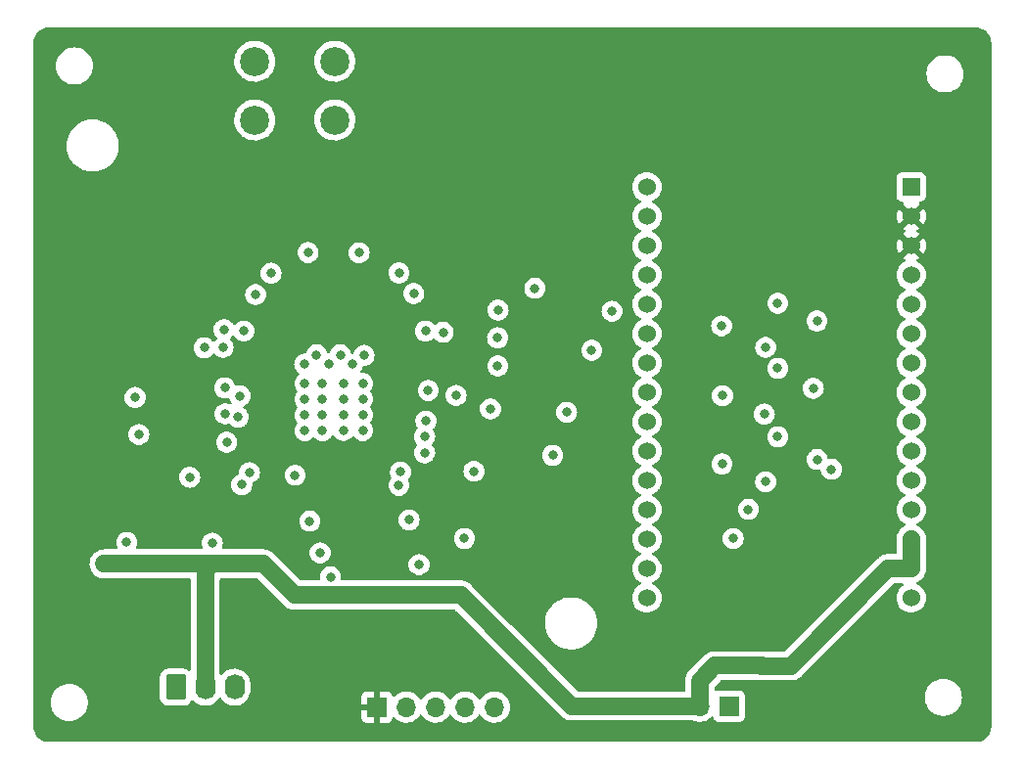
<source format=gbr>
%TF.GenerationSoftware,KiCad,Pcbnew,(6.0.8-1)-1*%
%TF.CreationDate,2022-10-04T16:18:18-04:00*%
%TF.ProjectId,bitaxePro,62697461-7865-4507-926f-2e6b69636164,rev?*%
%TF.SameCoordinates,Original*%
%TF.FileFunction,Copper,L3,Inr*%
%TF.FilePolarity,Positive*%
%FSLAX46Y46*%
G04 Gerber Fmt 4.6, Leading zero omitted, Abs format (unit mm)*
G04 Created by KiCad (PCBNEW (6.0.8-1)-1) date 2022-10-04 16:18:18*
%MOMM*%
%LPD*%
G01*
G04 APERTURE LIST*
G04 Aperture macros list*
%AMRoundRect*
0 Rectangle with rounded corners*
0 $1 Rounding radius*
0 $2 $3 $4 $5 $6 $7 $8 $9 X,Y pos of 4 corners*
0 Add a 4 corners polygon primitive as box body*
4,1,4,$2,$3,$4,$5,$6,$7,$8,$9,$2,$3,0*
0 Add four circle primitives for the rounded corners*
1,1,$1+$1,$2,$3*
1,1,$1+$1,$4,$5*
1,1,$1+$1,$6,$7*
1,1,$1+$1,$8,$9*
0 Add four rect primitives between the rounded corners*
20,1,$1+$1,$2,$3,$4,$5,0*
20,1,$1+$1,$4,$5,$6,$7,0*
20,1,$1+$1,$6,$7,$8,$9,0*
20,1,$1+$1,$8,$9,$2,$3,0*%
G04 Aperture macros list end*
%TA.AperFunction,ComponentPad*%
%ADD10R,1.530000X1.530000*%
%TD*%
%TA.AperFunction,ComponentPad*%
%ADD11C,1.530000*%
%TD*%
%TA.AperFunction,ComponentPad*%
%ADD12R,1.700000X1.700000*%
%TD*%
%TA.AperFunction,ComponentPad*%
%ADD13O,1.700000X1.700000*%
%TD*%
%TA.AperFunction,ComponentPad*%
%ADD14C,2.520000*%
%TD*%
%TA.AperFunction,ComponentPad*%
%ADD15RoundRect,0.250000X-0.620000X-0.845000X0.620000X-0.845000X0.620000X0.845000X-0.620000X0.845000X0*%
%TD*%
%TA.AperFunction,ComponentPad*%
%ADD16O,1.740000X2.190000*%
%TD*%
%TA.AperFunction,ViaPad*%
%ADD17C,0.800000*%
%TD*%
%TA.AperFunction,Conductor*%
%ADD18C,1.500000*%
%TD*%
G04 APERTURE END LIST*
D10*
%TO.N,GND*%
%TO.C,U7*%
X139146500Y-59517800D03*
D11*
%TO.N,/VCCIO*%
X139146500Y-62057800D03*
X139146500Y-64597800D03*
%TO.N,Net-(TP19-Pad1)*%
X139146500Y-67137800D03*
%TO.N,GND*%
X139146500Y-69677800D03*
%TO.N,/FAN_TACH*%
X139146500Y-72217800D03*
%TO.N,unconnected-(U7-Pad7)*%
X139146500Y-74757800D03*
%TO.N,unconnected-(U7-Pad8)*%
X139146500Y-77297800D03*
%TO.N,unconnected-(U7-Pad9)*%
X139146500Y-79837800D03*
%TO.N,GND*%
X139146500Y-82377800D03*
%TO.N,unconnected-(U7-Pad11)*%
X139146500Y-84917800D03*
%TO.N,/TEMP_ALRT*%
X139146500Y-87457800D03*
%TO.N,/5V*%
X139146500Y-89997800D03*
X139146500Y-92537800D03*
%TO.N,GND*%
X139146500Y-95077800D03*
X116286500Y-95077800D03*
X116286500Y-92537800D03*
%TO.N,/SDA*%
X116286500Y-89997800D03*
%TO.N,/SCL*%
X116286500Y-87457800D03*
%TO.N,GND*%
X116286500Y-84917800D03*
%TO.N,unconnected-(U7-Pad21)*%
X116286500Y-82377800D03*
%TO.N,unconnected-(U7-Pad22)*%
X116286500Y-79837800D03*
%TO.N,GND*%
X116286500Y-77297800D03*
%TO.N,/RST*%
X116286500Y-74757800D03*
%TO.N,GND*%
X116286500Y-72217800D03*
%TO.N,/TX*%
X116286500Y-69677800D03*
%TO.N,/RX*%
X116286500Y-67137800D03*
%TO.N,unconnected-(U7-Pad28)*%
X116286500Y-64597800D03*
%TO.N,unconnected-(U7-Pad29)*%
X116286500Y-62057800D03*
%TO.N,GND*%
X116286500Y-59517800D03*
%TD*%
D12*
%TO.N,/VCCIO*%
%TO.C,J3*%
X92950000Y-104520000D03*
D13*
%TO.N,/CI*%
X95490000Y-104520000D03*
%TO.N,/RO*%
X98030000Y-104520000D03*
%TO.N,/RST_N*%
X100570000Y-104520000D03*
%TO.N,GND*%
X103110000Y-104520000D03*
%TD*%
D12*
%TO.N,GND*%
%TO.C,J4*%
X123395000Y-104440000D03*
D13*
%TO.N,/5V*%
X120855000Y-104440000D03*
%TD*%
D14*
%TO.N,/VDD*%
%TO.C,J1*%
X89290000Y-48640000D03*
X89290000Y-53720000D03*
%TD*%
%TO.N,GND*%
%TO.C,J2*%
X82380000Y-48640000D03*
X82380000Y-53720000D03*
%TD*%
D15*
%TO.N,GND*%
%TO.C,J5*%
X75550000Y-102810000D03*
D16*
%TO.N,/5V*%
X78090000Y-102810000D03*
%TO.N,/FAN_TACH*%
X80630000Y-102810000D03*
%TD*%
D17*
%TO.N,GND*%
X72360000Y-80940000D03*
X86710000Y-76530000D03*
X81430000Y-71980000D03*
X131020000Y-83110000D03*
X86710000Y-77890000D03*
X100510000Y-89930000D03*
X88230000Y-80610000D03*
X96580000Y-92200000D03*
X91720000Y-80600000D03*
X131000000Y-71110000D03*
X88230000Y-76530000D03*
X72030000Y-77730000D03*
X90050000Y-77860000D03*
X97140000Y-71980000D03*
X90050000Y-80580000D03*
X90050000Y-79220000D03*
X122750000Y-71540000D03*
X86710000Y-80610000D03*
X101330000Y-84130000D03*
X122790000Y-83490000D03*
X88230000Y-79250000D03*
X122830000Y-77570000D03*
X102760000Y-78720000D03*
X71300000Y-90270000D03*
X130685180Y-76940000D03*
X90050000Y-76500000D03*
X78710000Y-90340000D03*
X88230000Y-77890000D03*
X88930000Y-93260000D03*
X88030000Y-91180000D03*
X91720000Y-76520000D03*
X106600000Y-68290000D03*
X91720000Y-79240000D03*
X91720000Y-77880000D03*
X86710000Y-79250000D03*
%TO.N,Net-(C2-Pad2)*%
X98670000Y-72100000D03*
%TO.N,Net-(C6-Pad2)*%
X94850000Y-66950000D03*
%TO.N,/CI*%
X126560000Y-85031100D03*
X108140000Y-82740000D03*
%TO.N,/VDD*%
X86990000Y-65190000D03*
X88752000Y-74830000D03*
X87726000Y-74050000D03*
X91400000Y-65210000D03*
X91830000Y-74090000D03*
X86700000Y-74840000D03*
X90804000Y-74860000D03*
X89778000Y-74050000D03*
%TO.N,/RO*%
X109350000Y-79010000D03*
X126450000Y-79171100D03*
%TO.N,Net-(C12-Pad2)*%
X83780000Y-66980000D03*
%TO.N,Net-(C15-Pad2)*%
X82450000Y-68820000D03*
%TO.N,/RST_N*%
X126560000Y-73390000D03*
X111520000Y-73650000D03*
X99790000Y-77550000D03*
%TO.N,/5V*%
X85835000Y-94845000D03*
X69350000Y-92140000D03*
X71950000Y-92140000D03*
X82050000Y-92140000D03*
%TO.N,Net-(IC1-Pad4)*%
X103420000Y-70170000D03*
%TO.N,Net-(IC1-Pad5)*%
X103380000Y-72570000D03*
%TO.N,Net-(IC1-Pad6)*%
X103390000Y-75000000D03*
%TO.N,Net-(IC1-Pad25)*%
X81100000Y-77600000D03*
%TO.N,Net-(IC1-Pad26)*%
X79780000Y-76898900D03*
%TO.N,Net-(IC1-Pad27)*%
X79960000Y-81610000D03*
%TO.N,Net-(IC1-Pad28)*%
X78000000Y-73440000D03*
%TO.N,Net-(IC1-Pad29)*%
X79640000Y-73400000D03*
%TO.N,Net-(C17-Pad2)*%
X79730000Y-71860000D03*
%TO.N,/VCCIO*%
X122820000Y-76190000D03*
X75950000Y-80990000D03*
X113620000Y-62010000D03*
X134650000Y-73950000D03*
X122790000Y-81960000D03*
X113760000Y-59300000D03*
X122870000Y-70300000D03*
%TO.N,/TX*%
X113280000Y-70270000D03*
%TO.N,/1V8*%
X127610000Y-75210000D03*
X95730000Y-88330000D03*
X94980000Y-84190000D03*
X127610000Y-81130000D03*
X81920000Y-84240000D03*
X127610000Y-69580000D03*
%TO.N,/0V8*%
X94840000Y-85340000D03*
X81250000Y-85290000D03*
X85860000Y-84470000D03*
X87130000Y-88430000D03*
%TO.N,Net-(IC1-Pad8)*%
X97380000Y-77130000D03*
%TO.N,Net-(C3-Pad2)*%
X96130000Y-68740000D03*
%TO.N,Net-(IC1-Pad10)*%
X97180000Y-79770000D03*
%TO.N,Net-(IC1-Pad11)*%
X97070000Y-81120000D03*
%TO.N,Net-(IC1-Pad12)*%
X97070000Y-82530000D03*
%TO.N,Net-(IC1-Pad20)*%
X76750000Y-84640000D03*
%TO.N,/TEMP_N*%
X80940000Y-79430000D03*
%TO.N,/TEMP_P*%
X79820000Y-79150000D03*
%TO.N,/SCL*%
X125070000Y-87430000D03*
%TO.N,/SDA*%
X123750000Y-89930000D03*
%TO.N,/TEMP_ALRT*%
X132250000Y-83950000D03*
%TD*%
D18*
%TO.N,/5V*%
X126235000Y-100955000D02*
X126240000Y-100960000D01*
X82050000Y-92140000D02*
X78650000Y-92140000D01*
X85835000Y-94845000D02*
X83130000Y-92140000D01*
X137172200Y-92537800D02*
X139146500Y-92537800D01*
X78650000Y-92140000D02*
X71950000Y-92140000D01*
X78650000Y-92140000D02*
X78090000Y-92700000D01*
X139146500Y-92537800D02*
X139146500Y-89997800D01*
X120855000Y-104440000D02*
X120855000Y-102255000D01*
X128750000Y-100960000D02*
X137172200Y-92537800D01*
X83130000Y-92140000D02*
X82050000Y-92140000D01*
X78090000Y-92700000D02*
X78090000Y-102810000D01*
X120855000Y-102255000D02*
X122155000Y-100955000D01*
X71950000Y-92140000D02*
X69350000Y-92140000D01*
X120855000Y-104440000D02*
X109810000Y-104440000D01*
X109810000Y-104440000D02*
X100215000Y-94845000D01*
X126240000Y-100960000D02*
X128750000Y-100960000D01*
X122155000Y-100955000D02*
X126235000Y-100955000D01*
X100215000Y-94845000D02*
X85835000Y-94845000D01*
%TD*%
%TA.AperFunction,Conductor*%
%TO.N,/VCCIO*%
G36*
X144663593Y-45696432D02*
G01*
X144678427Y-45698742D01*
X144678431Y-45698742D01*
X144687301Y-45700123D01*
X144701365Y-45698284D01*
X144727583Y-45697608D01*
X144899809Y-45711159D01*
X144919332Y-45714252D01*
X145007527Y-45735425D01*
X145110844Y-45760228D01*
X145129648Y-45766338D01*
X145311603Y-45841704D01*
X145329220Y-45850680D01*
X145497145Y-45953583D01*
X145513142Y-45965205D01*
X145662905Y-46093115D01*
X145676885Y-46107095D01*
X145804795Y-46256858D01*
X145816417Y-46272855D01*
X145919320Y-46440780D01*
X145928296Y-46458397D01*
X146003662Y-46640352D01*
X146009772Y-46659156D01*
X146055748Y-46850666D01*
X146058841Y-46870193D01*
X146060463Y-46890818D01*
X146071840Y-47035410D01*
X146071199Y-47052301D01*
X146071368Y-47052303D01*
X146071258Y-47061276D01*
X146069877Y-47070147D01*
X146071041Y-47079048D01*
X146074005Y-47101719D01*
X146075068Y-47118054D01*
X146075068Y-106124210D01*
X146073568Y-106143593D01*
X146071258Y-106158427D01*
X146071258Y-106158431D01*
X146069877Y-106167301D01*
X146071716Y-106181361D01*
X146072392Y-106207584D01*
X146058841Y-106379806D01*
X146055748Y-106399335D01*
X146009772Y-106590844D01*
X146003662Y-106609648D01*
X145928296Y-106791603D01*
X145919320Y-106809220D01*
X145816417Y-106977145D01*
X145804795Y-106993142D01*
X145676885Y-107142905D01*
X145662905Y-107156885D01*
X145513142Y-107284795D01*
X145497145Y-107296417D01*
X145329220Y-107399320D01*
X145311603Y-107408296D01*
X145129648Y-107483662D01*
X145110844Y-107489772D01*
X144919334Y-107535748D01*
X144899805Y-107538841D01*
X144879182Y-107540463D01*
X144734590Y-107551840D01*
X144717699Y-107551199D01*
X144717697Y-107551368D01*
X144708724Y-107551258D01*
X144699853Y-107549877D01*
X144669346Y-107553866D01*
X144668281Y-107554005D01*
X144651946Y-107555068D01*
X64635790Y-107555068D01*
X64616407Y-107553568D01*
X64601573Y-107551258D01*
X64601569Y-107551258D01*
X64592699Y-107549877D01*
X64578635Y-107551716D01*
X64552417Y-107552392D01*
X64380191Y-107538841D01*
X64360668Y-107535748D01*
X64272473Y-107514575D01*
X64169156Y-107489772D01*
X64150352Y-107483662D01*
X63968397Y-107408296D01*
X63950780Y-107399320D01*
X63782855Y-107296417D01*
X63766858Y-107284795D01*
X63617095Y-107156885D01*
X63603115Y-107142905D01*
X63475205Y-106993142D01*
X63463583Y-106977145D01*
X63360680Y-106809220D01*
X63351704Y-106791603D01*
X63276338Y-106609648D01*
X63270228Y-106590844D01*
X63224252Y-106399334D01*
X63221159Y-106379804D01*
X63208160Y-106214590D01*
X63208801Y-106197702D01*
X63208632Y-106197700D01*
X63208741Y-106188726D01*
X63210123Y-106179853D01*
X63205997Y-106148301D01*
X63204934Y-106131966D01*
X63204935Y-106130823D01*
X63205056Y-104130000D01*
X64716526Y-104130000D01*
X64736391Y-104382403D01*
X64737545Y-104387210D01*
X64737546Y-104387216D01*
X64744516Y-104416248D01*
X64795495Y-104628591D01*
X64797388Y-104633162D01*
X64797389Y-104633164D01*
X64863229Y-104792115D01*
X64892384Y-104862502D01*
X65024672Y-105078376D01*
X65189102Y-105270898D01*
X65381624Y-105435328D01*
X65597498Y-105567616D01*
X65602068Y-105569509D01*
X65602072Y-105569511D01*
X65804343Y-105653294D01*
X65831409Y-105664505D01*
X65888949Y-105678319D01*
X66072784Y-105722454D01*
X66072790Y-105722455D01*
X66077597Y-105723609D01*
X66177416Y-105731465D01*
X66264345Y-105738307D01*
X66264352Y-105738307D01*
X66266801Y-105738500D01*
X66393199Y-105738500D01*
X66395648Y-105738307D01*
X66395655Y-105738307D01*
X66482584Y-105731465D01*
X66582403Y-105723609D01*
X66587210Y-105722455D01*
X66587216Y-105722454D01*
X66771051Y-105678319D01*
X66828591Y-105664505D01*
X66855657Y-105653294D01*
X67057928Y-105569511D01*
X67057932Y-105569509D01*
X67062502Y-105567616D01*
X67278376Y-105435328D01*
X67302564Y-105414669D01*
X91592001Y-105414669D01*
X91592371Y-105421490D01*
X91597895Y-105472352D01*
X91601521Y-105487604D01*
X91646676Y-105608054D01*
X91655214Y-105623649D01*
X91731715Y-105725724D01*
X91744276Y-105738285D01*
X91846351Y-105814786D01*
X91861946Y-105823324D01*
X91982394Y-105868478D01*
X91997649Y-105872105D01*
X92048514Y-105877631D01*
X92055328Y-105878000D01*
X92677885Y-105878000D01*
X92693124Y-105873525D01*
X92694329Y-105872135D01*
X92696000Y-105864452D01*
X92696000Y-105859884D01*
X93204000Y-105859884D01*
X93208475Y-105875123D01*
X93209865Y-105876328D01*
X93217548Y-105877999D01*
X93844669Y-105877999D01*
X93851490Y-105877629D01*
X93902352Y-105872105D01*
X93917604Y-105868479D01*
X94038054Y-105823324D01*
X94053649Y-105814786D01*
X94155724Y-105738285D01*
X94168285Y-105725724D01*
X94244786Y-105623649D01*
X94253324Y-105608054D01*
X94294225Y-105498952D01*
X94336867Y-105442188D01*
X94403428Y-105417488D01*
X94472777Y-105432696D01*
X94507444Y-105460684D01*
X94532865Y-105490031D01*
X94532869Y-105490035D01*
X94536250Y-105493938D01*
X94708126Y-105636632D01*
X94901000Y-105749338D01*
X95109692Y-105829030D01*
X95114760Y-105830061D01*
X95114763Y-105830062D01*
X95222017Y-105851883D01*
X95328597Y-105873567D01*
X95333772Y-105873757D01*
X95333774Y-105873757D01*
X95546673Y-105881564D01*
X95546677Y-105881564D01*
X95551837Y-105881753D01*
X95556957Y-105881097D01*
X95556959Y-105881097D01*
X95768288Y-105854025D01*
X95768289Y-105854025D01*
X95773416Y-105853368D01*
X95778366Y-105851883D01*
X95982429Y-105790661D01*
X95982434Y-105790659D01*
X95987384Y-105789174D01*
X96187994Y-105690896D01*
X96369860Y-105561173D01*
X96387203Y-105543891D01*
X96488736Y-105442712D01*
X96528096Y-105403489D01*
X96537502Y-105390400D01*
X96658453Y-105222077D01*
X96659776Y-105223028D01*
X96706645Y-105179857D01*
X96776580Y-105167625D01*
X96842026Y-105195144D01*
X96869875Y-105226994D01*
X96929987Y-105325088D01*
X97076250Y-105493938D01*
X97248126Y-105636632D01*
X97441000Y-105749338D01*
X97649692Y-105829030D01*
X97654760Y-105830061D01*
X97654763Y-105830062D01*
X97762017Y-105851883D01*
X97868597Y-105873567D01*
X97873772Y-105873757D01*
X97873774Y-105873757D01*
X98086673Y-105881564D01*
X98086677Y-105881564D01*
X98091837Y-105881753D01*
X98096957Y-105881097D01*
X98096959Y-105881097D01*
X98308288Y-105854025D01*
X98308289Y-105854025D01*
X98313416Y-105853368D01*
X98318366Y-105851883D01*
X98522429Y-105790661D01*
X98522434Y-105790659D01*
X98527384Y-105789174D01*
X98727994Y-105690896D01*
X98909860Y-105561173D01*
X98927203Y-105543891D01*
X99028736Y-105442712D01*
X99068096Y-105403489D01*
X99077502Y-105390400D01*
X99198453Y-105222077D01*
X99199776Y-105223028D01*
X99246645Y-105179857D01*
X99316580Y-105167625D01*
X99382026Y-105195144D01*
X99409875Y-105226994D01*
X99469987Y-105325088D01*
X99616250Y-105493938D01*
X99788126Y-105636632D01*
X99981000Y-105749338D01*
X100189692Y-105829030D01*
X100194760Y-105830061D01*
X100194763Y-105830062D01*
X100302017Y-105851883D01*
X100408597Y-105873567D01*
X100413772Y-105873757D01*
X100413774Y-105873757D01*
X100626673Y-105881564D01*
X100626677Y-105881564D01*
X100631837Y-105881753D01*
X100636957Y-105881097D01*
X100636959Y-105881097D01*
X100848288Y-105854025D01*
X100848289Y-105854025D01*
X100853416Y-105853368D01*
X100858366Y-105851883D01*
X101062429Y-105790661D01*
X101062434Y-105790659D01*
X101067384Y-105789174D01*
X101267994Y-105690896D01*
X101449860Y-105561173D01*
X101467203Y-105543891D01*
X101568736Y-105442712D01*
X101608096Y-105403489D01*
X101617502Y-105390400D01*
X101738453Y-105222077D01*
X101739776Y-105223028D01*
X101786645Y-105179857D01*
X101856580Y-105167625D01*
X101922026Y-105195144D01*
X101949875Y-105226994D01*
X102009987Y-105325088D01*
X102156250Y-105493938D01*
X102328126Y-105636632D01*
X102521000Y-105749338D01*
X102729692Y-105829030D01*
X102734760Y-105830061D01*
X102734763Y-105830062D01*
X102842017Y-105851883D01*
X102948597Y-105873567D01*
X102953772Y-105873757D01*
X102953774Y-105873757D01*
X103166673Y-105881564D01*
X103166677Y-105881564D01*
X103171837Y-105881753D01*
X103176957Y-105881097D01*
X103176959Y-105881097D01*
X103388288Y-105854025D01*
X103388289Y-105854025D01*
X103393416Y-105853368D01*
X103398366Y-105851883D01*
X103602429Y-105790661D01*
X103602434Y-105790659D01*
X103607384Y-105789174D01*
X103807994Y-105690896D01*
X103989860Y-105561173D01*
X104007203Y-105543891D01*
X104108736Y-105442712D01*
X104148096Y-105403489D01*
X104157502Y-105390400D01*
X104275435Y-105226277D01*
X104278453Y-105222077D01*
X104281625Y-105215660D01*
X104375136Y-105026453D01*
X104375137Y-105026451D01*
X104377430Y-105021811D01*
X104438472Y-104820898D01*
X104440865Y-104813023D01*
X104440865Y-104813021D01*
X104442370Y-104808069D01*
X104471529Y-104586590D01*
X104473156Y-104520000D01*
X104454852Y-104297361D01*
X104400431Y-104080702D01*
X104311354Y-103875840D01*
X104271334Y-103813979D01*
X104192822Y-103692617D01*
X104192820Y-103692614D01*
X104190014Y-103688277D01*
X104039670Y-103523051D01*
X104035619Y-103519852D01*
X104035615Y-103519848D01*
X103868414Y-103387800D01*
X103868410Y-103387798D01*
X103864359Y-103384598D01*
X103668789Y-103276638D01*
X103663920Y-103274914D01*
X103663916Y-103274912D01*
X103463087Y-103203795D01*
X103463083Y-103203794D01*
X103458212Y-103202069D01*
X103453119Y-103201162D01*
X103453116Y-103201161D01*
X103243373Y-103163800D01*
X103243367Y-103163799D01*
X103238284Y-103162894D01*
X103164452Y-103161992D01*
X103020081Y-103160228D01*
X103020079Y-103160228D01*
X103014911Y-103160165D01*
X102794091Y-103193955D01*
X102581756Y-103263357D01*
X102383607Y-103366507D01*
X102379474Y-103369610D01*
X102379471Y-103369612D01*
X102209100Y-103497530D01*
X102204965Y-103500635D01*
X102050629Y-103662138D01*
X101943201Y-103819621D01*
X101888293Y-103864621D01*
X101817768Y-103872792D01*
X101754021Y-103841538D01*
X101733324Y-103817054D01*
X101652822Y-103692617D01*
X101652820Y-103692614D01*
X101650014Y-103688277D01*
X101499670Y-103523051D01*
X101495619Y-103519852D01*
X101495615Y-103519848D01*
X101328414Y-103387800D01*
X101328410Y-103387798D01*
X101324359Y-103384598D01*
X101128789Y-103276638D01*
X101123920Y-103274914D01*
X101123916Y-103274912D01*
X100923087Y-103203795D01*
X100923083Y-103203794D01*
X100918212Y-103202069D01*
X100913119Y-103201162D01*
X100913116Y-103201161D01*
X100703373Y-103163800D01*
X100703367Y-103163799D01*
X100698284Y-103162894D01*
X100624452Y-103161992D01*
X100480081Y-103160228D01*
X100480079Y-103160228D01*
X100474911Y-103160165D01*
X100254091Y-103193955D01*
X100041756Y-103263357D01*
X99843607Y-103366507D01*
X99839474Y-103369610D01*
X99839471Y-103369612D01*
X99669100Y-103497530D01*
X99664965Y-103500635D01*
X99510629Y-103662138D01*
X99403201Y-103819621D01*
X99348293Y-103864621D01*
X99277768Y-103872792D01*
X99214021Y-103841538D01*
X99193324Y-103817054D01*
X99112822Y-103692617D01*
X99112820Y-103692614D01*
X99110014Y-103688277D01*
X98959670Y-103523051D01*
X98955619Y-103519852D01*
X98955615Y-103519848D01*
X98788414Y-103387800D01*
X98788410Y-103387798D01*
X98784359Y-103384598D01*
X98588789Y-103276638D01*
X98583920Y-103274914D01*
X98583916Y-103274912D01*
X98383087Y-103203795D01*
X98383083Y-103203794D01*
X98378212Y-103202069D01*
X98373119Y-103201162D01*
X98373116Y-103201161D01*
X98163373Y-103163800D01*
X98163367Y-103163799D01*
X98158284Y-103162894D01*
X98084452Y-103161992D01*
X97940081Y-103160228D01*
X97940079Y-103160228D01*
X97934911Y-103160165D01*
X97714091Y-103193955D01*
X97501756Y-103263357D01*
X97303607Y-103366507D01*
X97299474Y-103369610D01*
X97299471Y-103369612D01*
X97129100Y-103497530D01*
X97124965Y-103500635D01*
X96970629Y-103662138D01*
X96863201Y-103819621D01*
X96808293Y-103864621D01*
X96737768Y-103872792D01*
X96674021Y-103841538D01*
X96653324Y-103817054D01*
X96572822Y-103692617D01*
X96572820Y-103692614D01*
X96570014Y-103688277D01*
X96419670Y-103523051D01*
X96415619Y-103519852D01*
X96415615Y-103519848D01*
X96248414Y-103387800D01*
X96248410Y-103387798D01*
X96244359Y-103384598D01*
X96048789Y-103276638D01*
X96043920Y-103274914D01*
X96043916Y-103274912D01*
X95843087Y-103203795D01*
X95843083Y-103203794D01*
X95838212Y-103202069D01*
X95833119Y-103201162D01*
X95833116Y-103201161D01*
X95623373Y-103163800D01*
X95623367Y-103163799D01*
X95618284Y-103162894D01*
X95544452Y-103161992D01*
X95400081Y-103160228D01*
X95400079Y-103160228D01*
X95394911Y-103160165D01*
X95174091Y-103193955D01*
X94961756Y-103263357D01*
X94763607Y-103366507D01*
X94759474Y-103369610D01*
X94759471Y-103369612D01*
X94589100Y-103497530D01*
X94584965Y-103500635D01*
X94581393Y-103504373D01*
X94503898Y-103585466D01*
X94442374Y-103620895D01*
X94371462Y-103617438D01*
X94313676Y-103576192D01*
X94294823Y-103542644D01*
X94253324Y-103431946D01*
X94244786Y-103416351D01*
X94168285Y-103314276D01*
X94155724Y-103301715D01*
X94053649Y-103225214D01*
X94038054Y-103216676D01*
X93917606Y-103171522D01*
X93902351Y-103167895D01*
X93851486Y-103162369D01*
X93844672Y-103162000D01*
X93222115Y-103162000D01*
X93206876Y-103166475D01*
X93205671Y-103167865D01*
X93204000Y-103175548D01*
X93204000Y-105859884D01*
X92696000Y-105859884D01*
X92696000Y-104792115D01*
X92691525Y-104776876D01*
X92690135Y-104775671D01*
X92682452Y-104774000D01*
X91610116Y-104774000D01*
X91594877Y-104778475D01*
X91593672Y-104779865D01*
X91592001Y-104787548D01*
X91592001Y-105414669D01*
X67302564Y-105414669D01*
X67470898Y-105270898D01*
X67635328Y-105078376D01*
X67767616Y-104862502D01*
X67796772Y-104792115D01*
X67862611Y-104633164D01*
X67862612Y-104633162D01*
X67864505Y-104628591D01*
X67915484Y-104416248D01*
X67922454Y-104387216D01*
X67922455Y-104387210D01*
X67923609Y-104382403D01*
X67943474Y-104130000D01*
X67923609Y-103877597D01*
X67922144Y-103871492D01*
X67882854Y-103707837D01*
X67864505Y-103631409D01*
X67860150Y-103620895D01*
X67769511Y-103402072D01*
X67769509Y-103402068D01*
X67767616Y-103397498D01*
X67635328Y-103181624D01*
X67470898Y-102989102D01*
X67278376Y-102824672D01*
X67062502Y-102692384D01*
X67057932Y-102690491D01*
X67057928Y-102690489D01*
X66833164Y-102597389D01*
X66833162Y-102597388D01*
X66828591Y-102595495D01*
X66743968Y-102575179D01*
X66587216Y-102537546D01*
X66587210Y-102537545D01*
X66582403Y-102536391D01*
X66482584Y-102528535D01*
X66395655Y-102521693D01*
X66395648Y-102521693D01*
X66393199Y-102521500D01*
X66266801Y-102521500D01*
X66264352Y-102521693D01*
X66264345Y-102521693D01*
X66177416Y-102528535D01*
X66077597Y-102536391D01*
X66072790Y-102537545D01*
X66072784Y-102537546D01*
X65916032Y-102575179D01*
X65831409Y-102595495D01*
X65826838Y-102597388D01*
X65826836Y-102597389D01*
X65602072Y-102690489D01*
X65602068Y-102690491D01*
X65597498Y-102692384D01*
X65381624Y-102824672D01*
X65189102Y-102989102D01*
X65024672Y-103181624D01*
X64892384Y-103397498D01*
X64890491Y-103402068D01*
X64890489Y-103402072D01*
X64799850Y-103620895D01*
X64795495Y-103631409D01*
X64777146Y-103707837D01*
X64737857Y-103871492D01*
X64736391Y-103877597D01*
X64716526Y-104130000D01*
X63205056Y-104130000D01*
X63205777Y-92179690D01*
X68087037Y-92179690D01*
X68114025Y-92402715D01*
X68180082Y-92617435D01*
X68182652Y-92622415D01*
X68182654Y-92622419D01*
X68256297Y-92765099D01*
X68283118Y-92817064D01*
X68419877Y-92995292D01*
X68586036Y-93146485D01*
X68590783Y-93149463D01*
X68590786Y-93149465D01*
X68641839Y-93181490D01*
X68776344Y-93265864D01*
X68984783Y-93349656D01*
X69204767Y-93395213D01*
X69209378Y-93395479D01*
X69209379Y-93395479D01*
X69259952Y-93398395D01*
X69259956Y-93398395D01*
X69261775Y-93398500D01*
X76705500Y-93398500D01*
X76773621Y-93418502D01*
X76820114Y-93472158D01*
X76831500Y-93524500D01*
X76831500Y-101256019D01*
X76811498Y-101324140D01*
X76757842Y-101370633D01*
X76687568Y-101380737D01*
X76639384Y-101363279D01*
X76498968Y-101276725D01*
X76498966Y-101276724D01*
X76492738Y-101272885D01*
X76332254Y-101219655D01*
X76331389Y-101219368D01*
X76331387Y-101219368D01*
X76324861Y-101217203D01*
X76318025Y-101216503D01*
X76318022Y-101216502D01*
X76270449Y-101211628D01*
X76220400Y-101206500D01*
X74879600Y-101206500D01*
X74876354Y-101206837D01*
X74876350Y-101206837D01*
X74780692Y-101216762D01*
X74780688Y-101216763D01*
X74773834Y-101217474D01*
X74767298Y-101219655D01*
X74767296Y-101219655D01*
X74727030Y-101233089D01*
X74606054Y-101273450D01*
X74455652Y-101366522D01*
X74330695Y-101491697D01*
X74326855Y-101497927D01*
X74326854Y-101497928D01*
X74268563Y-101592494D01*
X74237885Y-101642262D01*
X74235581Y-101649209D01*
X74204411Y-101743185D01*
X74182203Y-101810139D01*
X74181503Y-101816975D01*
X74181502Y-101816978D01*
X74177091Y-101860031D01*
X74171500Y-101914600D01*
X74171500Y-103705400D01*
X74171837Y-103708646D01*
X74171837Y-103708650D01*
X74178561Y-103773450D01*
X74182474Y-103811166D01*
X74184655Y-103817702D01*
X74184655Y-103817704D01*
X74192607Y-103841538D01*
X74238450Y-103978946D01*
X74331522Y-104129348D01*
X74456697Y-104254305D01*
X74462927Y-104258145D01*
X74462928Y-104258146D01*
X74600090Y-104342694D01*
X74607262Y-104347115D01*
X74649815Y-104361229D01*
X74768611Y-104400632D01*
X74768613Y-104400632D01*
X74775139Y-104402797D01*
X74781975Y-104403497D01*
X74781978Y-104403498D01*
X74825031Y-104407909D01*
X74879600Y-104413500D01*
X76220400Y-104413500D01*
X76223646Y-104413163D01*
X76223650Y-104413163D01*
X76319308Y-104403238D01*
X76319312Y-104403237D01*
X76326166Y-104402526D01*
X76332702Y-104400345D01*
X76332704Y-104400345D01*
X76464806Y-104356272D01*
X76493946Y-104346550D01*
X76644348Y-104253478D01*
X76769305Y-104128303D01*
X76862115Y-103977738D01*
X76864262Y-103979062D01*
X76903312Y-103934710D01*
X76971589Y-103915248D01*
X77039549Y-103935788D01*
X77061761Y-103954272D01*
X77169590Y-104067306D01*
X77169602Y-104067316D01*
X77173276Y-104071168D01*
X77177554Y-104074351D01*
X77241693Y-104122072D01*
X77360965Y-104210813D01*
X77365716Y-104213229D01*
X77365720Y-104213231D01*
X77564744Y-104314420D01*
X77569500Y-104316838D01*
X77792917Y-104386210D01*
X77798204Y-104386911D01*
X77798205Y-104386911D01*
X78019545Y-104416248D01*
X78019549Y-104416248D01*
X78024829Y-104416948D01*
X78030158Y-104416748D01*
X78030160Y-104416748D01*
X78141716Y-104412560D01*
X78258604Y-104408172D01*
X78381417Y-104382403D01*
X78482332Y-104361229D01*
X78482335Y-104361228D01*
X78487559Y-104360132D01*
X78705146Y-104274203D01*
X78814860Y-104207627D01*
X78900583Y-104155609D01*
X78900586Y-104155607D01*
X78905144Y-104152841D01*
X79081834Y-103999517D01*
X79230165Y-103818614D01*
X79232801Y-103813984D01*
X79232804Y-103813979D01*
X79251301Y-103781484D01*
X79302384Y-103732178D01*
X79372015Y-103718317D01*
X79438085Y-103744301D01*
X79465323Y-103773450D01*
X79551798Y-103901896D01*
X79555477Y-103905753D01*
X79555479Y-103905755D01*
X79580900Y-103932403D01*
X79713276Y-104071168D01*
X79717554Y-104074351D01*
X79781693Y-104122072D01*
X79900965Y-104210813D01*
X79905716Y-104213229D01*
X79905720Y-104213231D01*
X80104744Y-104314420D01*
X80109500Y-104316838D01*
X80332917Y-104386210D01*
X80338204Y-104386911D01*
X80338205Y-104386911D01*
X80559545Y-104416248D01*
X80559549Y-104416248D01*
X80564829Y-104416948D01*
X80570158Y-104416748D01*
X80570160Y-104416748D01*
X80681716Y-104412560D01*
X80798604Y-104408172D01*
X80921417Y-104382403D01*
X81022332Y-104361229D01*
X81022335Y-104361228D01*
X81027559Y-104360132D01*
X81245146Y-104274203D01*
X81288517Y-104247885D01*
X91592000Y-104247885D01*
X91596475Y-104263124D01*
X91597865Y-104264329D01*
X91605548Y-104266000D01*
X92677885Y-104266000D01*
X92693124Y-104261525D01*
X92694329Y-104260135D01*
X92696000Y-104252452D01*
X92696000Y-103180116D01*
X92691525Y-103164877D01*
X92690135Y-103163672D01*
X92682452Y-103162001D01*
X92055331Y-103162001D01*
X92048510Y-103162371D01*
X91997648Y-103167895D01*
X91982396Y-103171521D01*
X91861946Y-103216676D01*
X91846351Y-103225214D01*
X91744276Y-103301715D01*
X91731715Y-103314276D01*
X91655214Y-103416351D01*
X91646676Y-103431946D01*
X91601522Y-103552394D01*
X91597895Y-103567649D01*
X91592369Y-103618514D01*
X91592000Y-103625328D01*
X91592000Y-104247885D01*
X81288517Y-104247885D01*
X81354860Y-104207627D01*
X81440583Y-104155609D01*
X81440586Y-104155607D01*
X81445144Y-104152841D01*
X81621834Y-103999517D01*
X81770165Y-103818614D01*
X81885896Y-103615305D01*
X81965716Y-103395404D01*
X81970942Y-103366507D01*
X82000676Y-103202069D01*
X82007344Y-103165197D01*
X82007545Y-103160948D01*
X82008430Y-103142172D01*
X82008430Y-103142165D01*
X82008500Y-103140684D01*
X82008500Y-102526262D01*
X81995910Y-102377883D01*
X81994156Y-102357209D01*
X81994155Y-102357205D01*
X81993705Y-102351898D01*
X81972522Y-102270282D01*
X81936275Y-102130629D01*
X81936274Y-102130625D01*
X81934933Y-102125460D01*
X81925826Y-102105242D01*
X81854227Y-101946298D01*
X81838850Y-101912163D01*
X81708202Y-101718104D01*
X81546724Y-101548832D01*
X81359035Y-101409187D01*
X81354284Y-101406771D01*
X81354280Y-101406769D01*
X81155256Y-101305580D01*
X81155255Y-101305580D01*
X81150500Y-101303162D01*
X80927083Y-101233790D01*
X80921796Y-101233089D01*
X80921795Y-101233089D01*
X80700455Y-101203752D01*
X80700451Y-101203752D01*
X80695171Y-101203052D01*
X80689842Y-101203252D01*
X80689840Y-101203252D01*
X80594346Y-101206837D01*
X80461396Y-101211828D01*
X80377411Y-101229450D01*
X80237668Y-101258771D01*
X80237665Y-101258772D01*
X80232441Y-101259868D01*
X80014854Y-101345797D01*
X80010290Y-101348566D01*
X80010291Y-101348566D01*
X79819417Y-101464391D01*
X79819414Y-101464393D01*
X79814856Y-101467159D01*
X79638166Y-101620483D01*
X79634783Y-101624609D01*
X79634778Y-101624614D01*
X79571934Y-101701259D01*
X79513275Y-101741253D01*
X79442304Y-101743185D01*
X79381556Y-101706441D01*
X79350317Y-101642687D01*
X79348500Y-101621368D01*
X79348500Y-93524500D01*
X79368502Y-93456379D01*
X79422158Y-93409886D01*
X79474500Y-93398500D01*
X82556523Y-93398500D01*
X82624644Y-93418502D01*
X82645618Y-93435405D01*
X84880472Y-95670259D01*
X84891340Y-95682651D01*
X84901462Y-95695843D01*
X84901469Y-95695851D01*
X84904877Y-95700292D01*
X84964826Y-95754841D01*
X84965185Y-95755168D01*
X84969480Y-95759267D01*
X84985411Y-95775198D01*
X85005427Y-95791934D01*
X85009376Y-95795379D01*
X85066879Y-95847703D01*
X85066883Y-95847706D01*
X85071036Y-95851485D01*
X85075791Y-95854468D01*
X85075794Y-95854470D01*
X85086224Y-95861012D01*
X85100097Y-95871091D01*
X85109545Y-95878992D01*
X85109552Y-95878997D01*
X85113854Y-95882594D01*
X85150356Y-95903414D01*
X85186240Y-95923882D01*
X85190768Y-95926592D01*
X85256596Y-95967886D01*
X85256599Y-95967888D01*
X85261344Y-95970864D01*
X85266549Y-95972957D01*
X85266552Y-95972958D01*
X85277979Y-95977552D01*
X85293411Y-95985012D01*
X85304119Y-95991120D01*
X85304128Y-95991124D01*
X85308993Y-95993899D01*
X85314270Y-95995768D01*
X85314275Y-95995770D01*
X85387542Y-96021715D01*
X85392478Y-96023580D01*
X85469783Y-96054656D01*
X85475270Y-96055792D01*
X85475272Y-96055793D01*
X85487349Y-96058294D01*
X85503844Y-96062899D01*
X85520759Y-96068889D01*
X85526296Y-96069796D01*
X85526297Y-96069796D01*
X85602991Y-96082355D01*
X85608181Y-96083317D01*
X85685246Y-96099277D01*
X85685250Y-96099278D01*
X85689767Y-96100213D01*
X85694376Y-96100479D01*
X85694378Y-96100479D01*
X85717548Y-96101815D01*
X85730653Y-96103262D01*
X85736910Y-96104286D01*
X85736917Y-96104286D01*
X85742458Y-96105194D01*
X85748070Y-96105106D01*
X85748072Y-96105106D01*
X85849264Y-96103516D01*
X85851243Y-96103500D01*
X99641523Y-96103500D01*
X99709644Y-96123502D01*
X99730618Y-96140405D01*
X108855475Y-105265263D01*
X108866342Y-105277653D01*
X108879877Y-105295292D01*
X108916911Y-105328990D01*
X108940174Y-105350158D01*
X108944469Y-105354257D01*
X108960410Y-105370198D01*
X108962557Y-105371993D01*
X108962559Y-105371995D01*
X108980423Y-105386932D01*
X108984398Y-105390400D01*
X109041888Y-105442712D01*
X109041897Y-105442719D01*
X109046036Y-105446485D01*
X109050782Y-105449462D01*
X109050783Y-105449463D01*
X109061225Y-105456013D01*
X109075093Y-105466089D01*
X109084549Y-105473996D01*
X109084559Y-105474003D01*
X109088854Y-105477594D01*
X109126299Y-105498952D01*
X109161240Y-105518882D01*
X109165759Y-105521587D01*
X109189860Y-105536705D01*
X109231596Y-105562886D01*
X109231599Y-105562888D01*
X109236344Y-105565864D01*
X109241549Y-105567957D01*
X109241552Y-105567958D01*
X109252979Y-105572552D01*
X109268411Y-105580012D01*
X109279119Y-105586120D01*
X109279128Y-105586124D01*
X109283993Y-105588899D01*
X109289270Y-105590768D01*
X109289275Y-105590770D01*
X109362542Y-105616715D01*
X109367478Y-105618580D01*
X109444783Y-105649656D01*
X109450270Y-105650792D01*
X109450272Y-105650793D01*
X109459670Y-105652739D01*
X109462190Y-105653261D01*
X109462349Y-105653294D01*
X109478844Y-105657899D01*
X109495759Y-105663889D01*
X109578010Y-105677359D01*
X109583180Y-105678317D01*
X109664767Y-105695213D01*
X109669379Y-105695479D01*
X109669380Y-105695479D01*
X109692548Y-105696815D01*
X109705653Y-105698262D01*
X109711910Y-105699286D01*
X109711914Y-105699286D01*
X109717457Y-105700194D01*
X109723070Y-105700106D01*
X109723072Y-105700106D01*
X109824264Y-105698516D01*
X109826243Y-105698500D01*
X120319127Y-105698500D01*
X120364076Y-105706790D01*
X120405081Y-105722448D01*
X120474692Y-105749030D01*
X120479760Y-105750061D01*
X120479763Y-105750062D01*
X120587017Y-105771883D01*
X120693597Y-105793567D01*
X120698772Y-105793757D01*
X120698774Y-105793757D01*
X120911673Y-105801564D01*
X120911677Y-105801564D01*
X120916837Y-105801753D01*
X120921957Y-105801097D01*
X120921959Y-105801097D01*
X121133288Y-105774025D01*
X121133289Y-105774025D01*
X121138416Y-105773368D01*
X121212369Y-105751181D01*
X121347429Y-105710661D01*
X121347434Y-105710659D01*
X121352384Y-105709174D01*
X121552994Y-105610896D01*
X121734860Y-105481173D01*
X121843091Y-105373319D01*
X121905462Y-105339404D01*
X121976268Y-105344592D01*
X122033030Y-105387238D01*
X122050012Y-105418341D01*
X122073567Y-105481173D01*
X122094385Y-105536705D01*
X122181739Y-105653261D01*
X122298295Y-105740615D01*
X122434684Y-105791745D01*
X122496866Y-105798500D01*
X124293134Y-105798500D01*
X124355316Y-105791745D01*
X124491705Y-105740615D01*
X124608261Y-105653261D01*
X124695615Y-105536705D01*
X124746745Y-105400316D01*
X124753500Y-105338134D01*
X124753500Y-103680000D01*
X140316526Y-103680000D01*
X140336391Y-103932403D01*
X140337545Y-103937210D01*
X140337546Y-103937216D01*
X140360159Y-104031406D01*
X140395495Y-104178591D01*
X140397388Y-104183162D01*
X140397389Y-104183164D01*
X140488547Y-104403238D01*
X140492384Y-104412502D01*
X140494970Y-104416722D01*
X140503210Y-104430168D01*
X140624672Y-104628376D01*
X140749047Y-104774000D01*
X140773764Y-104802939D01*
X140789102Y-104820898D01*
X140981624Y-104985328D01*
X141197498Y-105117616D01*
X141202068Y-105119509D01*
X141202072Y-105119511D01*
X141347761Y-105179857D01*
X141431409Y-105214505D01*
X141483430Y-105226994D01*
X141672784Y-105272454D01*
X141672790Y-105272455D01*
X141677597Y-105273609D01*
X141777416Y-105281465D01*
X141864345Y-105288307D01*
X141864352Y-105288307D01*
X141866801Y-105288500D01*
X141993199Y-105288500D01*
X141995648Y-105288307D01*
X141995655Y-105288307D01*
X142082584Y-105281465D01*
X142182403Y-105273609D01*
X142187210Y-105272455D01*
X142187216Y-105272454D01*
X142376570Y-105226994D01*
X142428591Y-105214505D01*
X142512239Y-105179857D01*
X142657928Y-105119511D01*
X142657932Y-105119509D01*
X142662502Y-105117616D01*
X142878376Y-104985328D01*
X143070898Y-104820898D01*
X143086237Y-104802939D01*
X143110953Y-104774000D01*
X143235328Y-104628376D01*
X143356790Y-104430168D01*
X143365030Y-104416722D01*
X143367616Y-104412502D01*
X143371454Y-104403238D01*
X143462611Y-104183164D01*
X143462612Y-104183162D01*
X143464505Y-104178591D01*
X143499841Y-104031406D01*
X143522454Y-103937216D01*
X143522455Y-103937210D01*
X143523609Y-103932403D01*
X143543474Y-103680000D01*
X143523609Y-103427597D01*
X143520910Y-103416351D01*
X143475388Y-103226739D01*
X143464505Y-103181409D01*
X143460409Y-103171521D01*
X143369511Y-102952072D01*
X143369509Y-102952068D01*
X143367616Y-102947498D01*
X143235328Y-102731624D01*
X143070898Y-102539102D01*
X142878376Y-102374672D01*
X142662502Y-102242384D01*
X142657932Y-102240491D01*
X142657928Y-102240489D01*
X142433164Y-102147389D01*
X142433162Y-102147388D01*
X142428591Y-102145495D01*
X142343968Y-102125179D01*
X142187216Y-102087546D01*
X142187210Y-102087545D01*
X142182403Y-102086391D01*
X142082584Y-102078535D01*
X141995655Y-102071693D01*
X141995648Y-102071693D01*
X141993199Y-102071500D01*
X141866801Y-102071500D01*
X141864352Y-102071693D01*
X141864345Y-102071693D01*
X141777416Y-102078535D01*
X141677597Y-102086391D01*
X141672790Y-102087545D01*
X141672784Y-102087546D01*
X141516032Y-102125179D01*
X141431409Y-102145495D01*
X141426838Y-102147388D01*
X141426836Y-102147389D01*
X141202072Y-102240489D01*
X141202068Y-102240491D01*
X141197498Y-102242384D01*
X140981624Y-102374672D01*
X140789102Y-102539102D01*
X140624672Y-102731624D01*
X140492384Y-102947498D01*
X140490491Y-102952068D01*
X140490489Y-102952072D01*
X140399591Y-103171521D01*
X140395495Y-103181409D01*
X140384612Y-103226739D01*
X140339091Y-103416351D01*
X140336391Y-103427597D01*
X140316526Y-103680000D01*
X124753500Y-103680000D01*
X124753500Y-103541866D01*
X124746745Y-103479684D01*
X124695615Y-103343295D01*
X124608261Y-103226739D01*
X124491705Y-103139385D01*
X124355316Y-103088255D01*
X124293134Y-103081500D01*
X122496866Y-103081500D01*
X122434684Y-103088255D01*
X122298295Y-103139385D01*
X122296623Y-103140638D01*
X122230650Y-103155066D01*
X122164103Y-103130329D01*
X122121493Y-103073540D01*
X122113500Y-103029377D01*
X122113500Y-102828478D01*
X122133502Y-102760357D01*
X122150405Y-102739382D01*
X122639384Y-102250404D01*
X122701696Y-102216379D01*
X122728479Y-102213500D01*
X126076090Y-102213500D01*
X126091314Y-102214498D01*
X126094767Y-102215213D01*
X126099376Y-102215479D01*
X126099378Y-102215479D01*
X126122548Y-102216815D01*
X126135653Y-102218262D01*
X126141910Y-102219286D01*
X126141914Y-102219286D01*
X126147457Y-102220194D01*
X126153070Y-102220106D01*
X126153072Y-102220106D01*
X126254264Y-102218516D01*
X126256243Y-102218500D01*
X128658604Y-102218500D01*
X128675051Y-102219578D01*
X128691516Y-102221746D01*
X128691520Y-102221746D01*
X128697086Y-102222479D01*
X128778489Y-102218640D01*
X128784424Y-102218500D01*
X128806999Y-102218500D01*
X128832989Y-102216181D01*
X128838248Y-102215822D01*
X128921488Y-102211896D01*
X128926947Y-102210646D01*
X128926952Y-102210645D01*
X128938970Y-102207892D01*
X128955899Y-102205211D01*
X128973762Y-102203617D01*
X128979178Y-102202135D01*
X128979180Y-102202135D01*
X129054133Y-102181630D01*
X129059251Y-102180344D01*
X129135000Y-102162995D01*
X129135002Y-102162994D01*
X129140470Y-102161742D01*
X129151799Y-102156910D01*
X129156967Y-102154706D01*
X129173142Y-102149073D01*
X129185039Y-102145818D01*
X129185043Y-102145817D01*
X129190451Y-102144337D01*
X129223192Y-102128720D01*
X129265667Y-102108461D01*
X129270476Y-102106290D01*
X129341949Y-102075804D01*
X129341950Y-102075804D01*
X129347109Y-102073603D01*
X129362110Y-102063749D01*
X129377025Y-102055346D01*
X129393218Y-102047622D01*
X129397769Y-102044352D01*
X129397772Y-102044350D01*
X129460881Y-101999001D01*
X129465232Y-101996011D01*
X129531010Y-101952804D01*
X129531018Y-101952798D01*
X129534874Y-101950265D01*
X129555662Y-101931743D01*
X129565939Y-101923510D01*
X129575654Y-101916529D01*
X129650063Y-101839745D01*
X129651452Y-101838335D01*
X137656583Y-93833205D01*
X137718895Y-93799179D01*
X137745678Y-93796300D01*
X138356771Y-93796300D01*
X138424892Y-93816302D01*
X138471385Y-93869958D01*
X138481489Y-93940232D01*
X138451995Y-94004812D01*
X138429043Y-94025512D01*
X138324783Y-94098516D01*
X138167216Y-94256083D01*
X138039403Y-94438618D01*
X138037080Y-94443600D01*
X138037077Y-94443605D01*
X137947553Y-94635591D01*
X137945230Y-94640573D01*
X137887556Y-94855814D01*
X137868135Y-95077800D01*
X137887556Y-95299786D01*
X137945230Y-95515027D01*
X137947552Y-95520008D01*
X137947553Y-95520009D01*
X138037077Y-95711995D01*
X138037080Y-95712000D01*
X138039403Y-95716982D01*
X138110972Y-95819192D01*
X138157314Y-95885375D01*
X138167216Y-95899517D01*
X138324783Y-96057084D01*
X138329292Y-96060241D01*
X138329294Y-96060243D01*
X138390731Y-96103262D01*
X138507317Y-96184897D01*
X138512299Y-96187220D01*
X138512304Y-96187223D01*
X138704291Y-96276747D01*
X138709273Y-96279070D01*
X138714581Y-96280492D01*
X138714583Y-96280493D01*
X138780964Y-96298280D01*
X138924514Y-96336744D01*
X139146500Y-96356165D01*
X139368486Y-96336744D01*
X139512036Y-96298280D01*
X139578417Y-96280493D01*
X139578419Y-96280492D01*
X139583727Y-96279070D01*
X139588709Y-96276747D01*
X139780696Y-96187223D01*
X139780701Y-96187220D01*
X139785683Y-96184897D01*
X139902269Y-96103262D01*
X139963706Y-96060243D01*
X139963708Y-96060241D01*
X139968217Y-96057084D01*
X140125784Y-95899517D01*
X140135687Y-95885375D01*
X140182028Y-95819192D01*
X140253597Y-95716982D01*
X140255920Y-95712000D01*
X140255923Y-95711995D01*
X140345447Y-95520009D01*
X140345448Y-95520008D01*
X140347770Y-95515027D01*
X140405444Y-95299786D01*
X140424865Y-95077800D01*
X140405444Y-94855814D01*
X140347770Y-94640573D01*
X140345447Y-94635591D01*
X140255923Y-94443605D01*
X140255920Y-94443600D01*
X140253597Y-94438618D01*
X140125784Y-94256083D01*
X139968217Y-94098516D01*
X139785683Y-93970703D01*
X139780701Y-93968380D01*
X139780696Y-93968377D01*
X139681228Y-93921995D01*
X139627943Y-93875078D01*
X139608482Y-93806801D01*
X139629024Y-93738841D01*
X139681228Y-93693605D01*
X139780696Y-93647223D01*
X139780701Y-93647220D01*
X139785683Y-93644897D01*
X139968217Y-93517084D01*
X140125784Y-93359517D01*
X140131892Y-93350795D01*
X140250440Y-93181490D01*
X140253597Y-93176982D01*
X140255920Y-93172000D01*
X140255923Y-93171995D01*
X140345447Y-92980009D01*
X140345448Y-92980008D01*
X140347770Y-92975027D01*
X140405444Y-92759786D01*
X140424865Y-92537800D01*
X140405479Y-92316214D01*
X140405000Y-92305233D01*
X140405000Y-90230367D01*
X140405479Y-90219386D01*
X140424386Y-90003275D01*
X140424865Y-89997800D01*
X140405444Y-89775814D01*
X140355959Y-89591134D01*
X140349193Y-89565883D01*
X140349192Y-89565881D01*
X140347770Y-89560573D01*
X140344109Y-89552721D01*
X140255923Y-89363605D01*
X140255920Y-89363600D01*
X140253597Y-89358618D01*
X140157318Y-89221118D01*
X140128943Y-89180594D01*
X140128941Y-89180591D01*
X140125784Y-89176083D01*
X139968217Y-89018516D01*
X139785683Y-88890703D01*
X139780701Y-88888380D01*
X139780696Y-88888377D01*
X139681228Y-88841995D01*
X139627943Y-88795078D01*
X139608482Y-88726801D01*
X139629024Y-88658841D01*
X139681228Y-88613605D01*
X139780696Y-88567223D01*
X139780701Y-88567220D01*
X139785683Y-88564897D01*
X139968217Y-88437084D01*
X140125784Y-88279517D01*
X140148809Y-88246635D01*
X140227821Y-88133794D01*
X140253597Y-88096982D01*
X140255920Y-88092000D01*
X140255923Y-88091995D01*
X140345447Y-87900009D01*
X140345448Y-87900008D01*
X140347770Y-87895027D01*
X140405444Y-87679786D01*
X140424865Y-87457800D01*
X140405444Y-87235814D01*
X140347770Y-87020573D01*
X140345447Y-87015591D01*
X140255923Y-86823605D01*
X140255920Y-86823600D01*
X140253597Y-86818618D01*
X140182028Y-86716408D01*
X140128943Y-86640594D01*
X140128941Y-86640591D01*
X140125784Y-86636083D01*
X139968217Y-86478516D01*
X139785683Y-86350703D01*
X139780701Y-86348380D01*
X139780696Y-86348377D01*
X139681228Y-86301995D01*
X139627943Y-86255078D01*
X139608482Y-86186801D01*
X139629024Y-86118841D01*
X139681228Y-86073605D01*
X139780696Y-86027223D01*
X139780701Y-86027220D01*
X139785683Y-86024897D01*
X139888390Y-85952980D01*
X139963706Y-85900243D01*
X139963708Y-85900241D01*
X139968217Y-85897084D01*
X140125784Y-85739517D01*
X140141356Y-85717279D01*
X140184774Y-85655271D01*
X140253597Y-85556982D01*
X140255920Y-85552000D01*
X140255923Y-85551995D01*
X140345447Y-85360009D01*
X140345448Y-85360008D01*
X140347770Y-85355027D01*
X140350038Y-85346565D01*
X140366980Y-85283336D01*
X140405444Y-85139786D01*
X140424865Y-84917800D01*
X140405444Y-84695814D01*
X140353716Y-84502763D01*
X140349193Y-84485883D01*
X140349192Y-84485881D01*
X140347770Y-84480573D01*
X140342840Y-84470000D01*
X140255923Y-84283605D01*
X140255920Y-84283600D01*
X140253597Y-84278618D01*
X140144936Y-84123435D01*
X140128943Y-84100594D01*
X140128941Y-84100591D01*
X140125784Y-84096083D01*
X139968217Y-83938516D01*
X139961474Y-83933794D01*
X139866481Y-83867279D01*
X139785683Y-83810703D01*
X139780701Y-83808380D01*
X139780696Y-83808377D01*
X139681228Y-83761995D01*
X139627943Y-83715078D01*
X139608482Y-83646801D01*
X139629024Y-83578841D01*
X139681228Y-83533605D01*
X139780696Y-83487223D01*
X139780701Y-83487220D01*
X139785683Y-83484897D01*
X139908650Y-83398794D01*
X139963706Y-83360243D01*
X139963708Y-83360241D01*
X139968217Y-83357084D01*
X140125784Y-83199517D01*
X140253597Y-83016982D01*
X140255920Y-83012000D01*
X140255923Y-83011995D01*
X140345447Y-82820009D01*
X140345448Y-82820008D01*
X140347770Y-82815027D01*
X140405444Y-82599786D01*
X140424865Y-82377800D01*
X140405444Y-82155814D01*
X140360285Y-81987279D01*
X140349193Y-81945883D01*
X140349192Y-81945881D01*
X140347770Y-81940573D01*
X140333192Y-81909310D01*
X140255923Y-81743605D01*
X140255920Y-81743600D01*
X140253597Y-81738618D01*
X140163537Y-81610000D01*
X140128943Y-81560594D01*
X140128941Y-81560591D01*
X140125784Y-81556083D01*
X139968217Y-81398516D01*
X139961487Y-81393803D01*
X139846610Y-81313365D01*
X139785683Y-81270703D01*
X139780701Y-81268380D01*
X139780696Y-81268377D01*
X139681228Y-81221995D01*
X139627943Y-81175078D01*
X139608482Y-81106801D01*
X139629024Y-81038841D01*
X139681228Y-80993605D01*
X139780696Y-80947223D01*
X139780701Y-80947220D01*
X139785683Y-80944897D01*
X139968217Y-80817084D01*
X140125784Y-80659517D01*
X140155860Y-80616565D01*
X140250440Y-80481490D01*
X140253597Y-80476982D01*
X140255920Y-80472000D01*
X140255923Y-80471995D01*
X140345447Y-80280009D01*
X140345448Y-80280008D01*
X140347770Y-80275027D01*
X140351474Y-80261206D01*
X140382290Y-80146197D01*
X140405444Y-80059786D01*
X140424865Y-79837800D01*
X140405444Y-79615814D01*
X140347770Y-79400573D01*
X140335972Y-79375271D01*
X140255923Y-79203605D01*
X140255920Y-79203600D01*
X140253597Y-79198618D01*
X140161181Y-79066635D01*
X140128943Y-79020594D01*
X140128941Y-79020591D01*
X140125784Y-79016083D01*
X139968217Y-78858516D01*
X139961998Y-78854161D01*
X139862839Y-78784729D01*
X139785683Y-78730703D01*
X139780701Y-78728380D01*
X139780696Y-78728377D01*
X139681228Y-78681995D01*
X139627943Y-78635078D01*
X139608482Y-78566801D01*
X139629024Y-78498841D01*
X139681228Y-78453605D01*
X139780696Y-78407223D01*
X139780701Y-78407220D01*
X139785683Y-78404897D01*
X139934156Y-78300934D01*
X139963706Y-78280243D01*
X139963708Y-78280241D01*
X139968217Y-78277084D01*
X140125784Y-78119517D01*
X140138361Y-78101556D01*
X140209355Y-78000166D01*
X140253597Y-77936982D01*
X140255920Y-77932000D01*
X140255923Y-77931995D01*
X140345447Y-77740009D01*
X140345448Y-77740008D01*
X140347770Y-77735027D01*
X140349858Y-77727237D01*
X140382191Y-77606565D01*
X140405444Y-77519786D01*
X140424865Y-77297800D01*
X140405444Y-77075814D01*
X140359799Y-76905465D01*
X140349193Y-76865883D01*
X140349192Y-76865881D01*
X140347770Y-76860573D01*
X140322414Y-76806197D01*
X140255923Y-76663605D01*
X140255920Y-76663600D01*
X140253597Y-76658618D01*
X140161132Y-76526565D01*
X140128943Y-76480594D01*
X140128941Y-76480591D01*
X140125784Y-76476083D01*
X139968217Y-76318516D01*
X139785683Y-76190703D01*
X139780701Y-76188380D01*
X139780696Y-76188377D01*
X139681228Y-76141995D01*
X139627943Y-76095078D01*
X139608482Y-76026801D01*
X139629024Y-75958841D01*
X139681228Y-75913605D01*
X139780696Y-75867223D01*
X139780701Y-75867220D01*
X139785683Y-75864897D01*
X139902210Y-75783303D01*
X139963706Y-75740243D01*
X139963708Y-75740241D01*
X139968217Y-75737084D01*
X140125784Y-75579517D01*
X140152158Y-75541852D01*
X140245816Y-75408094D01*
X140253597Y-75396982D01*
X140255920Y-75392000D01*
X140255923Y-75391995D01*
X140345447Y-75200009D01*
X140345448Y-75200008D01*
X140347770Y-75195027D01*
X140405444Y-74979786D01*
X140424865Y-74757800D01*
X140405444Y-74535814D01*
X140355253Y-74348500D01*
X140349193Y-74325883D01*
X140349192Y-74325881D01*
X140347770Y-74320573D01*
X140342917Y-74310166D01*
X140255923Y-74123605D01*
X140255920Y-74123600D01*
X140253597Y-74118618D01*
X140157832Y-73981852D01*
X140128943Y-73940594D01*
X140128941Y-73940591D01*
X140125784Y-73936083D01*
X139968217Y-73778516D01*
X139958278Y-73771556D01*
X139874253Y-73712721D01*
X139785683Y-73650703D01*
X139780701Y-73648380D01*
X139780696Y-73648377D01*
X139681228Y-73601995D01*
X139627943Y-73555078D01*
X139608482Y-73486801D01*
X139629024Y-73418841D01*
X139681228Y-73373605D01*
X139780696Y-73327223D01*
X139780701Y-73327220D01*
X139785683Y-73324897D01*
X139940296Y-73216635D01*
X139963706Y-73200243D01*
X139963708Y-73200241D01*
X139968217Y-73197084D01*
X140125784Y-73039517D01*
X140133538Y-73028444D01*
X140217318Y-72908793D01*
X140253597Y-72856982D01*
X140255920Y-72852000D01*
X140255923Y-72851995D01*
X140345447Y-72660009D01*
X140345448Y-72660008D01*
X140347770Y-72655027D01*
X140351800Y-72639989D01*
X140370553Y-72570000D01*
X140405444Y-72439786D01*
X140424865Y-72217800D01*
X140405444Y-71995814D01*
X140347770Y-71780573D01*
X140345447Y-71775591D01*
X140255923Y-71583605D01*
X140255920Y-71583600D01*
X140253597Y-71578618D01*
X140166833Y-71454707D01*
X140128943Y-71400594D01*
X140128941Y-71400591D01*
X140125784Y-71396083D01*
X139968217Y-71238516D01*
X139957778Y-71231206D01*
X139868145Y-71168444D01*
X139785683Y-71110703D01*
X139780701Y-71108380D01*
X139780696Y-71108377D01*
X139681228Y-71061995D01*
X139627943Y-71015078D01*
X139608482Y-70946801D01*
X139629024Y-70878841D01*
X139681228Y-70833605D01*
X139780696Y-70787223D01*
X139780701Y-70787220D01*
X139785683Y-70784897D01*
X139905176Y-70701226D01*
X139963706Y-70660243D01*
X139963708Y-70660241D01*
X139968217Y-70657084D01*
X140125784Y-70499517D01*
X140133499Y-70488500D01*
X140219130Y-70366206D01*
X140253597Y-70316982D01*
X140255920Y-70312000D01*
X140255923Y-70311995D01*
X140345447Y-70120009D01*
X140345448Y-70120008D01*
X140347770Y-70115027D01*
X140405444Y-69899786D01*
X140424865Y-69677800D01*
X140405444Y-69455814D01*
X140357516Y-69276944D01*
X140349193Y-69245883D01*
X140349192Y-69245881D01*
X140347770Y-69240573D01*
X140332788Y-69208444D01*
X140255923Y-69043605D01*
X140255920Y-69043600D01*
X140253597Y-69038618D01*
X140125784Y-68856083D01*
X139968217Y-68698516D01*
X139923607Y-68667279D01*
X139861504Y-68623794D01*
X139785683Y-68570703D01*
X139780701Y-68568380D01*
X139780696Y-68568377D01*
X139681228Y-68521995D01*
X139627943Y-68475078D01*
X139608482Y-68406801D01*
X139629024Y-68338841D01*
X139681228Y-68293605D01*
X139780696Y-68247223D01*
X139780701Y-68247220D01*
X139785683Y-68244897D01*
X139926857Y-68146045D01*
X139963706Y-68120243D01*
X139963708Y-68120241D01*
X139968217Y-68117084D01*
X140125784Y-67959517D01*
X140129724Y-67953891D01*
X140203313Y-67848794D01*
X140253597Y-67776982D01*
X140255920Y-67772000D01*
X140255923Y-67771995D01*
X140345447Y-67580009D01*
X140345448Y-67580008D01*
X140347770Y-67575027D01*
X140405444Y-67359786D01*
X140424865Y-67137800D01*
X140405444Y-66915814D01*
X140347770Y-66700573D01*
X140345447Y-66695591D01*
X140255923Y-66503605D01*
X140255920Y-66503600D01*
X140253597Y-66498618D01*
X140125784Y-66316083D01*
X139968217Y-66158516D01*
X139909110Y-66117128D01*
X139880547Y-66097128D01*
X139785683Y-66030703D01*
X139780701Y-66028380D01*
X139780696Y-66028377D01*
X139680636Y-65981719D01*
X139627351Y-65934802D01*
X139607890Y-65866525D01*
X139628432Y-65798565D01*
X139680636Y-65753329D01*
X139780453Y-65706784D01*
X139789931Y-65701312D01*
X139834420Y-65670159D01*
X139842794Y-65659683D01*
X139835726Y-65646236D01*
X139159312Y-64969822D01*
X139145368Y-64962208D01*
X139143535Y-64962339D01*
X139136920Y-64966590D01*
X138456553Y-65646957D01*
X138450123Y-65658732D01*
X138459416Y-65670745D01*
X138503069Y-65701312D01*
X138512551Y-65706786D01*
X138612364Y-65753329D01*
X138665650Y-65800246D01*
X138685111Y-65868523D01*
X138664570Y-65936483D01*
X138612365Y-65981719D01*
X138512305Y-66028377D01*
X138512300Y-66028380D01*
X138507318Y-66030703D01*
X138324783Y-66158516D01*
X138167216Y-66316083D01*
X138039403Y-66498618D01*
X138037080Y-66503600D01*
X138037077Y-66503605D01*
X137947553Y-66695591D01*
X137945230Y-66700573D01*
X137887556Y-66915814D01*
X137868135Y-67137800D01*
X137887556Y-67359786D01*
X137945230Y-67575027D01*
X137947552Y-67580008D01*
X137947553Y-67580009D01*
X138037077Y-67771995D01*
X138037080Y-67772000D01*
X138039403Y-67776982D01*
X138089687Y-67848794D01*
X138163277Y-67953891D01*
X138167216Y-67959517D01*
X138324783Y-68117084D01*
X138329292Y-68120241D01*
X138329294Y-68120243D01*
X138366143Y-68146045D01*
X138507317Y-68244897D01*
X138512302Y-68247221D01*
X138512308Y-68247225D01*
X138611772Y-68293605D01*
X138665058Y-68340522D01*
X138684519Y-68408799D01*
X138663978Y-68476759D01*
X138611773Y-68521995D01*
X138512305Y-68568377D01*
X138512300Y-68568380D01*
X138507318Y-68570703D01*
X138431497Y-68623794D01*
X138363366Y-68671500D01*
X138324783Y-68698516D01*
X138167216Y-68856083D01*
X138039403Y-69038618D01*
X138037080Y-69043600D01*
X138037077Y-69043605D01*
X137960212Y-69208444D01*
X137945230Y-69240573D01*
X137943808Y-69245881D01*
X137943807Y-69245883D01*
X137935484Y-69276944D01*
X137887556Y-69455814D01*
X137868135Y-69677800D01*
X137887556Y-69899786D01*
X137945230Y-70115027D01*
X137947552Y-70120008D01*
X137947553Y-70120009D01*
X138037077Y-70311995D01*
X138037080Y-70312000D01*
X138039403Y-70316982D01*
X138073870Y-70366206D01*
X138159502Y-70488500D01*
X138167216Y-70499517D01*
X138324783Y-70657084D01*
X138329292Y-70660241D01*
X138329294Y-70660243D01*
X138387824Y-70701226D01*
X138507317Y-70784897D01*
X138512302Y-70787221D01*
X138512308Y-70787225D01*
X138611772Y-70833605D01*
X138665058Y-70880522D01*
X138684519Y-70948799D01*
X138663978Y-71016759D01*
X138611773Y-71061995D01*
X138512305Y-71108377D01*
X138512300Y-71108380D01*
X138507318Y-71110703D01*
X138471035Y-71136109D01*
X138335223Y-71231206D01*
X138324783Y-71238516D01*
X138167216Y-71396083D01*
X138164059Y-71400591D01*
X138164057Y-71400594D01*
X138126167Y-71454707D01*
X138039403Y-71578618D01*
X138037080Y-71583600D01*
X138037077Y-71583605D01*
X137947553Y-71775591D01*
X137945230Y-71780573D01*
X137887556Y-71995814D01*
X137868135Y-72217800D01*
X137887556Y-72439786D01*
X137922447Y-72570000D01*
X137941201Y-72639989D01*
X137945230Y-72655027D01*
X137947552Y-72660008D01*
X137947553Y-72660009D01*
X138037077Y-72851995D01*
X138037080Y-72852000D01*
X138039403Y-72856982D01*
X138075682Y-72908793D01*
X138159463Y-73028444D01*
X138167216Y-73039517D01*
X138324783Y-73197084D01*
X138329292Y-73200241D01*
X138329294Y-73200243D01*
X138352704Y-73216635D01*
X138507317Y-73324897D01*
X138512302Y-73327221D01*
X138512308Y-73327225D01*
X138611772Y-73373605D01*
X138665058Y-73420522D01*
X138684519Y-73488799D01*
X138663978Y-73556759D01*
X138611773Y-73601995D01*
X138512305Y-73648377D01*
X138512300Y-73648380D01*
X138507318Y-73650703D01*
X138458724Y-73684729D01*
X138334723Y-73771556D01*
X138324783Y-73778516D01*
X138167216Y-73936083D01*
X138164059Y-73940591D01*
X138164057Y-73940594D01*
X138135168Y-73981852D01*
X138039403Y-74118618D01*
X138037080Y-74123600D01*
X138037077Y-74123605D01*
X137950083Y-74310166D01*
X137945230Y-74320573D01*
X137943808Y-74325881D01*
X137943807Y-74325883D01*
X137937747Y-74348500D01*
X137887556Y-74535814D01*
X137868135Y-74757800D01*
X137887556Y-74979786D01*
X137945230Y-75195027D01*
X137947552Y-75200008D01*
X137947553Y-75200009D01*
X138037077Y-75391995D01*
X138037080Y-75392000D01*
X138039403Y-75396982D01*
X138047184Y-75408094D01*
X138140843Y-75541852D01*
X138167216Y-75579517D01*
X138324783Y-75737084D01*
X138329292Y-75740241D01*
X138329294Y-75740243D01*
X138390790Y-75783303D01*
X138507317Y-75864897D01*
X138512302Y-75867221D01*
X138512308Y-75867225D01*
X138611772Y-75913605D01*
X138665058Y-75960522D01*
X138684519Y-76028799D01*
X138663978Y-76096759D01*
X138611773Y-76141995D01*
X138512305Y-76188377D01*
X138512300Y-76188380D01*
X138507318Y-76190703D01*
X138324783Y-76318516D01*
X138167216Y-76476083D01*
X138164059Y-76480591D01*
X138164057Y-76480594D01*
X138131868Y-76526565D01*
X138039403Y-76658618D01*
X138037080Y-76663600D01*
X138037077Y-76663605D01*
X137970586Y-76806197D01*
X137945230Y-76860573D01*
X137943808Y-76865881D01*
X137943807Y-76865883D01*
X137933201Y-76905465D01*
X137887556Y-77075814D01*
X137868135Y-77297800D01*
X137887556Y-77519786D01*
X137910809Y-77606565D01*
X137943143Y-77727237D01*
X137945230Y-77735027D01*
X137947552Y-77740008D01*
X137947553Y-77740009D01*
X138037077Y-77931995D01*
X138037080Y-77932000D01*
X138039403Y-77936982D01*
X138083645Y-78000166D01*
X138154640Y-78101556D01*
X138167216Y-78119517D01*
X138324783Y-78277084D01*
X138329292Y-78280241D01*
X138329294Y-78280243D01*
X138358844Y-78300934D01*
X138507317Y-78404897D01*
X138512302Y-78407221D01*
X138512308Y-78407225D01*
X138611772Y-78453605D01*
X138665058Y-78500522D01*
X138684519Y-78568799D01*
X138663978Y-78636759D01*
X138611773Y-78681995D01*
X138598386Y-78688237D01*
X138512305Y-78728377D01*
X138512300Y-78728380D01*
X138507318Y-78730703D01*
X138439137Y-78778444D01*
X138331003Y-78854161D01*
X138324783Y-78858516D01*
X138167216Y-79016083D01*
X138164059Y-79020591D01*
X138164057Y-79020594D01*
X138131819Y-79066635D01*
X138039403Y-79198618D01*
X138037080Y-79203600D01*
X138037077Y-79203605D01*
X137957028Y-79375271D01*
X137945230Y-79400573D01*
X137887556Y-79615814D01*
X137868135Y-79837800D01*
X137887556Y-80059786D01*
X137910710Y-80146197D01*
X137941527Y-80261206D01*
X137945230Y-80275027D01*
X137947552Y-80280008D01*
X137947553Y-80280009D01*
X138037077Y-80471995D01*
X138037080Y-80472000D01*
X138039403Y-80476982D01*
X138042560Y-80481490D01*
X138137141Y-80616565D01*
X138167216Y-80659517D01*
X138324783Y-80817084D01*
X138507317Y-80944897D01*
X138512302Y-80947221D01*
X138512308Y-80947225D01*
X138611772Y-80993605D01*
X138665058Y-81040522D01*
X138684519Y-81108799D01*
X138663978Y-81176759D01*
X138611773Y-81221995D01*
X138512305Y-81268377D01*
X138512300Y-81268380D01*
X138507318Y-81270703D01*
X138440801Y-81317279D01*
X138331514Y-81393803D01*
X138324783Y-81398516D01*
X138167216Y-81556083D01*
X138164059Y-81560591D01*
X138164057Y-81560594D01*
X138129463Y-81610000D01*
X138039403Y-81738618D01*
X138037080Y-81743600D01*
X138037077Y-81743605D01*
X137959808Y-81909310D01*
X137945230Y-81940573D01*
X137943808Y-81945881D01*
X137943807Y-81945883D01*
X137932715Y-81987279D01*
X137887556Y-82155814D01*
X137868135Y-82377800D01*
X137887556Y-82599786D01*
X137945230Y-82815027D01*
X137947552Y-82820008D01*
X137947553Y-82820009D01*
X138037077Y-83011995D01*
X138037080Y-83012000D01*
X138039403Y-83016982D01*
X138167216Y-83199517D01*
X138324783Y-83357084D01*
X138329292Y-83360241D01*
X138329294Y-83360243D01*
X138384350Y-83398794D01*
X138507317Y-83484897D01*
X138512302Y-83487221D01*
X138512308Y-83487225D01*
X138611772Y-83533605D01*
X138665058Y-83580522D01*
X138684519Y-83648799D01*
X138663978Y-83716759D01*
X138611773Y-83761995D01*
X138512305Y-83808377D01*
X138512300Y-83808380D01*
X138507318Y-83810703D01*
X138424856Y-83868444D01*
X138331527Y-83933794D01*
X138324783Y-83938516D01*
X138167216Y-84096083D01*
X138164059Y-84100591D01*
X138164057Y-84100594D01*
X138148064Y-84123435D01*
X138039403Y-84278618D01*
X138037080Y-84283600D01*
X138037077Y-84283605D01*
X137950160Y-84470000D01*
X137945230Y-84480573D01*
X137943808Y-84485881D01*
X137943807Y-84485883D01*
X137939284Y-84502763D01*
X137887556Y-84695814D01*
X137868135Y-84917800D01*
X137887556Y-85139786D01*
X137926020Y-85283335D01*
X137942963Y-85346565D01*
X137945230Y-85355027D01*
X137947552Y-85360008D01*
X137947553Y-85360009D01*
X138037077Y-85551995D01*
X138037080Y-85552000D01*
X138039403Y-85556982D01*
X138108226Y-85655271D01*
X138151645Y-85717279D01*
X138167216Y-85739517D01*
X138324783Y-85897084D01*
X138329292Y-85900241D01*
X138329294Y-85900243D01*
X138404610Y-85952980D01*
X138507317Y-86024897D01*
X138512302Y-86027221D01*
X138512308Y-86027225D01*
X138611772Y-86073605D01*
X138665058Y-86120522D01*
X138684519Y-86188799D01*
X138663978Y-86256759D01*
X138611773Y-86301995D01*
X138512305Y-86348377D01*
X138512300Y-86348380D01*
X138507318Y-86350703D01*
X138324783Y-86478516D01*
X138167216Y-86636083D01*
X138164059Y-86640591D01*
X138164057Y-86640594D01*
X138110972Y-86716408D01*
X138039403Y-86818618D01*
X138037080Y-86823600D01*
X138037077Y-86823605D01*
X137947553Y-87015591D01*
X137945230Y-87020573D01*
X137887556Y-87235814D01*
X137868135Y-87457800D01*
X137887556Y-87679786D01*
X137945230Y-87895027D01*
X137947552Y-87900008D01*
X137947553Y-87900009D01*
X138037077Y-88091995D01*
X138037080Y-88092000D01*
X138039403Y-88096982D01*
X138065179Y-88133794D01*
X138144192Y-88246635D01*
X138167216Y-88279517D01*
X138324783Y-88437084D01*
X138507317Y-88564897D01*
X138512302Y-88567221D01*
X138512308Y-88567225D01*
X138611772Y-88613605D01*
X138665058Y-88660522D01*
X138684519Y-88728799D01*
X138663978Y-88796759D01*
X138611773Y-88841995D01*
X138512305Y-88888377D01*
X138512300Y-88888380D01*
X138507318Y-88890703D01*
X138406601Y-88961226D01*
X138338565Y-89008866D01*
X138324783Y-89018516D01*
X138167216Y-89176083D01*
X138164059Y-89180591D01*
X138164057Y-89180594D01*
X138135682Y-89221118D01*
X138039403Y-89358618D01*
X138037080Y-89363600D01*
X138037077Y-89363605D01*
X137948891Y-89552721D01*
X137945230Y-89560573D01*
X137943808Y-89565881D01*
X137943807Y-89565883D01*
X137937041Y-89591134D01*
X137887556Y-89775814D01*
X137868135Y-89997800D01*
X137868614Y-90003275D01*
X137887521Y-90219386D01*
X137888000Y-90230367D01*
X137888000Y-91153300D01*
X137867998Y-91221421D01*
X137814342Y-91267914D01*
X137762000Y-91279300D01*
X137263595Y-91279300D01*
X137247148Y-91278222D01*
X137230683Y-91276054D01*
X137230679Y-91276054D01*
X137225113Y-91275321D01*
X137143711Y-91279160D01*
X137137775Y-91279300D01*
X137115201Y-91279300D01*
X137091086Y-91281452D01*
X137089213Y-91281619D01*
X137083950Y-91281978D01*
X137068133Y-91282724D01*
X137000711Y-91285904D01*
X136995248Y-91287155D01*
X136995242Y-91287156D01*
X136983232Y-91289907D01*
X136966300Y-91292589D01*
X136948438Y-91294183D01*
X136943027Y-91295663D01*
X136943023Y-91295664D01*
X136896357Y-91308431D01*
X136868048Y-91316176D01*
X136862950Y-91317456D01*
X136781730Y-91336058D01*
X136776569Y-91338259D01*
X136776570Y-91338259D01*
X136765233Y-91343094D01*
X136749058Y-91348727D01*
X136737161Y-91351982D01*
X136737157Y-91351983D01*
X136731749Y-91353463D01*
X136726683Y-91355879D01*
X136726684Y-91355879D01*
X136656533Y-91389339D01*
X136651724Y-91391510D01*
X136580251Y-91421996D01*
X136575091Y-91424197D01*
X136560090Y-91434051D01*
X136545175Y-91442454D01*
X136528982Y-91450178D01*
X136524434Y-91453446D01*
X136524429Y-91453449D01*
X136461314Y-91498802D01*
X136456977Y-91501782D01*
X136387325Y-91547535D01*
X136376389Y-91557279D01*
X136366544Y-91566051D01*
X136356248Y-91574300D01*
X136346546Y-91581271D01*
X136342641Y-91585301D01*
X136272168Y-91658023D01*
X136270779Y-91659433D01*
X128265617Y-99664595D01*
X128203305Y-99698621D01*
X128176522Y-99701500D01*
X126398910Y-99701500D01*
X126383686Y-99700502D01*
X126380233Y-99699787D01*
X126375624Y-99699521D01*
X126375622Y-99699521D01*
X126352452Y-99698185D01*
X126339347Y-99696738D01*
X126333090Y-99695714D01*
X126333086Y-99695714D01*
X126327543Y-99694806D01*
X126321930Y-99694894D01*
X126321928Y-99694894D01*
X126220736Y-99696484D01*
X126218757Y-99696500D01*
X122246396Y-99696500D01*
X122229949Y-99695422D01*
X122225270Y-99694806D01*
X122207914Y-99692521D01*
X122202314Y-99692785D01*
X122202313Y-99692785D01*
X122126504Y-99696360D01*
X122120569Y-99696500D01*
X122098001Y-99696500D01*
X122095218Y-99696748D01*
X122095204Y-99696749D01*
X122072023Y-99698818D01*
X122066760Y-99699177D01*
X122040363Y-99700422D01*
X121983512Y-99703103D01*
X121966023Y-99707108D01*
X121949104Y-99709788D01*
X121944618Y-99710189D01*
X121931238Y-99711383D01*
X121925830Y-99712862D01*
X121925827Y-99712863D01*
X121850870Y-99733369D01*
X121845752Y-99734655D01*
X121788946Y-99747666D01*
X121764530Y-99753258D01*
X121748037Y-99760293D01*
X121731855Y-99765928D01*
X121719967Y-99769180D01*
X121719958Y-99769183D01*
X121714549Y-99770663D01*
X121709486Y-99773078D01*
X121709475Y-99773082D01*
X121639343Y-99806534D01*
X121634542Y-99808702D01*
X121557892Y-99841396D01*
X121553204Y-99844475D01*
X121553203Y-99844476D01*
X121542900Y-99851244D01*
X121527971Y-99859656D01*
X121511782Y-99867378D01*
X121507226Y-99870652D01*
X121507224Y-99870653D01*
X121444122Y-99915997D01*
X121439771Y-99918987D01*
X121373992Y-99962195D01*
X121373987Y-99962199D01*
X121370126Y-99964735D01*
X121366675Y-99967810D01*
X121349346Y-99983249D01*
X121339055Y-99991494D01*
X121333907Y-99995193D01*
X121333903Y-99995197D01*
X121329346Y-99998471D01*
X121325439Y-100002503D01*
X121254968Y-100075223D01*
X121253579Y-100076633D01*
X120029737Y-101300475D01*
X120017347Y-101311342D01*
X119999708Y-101324877D01*
X119978153Y-101348566D01*
X119944842Y-101385174D01*
X119940743Y-101389469D01*
X119924802Y-101405410D01*
X119923007Y-101407557D01*
X119923005Y-101407559D01*
X119908068Y-101425423D01*
X119904600Y-101429398D01*
X119852288Y-101486888D01*
X119852281Y-101486897D01*
X119848515Y-101491036D01*
X119845538Y-101495782D01*
X119845537Y-101495783D01*
X119838987Y-101506225D01*
X119828911Y-101520093D01*
X119821004Y-101529549D01*
X119820997Y-101529559D01*
X119817406Y-101533854D01*
X119776118Y-101606240D01*
X119773413Y-101610759D01*
X119729136Y-101681344D01*
X119727043Y-101686549D01*
X119727042Y-101686552D01*
X119722448Y-101697979D01*
X119714988Y-101713411D01*
X119708880Y-101724119D01*
X119708876Y-101724128D01*
X119706101Y-101728993D01*
X119704232Y-101734270D01*
X119704230Y-101734275D01*
X119678285Y-101807542D01*
X119676420Y-101812478D01*
X119645344Y-101889783D01*
X119644208Y-101895270D01*
X119644207Y-101895272D01*
X119641706Y-101907349D01*
X119637101Y-101923844D01*
X119631111Y-101940759D01*
X119621826Y-101997460D01*
X119617643Y-102023001D01*
X119616683Y-102028180D01*
X119599787Y-102109767D01*
X119599521Y-102114379D01*
X119599521Y-102114380D01*
X119598185Y-102137548D01*
X119596738Y-102150653D01*
X119596075Y-102154706D01*
X119594806Y-102162457D01*
X119594894Y-102168070D01*
X119594894Y-102168072D01*
X119596484Y-102269264D01*
X119596500Y-102271243D01*
X119596500Y-103055500D01*
X119576498Y-103123621D01*
X119522842Y-103170114D01*
X119470500Y-103181500D01*
X110383477Y-103181500D01*
X110315356Y-103161498D01*
X110294382Y-103144595D01*
X104487192Y-97337404D01*
X107466941Y-97337404D01*
X107493091Y-97636292D01*
X107494001Y-97640364D01*
X107494002Y-97640369D01*
X107557628Y-97925016D01*
X107558540Y-97929095D01*
X107662140Y-98210671D01*
X107664084Y-98214359D01*
X107664088Y-98214367D01*
X107760805Y-98397807D01*
X107802069Y-98476071D01*
X107975871Y-98720633D01*
X108180490Y-98940061D01*
X108412333Y-99130498D01*
X108667325Y-99288600D01*
X108940988Y-99411589D01*
X109115368Y-99463574D01*
X109224514Y-99496112D01*
X109224516Y-99496112D01*
X109228513Y-99497304D01*
X109232633Y-99497957D01*
X109232635Y-99497957D01*
X109351509Y-99516785D01*
X109524848Y-99544239D01*
X109567577Y-99546179D01*
X109617262Y-99548436D01*
X109617281Y-99548436D01*
X109618681Y-99548500D01*
X109806107Y-99548500D01*
X110029370Y-99533671D01*
X110033464Y-99532846D01*
X110033468Y-99532845D01*
X110174513Y-99504405D01*
X110323480Y-99474368D01*
X110607163Y-99376688D01*
X110610896Y-99374819D01*
X110610900Y-99374817D01*
X110871691Y-99244222D01*
X110871693Y-99244221D01*
X110875435Y-99242347D01*
X111123584Y-99073706D01*
X111347248Y-98873726D01*
X111349966Y-98870555D01*
X111539779Y-98649097D01*
X111539782Y-98649093D01*
X111542499Y-98645923D01*
X111544773Y-98642421D01*
X111544777Y-98642416D01*
X111703628Y-98397807D01*
X111703631Y-98397802D01*
X111705907Y-98394297D01*
X111834600Y-98123270D01*
X111926318Y-97837604D01*
X111979448Y-97542316D01*
X111993059Y-97242596D01*
X111966909Y-96943708D01*
X111922832Y-96746515D01*
X111902372Y-96654984D01*
X111902371Y-96654981D01*
X111901460Y-96650905D01*
X111797860Y-96369329D01*
X111795916Y-96365641D01*
X111795912Y-96365633D01*
X111659884Y-96107633D01*
X111659883Y-96107632D01*
X111657931Y-96103929D01*
X111484129Y-95859367D01*
X111279510Y-95639939D01*
X111047667Y-95449502D01*
X110792675Y-95291400D01*
X110519012Y-95168411D01*
X110305650Y-95104805D01*
X110235486Y-95083888D01*
X110235484Y-95083888D01*
X110231487Y-95082696D01*
X110227367Y-95082043D01*
X110227365Y-95082043D01*
X110200576Y-95077800D01*
X115008135Y-95077800D01*
X115027556Y-95299786D01*
X115085230Y-95515027D01*
X115087552Y-95520008D01*
X115087553Y-95520009D01*
X115177077Y-95711995D01*
X115177080Y-95712000D01*
X115179403Y-95716982D01*
X115250972Y-95819192D01*
X115297314Y-95885375D01*
X115307216Y-95899517D01*
X115464783Y-96057084D01*
X115469292Y-96060241D01*
X115469294Y-96060243D01*
X115530731Y-96103262D01*
X115647317Y-96184897D01*
X115652299Y-96187220D01*
X115652304Y-96187223D01*
X115844291Y-96276747D01*
X115849273Y-96279070D01*
X115854581Y-96280492D01*
X115854583Y-96280493D01*
X115920964Y-96298280D01*
X116064514Y-96336744D01*
X116286500Y-96356165D01*
X116508486Y-96336744D01*
X116652036Y-96298280D01*
X116718417Y-96280493D01*
X116718419Y-96280492D01*
X116723727Y-96279070D01*
X116728709Y-96276747D01*
X116920696Y-96187223D01*
X116920701Y-96187220D01*
X116925683Y-96184897D01*
X117042269Y-96103262D01*
X117103706Y-96060243D01*
X117103708Y-96060241D01*
X117108217Y-96057084D01*
X117265784Y-95899517D01*
X117275687Y-95885375D01*
X117322028Y-95819192D01*
X117393597Y-95716982D01*
X117395920Y-95712000D01*
X117395923Y-95711995D01*
X117485447Y-95520009D01*
X117485448Y-95520008D01*
X117487770Y-95515027D01*
X117545444Y-95299786D01*
X117564865Y-95077800D01*
X117545444Y-94855814D01*
X117487770Y-94640573D01*
X117485447Y-94635591D01*
X117395923Y-94443605D01*
X117395920Y-94443600D01*
X117393597Y-94438618D01*
X117265784Y-94256083D01*
X117108217Y-94098516D01*
X116925683Y-93970703D01*
X116920701Y-93968380D01*
X116920696Y-93968377D01*
X116821228Y-93921995D01*
X116767943Y-93875078D01*
X116748482Y-93806801D01*
X116769024Y-93738841D01*
X116821228Y-93693605D01*
X116920696Y-93647223D01*
X116920701Y-93647220D01*
X116925683Y-93644897D01*
X117108217Y-93517084D01*
X117265784Y-93359517D01*
X117271892Y-93350795D01*
X117390440Y-93181490D01*
X117393597Y-93176982D01*
X117395920Y-93172000D01*
X117395923Y-93171995D01*
X117485447Y-92980009D01*
X117485448Y-92980008D01*
X117487770Y-92975027D01*
X117545444Y-92759786D01*
X117564865Y-92537800D01*
X117545444Y-92315814D01*
X117487770Y-92100573D01*
X117445569Y-92010072D01*
X117395923Y-91903605D01*
X117395920Y-91903600D01*
X117393597Y-91898618D01*
X117280407Y-91736967D01*
X117268943Y-91720594D01*
X117268941Y-91720591D01*
X117265784Y-91716083D01*
X117108217Y-91558516D01*
X117098278Y-91551556D01*
X116958167Y-91453449D01*
X116925683Y-91430703D01*
X116920701Y-91428380D01*
X116920696Y-91428377D01*
X116821228Y-91381995D01*
X116767943Y-91335078D01*
X116748482Y-91266801D01*
X116769024Y-91198841D01*
X116821228Y-91153605D01*
X116920696Y-91107223D01*
X116920701Y-91107220D01*
X116925683Y-91104897D01*
X117055302Y-91014136D01*
X117103706Y-90980243D01*
X117103708Y-90980241D01*
X117108217Y-90977084D01*
X117265784Y-90819517D01*
X117273538Y-90808444D01*
X117334684Y-90721118D01*
X117393597Y-90636982D01*
X117395920Y-90632000D01*
X117395923Y-90631995D01*
X117485447Y-90440009D01*
X117485448Y-90440008D01*
X117487770Y-90435027D01*
X117545444Y-90219786D01*
X117564865Y-89997800D01*
X117558933Y-89930000D01*
X122836496Y-89930000D01*
X122837186Y-89936565D01*
X122843047Y-89992325D01*
X122856458Y-90119928D01*
X122915473Y-90301556D01*
X122918776Y-90307278D01*
X122918777Y-90307279D01*
X122933878Y-90333435D01*
X123010960Y-90466944D01*
X123015378Y-90471851D01*
X123015379Y-90471852D01*
X123067671Y-90529928D01*
X123138747Y-90608866D01*
X123293248Y-90721118D01*
X123299276Y-90723802D01*
X123299278Y-90723803D01*
X123330195Y-90737568D01*
X123467712Y-90798794D01*
X123542680Y-90814729D01*
X123648056Y-90837128D01*
X123648061Y-90837128D01*
X123654513Y-90838500D01*
X123845487Y-90838500D01*
X123851939Y-90837128D01*
X123851944Y-90837128D01*
X123957320Y-90814729D01*
X124032288Y-90798794D01*
X124169805Y-90737568D01*
X124200722Y-90723803D01*
X124200724Y-90723802D01*
X124206752Y-90721118D01*
X124361253Y-90608866D01*
X124432329Y-90529928D01*
X124484621Y-90471852D01*
X124484622Y-90471851D01*
X124489040Y-90466944D01*
X124566122Y-90333435D01*
X124581223Y-90307279D01*
X124581224Y-90307278D01*
X124584527Y-90301556D01*
X124643542Y-90119928D01*
X124656954Y-89992325D01*
X124662814Y-89936565D01*
X124663504Y-89930000D01*
X124643542Y-89740072D01*
X124584527Y-89558444D01*
X124579007Y-89548882D01*
X124511236Y-89431500D01*
X124489040Y-89393056D01*
X124361253Y-89251134D01*
X124206752Y-89138882D01*
X124200724Y-89136198D01*
X124200722Y-89136197D01*
X124038319Y-89063891D01*
X124038318Y-89063891D01*
X124032288Y-89061206D01*
X123938888Y-89041353D01*
X123851944Y-89022872D01*
X123851939Y-89022872D01*
X123845487Y-89021500D01*
X123654513Y-89021500D01*
X123648061Y-89022872D01*
X123648056Y-89022872D01*
X123561112Y-89041353D01*
X123467712Y-89061206D01*
X123461682Y-89063891D01*
X123461681Y-89063891D01*
X123299278Y-89136197D01*
X123299276Y-89136198D01*
X123293248Y-89138882D01*
X123138747Y-89251134D01*
X123010960Y-89393056D01*
X122988764Y-89431500D01*
X122920994Y-89548882D01*
X122915473Y-89558444D01*
X122856458Y-89740072D01*
X122836496Y-89930000D01*
X117558933Y-89930000D01*
X117545444Y-89775814D01*
X117495959Y-89591134D01*
X117489193Y-89565883D01*
X117489192Y-89565881D01*
X117487770Y-89560573D01*
X117484109Y-89552721D01*
X117395923Y-89363605D01*
X117395920Y-89363600D01*
X117393597Y-89358618D01*
X117297318Y-89221118D01*
X117268943Y-89180594D01*
X117268941Y-89180591D01*
X117265784Y-89176083D01*
X117108217Y-89018516D01*
X116925683Y-88890703D01*
X116920701Y-88888380D01*
X116920696Y-88888377D01*
X116821228Y-88841995D01*
X116767943Y-88795078D01*
X116748482Y-88726801D01*
X116769024Y-88658841D01*
X116821228Y-88613605D01*
X116920696Y-88567223D01*
X116920701Y-88567220D01*
X116925683Y-88564897D01*
X117108217Y-88437084D01*
X117265784Y-88279517D01*
X117288809Y-88246635D01*
X117367821Y-88133794D01*
X117393597Y-88096982D01*
X117395920Y-88092000D01*
X117395923Y-88091995D01*
X117485447Y-87900009D01*
X117485448Y-87900008D01*
X117487770Y-87895027D01*
X117545444Y-87679786D01*
X117564865Y-87457800D01*
X117562433Y-87430000D01*
X124156496Y-87430000D01*
X124176458Y-87619928D01*
X124235473Y-87801556D01*
X124330960Y-87966944D01*
X124335378Y-87971851D01*
X124335379Y-87971852D01*
X124452106Y-88101490D01*
X124458747Y-88108866D01*
X124613248Y-88221118D01*
X124619276Y-88223802D01*
X124619278Y-88223803D01*
X124781681Y-88296109D01*
X124787712Y-88298794D01*
X124881112Y-88318647D01*
X124968056Y-88337128D01*
X124968061Y-88337128D01*
X124974513Y-88338500D01*
X125165487Y-88338500D01*
X125171939Y-88337128D01*
X125171944Y-88337128D01*
X125258887Y-88318647D01*
X125352288Y-88298794D01*
X125358319Y-88296109D01*
X125520722Y-88223803D01*
X125520724Y-88223802D01*
X125526752Y-88221118D01*
X125681253Y-88108866D01*
X125687894Y-88101490D01*
X125804621Y-87971852D01*
X125804622Y-87971851D01*
X125809040Y-87966944D01*
X125904527Y-87801556D01*
X125963542Y-87619928D01*
X125983504Y-87430000D01*
X125963542Y-87240072D01*
X125904527Y-87058444D01*
X125809040Y-86893056D01*
X125681253Y-86751134D01*
X125526752Y-86638882D01*
X125520724Y-86636198D01*
X125520722Y-86636197D01*
X125358319Y-86563891D01*
X125358318Y-86563891D01*
X125352288Y-86561206D01*
X125258887Y-86541353D01*
X125171944Y-86522872D01*
X125171939Y-86522872D01*
X125165487Y-86521500D01*
X124974513Y-86521500D01*
X124968061Y-86522872D01*
X124968056Y-86522872D01*
X124881113Y-86541353D01*
X124787712Y-86561206D01*
X124781682Y-86563891D01*
X124781681Y-86563891D01*
X124619278Y-86636197D01*
X124619276Y-86636198D01*
X124613248Y-86638882D01*
X124458747Y-86751134D01*
X124330960Y-86893056D01*
X124235473Y-87058444D01*
X124176458Y-87240072D01*
X124156496Y-87430000D01*
X117562433Y-87430000D01*
X117545444Y-87235814D01*
X117487770Y-87020573D01*
X117485447Y-87015591D01*
X117395923Y-86823605D01*
X117395920Y-86823600D01*
X117393597Y-86818618D01*
X117322028Y-86716408D01*
X117268943Y-86640594D01*
X117268941Y-86640591D01*
X117265784Y-86636083D01*
X117108217Y-86478516D01*
X116925683Y-86350703D01*
X116920701Y-86348380D01*
X116920696Y-86348377D01*
X116821228Y-86301995D01*
X116767943Y-86255078D01*
X116748482Y-86186801D01*
X116769024Y-86118841D01*
X116821228Y-86073605D01*
X116920696Y-86027223D01*
X116920701Y-86027220D01*
X116925683Y-86024897D01*
X117028390Y-85952980D01*
X117103706Y-85900243D01*
X117103708Y-85900241D01*
X117108217Y-85897084D01*
X117265784Y-85739517D01*
X117281356Y-85717279D01*
X117324774Y-85655271D01*
X117393597Y-85556982D01*
X117395920Y-85552000D01*
X117395923Y-85551995D01*
X117485447Y-85360009D01*
X117485448Y-85360008D01*
X117487770Y-85355027D01*
X117490038Y-85346565D01*
X117506980Y-85283336D01*
X117545444Y-85139786D01*
X117554953Y-85031100D01*
X125646496Y-85031100D01*
X125647186Y-85037665D01*
X125661825Y-85176944D01*
X125666458Y-85221028D01*
X125725473Y-85402656D01*
X125728776Y-85408378D01*
X125728777Y-85408379D01*
X125743456Y-85433803D01*
X125820960Y-85568044D01*
X125948747Y-85709966D01*
X126103248Y-85822218D01*
X126109276Y-85824902D01*
X126109278Y-85824903D01*
X126271681Y-85897209D01*
X126277712Y-85899894D01*
X126371112Y-85919747D01*
X126458056Y-85938228D01*
X126458061Y-85938228D01*
X126464513Y-85939600D01*
X126655487Y-85939600D01*
X126661939Y-85938228D01*
X126661944Y-85938228D01*
X126748888Y-85919747D01*
X126842288Y-85899894D01*
X126848319Y-85897209D01*
X127010722Y-85824903D01*
X127010724Y-85824902D01*
X127016752Y-85822218D01*
X127171253Y-85709966D01*
X127299040Y-85568044D01*
X127376544Y-85433803D01*
X127391223Y-85408379D01*
X127391224Y-85408378D01*
X127394527Y-85402656D01*
X127453542Y-85221028D01*
X127458176Y-85176944D01*
X127472814Y-85037665D01*
X127473504Y-85031100D01*
X127461062Y-84912721D01*
X127454232Y-84847735D01*
X127454232Y-84847733D01*
X127453542Y-84841172D01*
X127394527Y-84659544D01*
X127299040Y-84494156D01*
X127238800Y-84427252D01*
X127175675Y-84357145D01*
X127175674Y-84357144D01*
X127171253Y-84352234D01*
X127063290Y-84273794D01*
X127022094Y-84243863D01*
X127022093Y-84243862D01*
X127016752Y-84239982D01*
X127010724Y-84237298D01*
X127010722Y-84237297D01*
X126848319Y-84164991D01*
X126848318Y-84164991D01*
X126842288Y-84162306D01*
X126748887Y-84142453D01*
X126661944Y-84123972D01*
X126661939Y-84123972D01*
X126655487Y-84122600D01*
X126464513Y-84122600D01*
X126458061Y-84123972D01*
X126458056Y-84123972D01*
X126371113Y-84142453D01*
X126277712Y-84162306D01*
X126271682Y-84164991D01*
X126271681Y-84164991D01*
X126109278Y-84237297D01*
X126109276Y-84237298D01*
X126103248Y-84239982D01*
X126097907Y-84243862D01*
X126097906Y-84243863D01*
X126056710Y-84273794D01*
X125948747Y-84352234D01*
X125944326Y-84357144D01*
X125944325Y-84357145D01*
X125881201Y-84427252D01*
X125820960Y-84494156D01*
X125725473Y-84659544D01*
X125666458Y-84841172D01*
X125665768Y-84847733D01*
X125665768Y-84847735D01*
X125658938Y-84912721D01*
X125646496Y-85031100D01*
X117554953Y-85031100D01*
X117564865Y-84917800D01*
X117545444Y-84695814D01*
X117493716Y-84502763D01*
X117489193Y-84485883D01*
X117489192Y-84485881D01*
X117487770Y-84480573D01*
X117482840Y-84470000D01*
X117395923Y-84283605D01*
X117395920Y-84283600D01*
X117393597Y-84278618D01*
X117284936Y-84123435D01*
X117268943Y-84100594D01*
X117268941Y-84100591D01*
X117265784Y-84096083D01*
X117108217Y-83938516D01*
X117101474Y-83933794D01*
X117006481Y-83867279D01*
X116925683Y-83810703D01*
X116920701Y-83808380D01*
X116920696Y-83808377D01*
X116821228Y-83761995D01*
X116767943Y-83715078D01*
X116748482Y-83646801D01*
X116769024Y-83578841D01*
X116821228Y-83533605D01*
X116914741Y-83490000D01*
X121876496Y-83490000D01*
X121877186Y-83496565D01*
X121894235Y-83658774D01*
X121896458Y-83679928D01*
X121955473Y-83861556D01*
X122050960Y-84026944D01*
X122055378Y-84031851D01*
X122055379Y-84031852D01*
X122077694Y-84056635D01*
X122178747Y-84168866D01*
X122333248Y-84281118D01*
X122339276Y-84283802D01*
X122339278Y-84283803D01*
X122492978Y-84352234D01*
X122507712Y-84358794D01*
X122601113Y-84378647D01*
X122688056Y-84397128D01*
X122688061Y-84397128D01*
X122694513Y-84398500D01*
X122885487Y-84398500D01*
X122891939Y-84397128D01*
X122891944Y-84397128D01*
X122978887Y-84378647D01*
X123072288Y-84358794D01*
X123087022Y-84352234D01*
X123240722Y-84283803D01*
X123240724Y-84283802D01*
X123246752Y-84281118D01*
X123401253Y-84168866D01*
X123502306Y-84056635D01*
X123524621Y-84031852D01*
X123524622Y-84031851D01*
X123529040Y-84026944D01*
X123624527Y-83861556D01*
X123683542Y-83679928D01*
X123685766Y-83658774D01*
X123702814Y-83496565D01*
X123703504Y-83490000D01*
X123696018Y-83418774D01*
X123684232Y-83306635D01*
X123684232Y-83306633D01*
X123683542Y-83300072D01*
X123624527Y-83118444D01*
X123619652Y-83110000D01*
X130106496Y-83110000D01*
X130107186Y-83116565D01*
X130123432Y-83271134D01*
X130126458Y-83299928D01*
X130185473Y-83481556D01*
X130280960Y-83646944D01*
X130285378Y-83651851D01*
X130285379Y-83651852D01*
X130392846Y-83771206D01*
X130408747Y-83788866D01*
X130563248Y-83901118D01*
X130569276Y-83903802D01*
X130569278Y-83903803D01*
X130702141Y-83962957D01*
X130737712Y-83978794D01*
X130831113Y-83998647D01*
X130918056Y-84017128D01*
X130918061Y-84017128D01*
X130924513Y-84018500D01*
X131115487Y-84018500D01*
X131121940Y-84017128D01*
X131121953Y-84017127D01*
X131201829Y-84000148D01*
X131272619Y-84005549D01*
X131329252Y-84048366D01*
X131353336Y-84110223D01*
X131355415Y-84130000D01*
X131356458Y-84139928D01*
X131415473Y-84321556D01*
X131418776Y-84327278D01*
X131418777Y-84327279D01*
X131445385Y-84373365D01*
X131510960Y-84486944D01*
X131515378Y-84491851D01*
X131515379Y-84491852D01*
X131617502Y-84605271D01*
X131638747Y-84628866D01*
X131793248Y-84741118D01*
X131799276Y-84743802D01*
X131799278Y-84743803D01*
X131961681Y-84816109D01*
X131967712Y-84818794D01*
X132045230Y-84835271D01*
X132148056Y-84857128D01*
X132148061Y-84857128D01*
X132154513Y-84858500D01*
X132345487Y-84858500D01*
X132351939Y-84857128D01*
X132351944Y-84857128D01*
X132454770Y-84835271D01*
X132532288Y-84818794D01*
X132538319Y-84816109D01*
X132700722Y-84743803D01*
X132700724Y-84743802D01*
X132706752Y-84741118D01*
X132861253Y-84628866D01*
X132882498Y-84605271D01*
X132984621Y-84491852D01*
X132984622Y-84491851D01*
X132989040Y-84486944D01*
X133054615Y-84373365D01*
X133081223Y-84327279D01*
X133081224Y-84327278D01*
X133084527Y-84321556D01*
X133143542Y-84139928D01*
X133144586Y-84130000D01*
X133162814Y-83956565D01*
X133163504Y-83950000D01*
X133158366Y-83901118D01*
X133144232Y-83766635D01*
X133144232Y-83766633D01*
X133143542Y-83760072D01*
X133084527Y-83578444D01*
X133077369Y-83566045D01*
X133031893Y-83487279D01*
X132989040Y-83413056D01*
X132976199Y-83398794D01*
X132865675Y-83276045D01*
X132865674Y-83276044D01*
X132861253Y-83271134D01*
X132706752Y-83158882D01*
X132700724Y-83156198D01*
X132700722Y-83156197D01*
X132538319Y-83083891D01*
X132538318Y-83083891D01*
X132532288Y-83081206D01*
X132431826Y-83059852D01*
X132351944Y-83042872D01*
X132351939Y-83042872D01*
X132345487Y-83041500D01*
X132154513Y-83041500D01*
X132148060Y-83042872D01*
X132148047Y-83042873D01*
X132068171Y-83059852D01*
X131997381Y-83054451D01*
X131940748Y-83011634D01*
X131916664Y-82949777D01*
X131914232Y-82926634D01*
X131914231Y-82926631D01*
X131913542Y-82920072D01*
X131854527Y-82738444D01*
X131847462Y-82726206D01*
X131777540Y-82605099D01*
X131759040Y-82573056D01*
X131744255Y-82556635D01*
X131635675Y-82436045D01*
X131635674Y-82436044D01*
X131631253Y-82431134D01*
X131514951Y-82346635D01*
X131482094Y-82322763D01*
X131482093Y-82322762D01*
X131476752Y-82318882D01*
X131470724Y-82316198D01*
X131470722Y-82316197D01*
X131308319Y-82243891D01*
X131308318Y-82243891D01*
X131302288Y-82241206D01*
X131208887Y-82221353D01*
X131121944Y-82202872D01*
X131121939Y-82202872D01*
X131115487Y-82201500D01*
X130924513Y-82201500D01*
X130918061Y-82202872D01*
X130918056Y-82202872D01*
X130831113Y-82221353D01*
X130737712Y-82241206D01*
X130731682Y-82243891D01*
X130731681Y-82243891D01*
X130569278Y-82316197D01*
X130569276Y-82316198D01*
X130563248Y-82318882D01*
X130557907Y-82322762D01*
X130557906Y-82322763D01*
X130525049Y-82346635D01*
X130408747Y-82431134D01*
X130404326Y-82436044D01*
X130404325Y-82436045D01*
X130295746Y-82556635D01*
X130280960Y-82573056D01*
X130262460Y-82605099D01*
X130192539Y-82726206D01*
X130185473Y-82738444D01*
X130126458Y-82920072D01*
X130125768Y-82926633D01*
X130125768Y-82926635D01*
X130113551Y-83042872D01*
X130106496Y-83110000D01*
X123619652Y-83110000D01*
X123602236Y-83079834D01*
X123565948Y-83016982D01*
X123529040Y-82953056D01*
X123508216Y-82929928D01*
X123405675Y-82816045D01*
X123405674Y-82816044D01*
X123401253Y-82811134D01*
X123246752Y-82698882D01*
X123240724Y-82696198D01*
X123240722Y-82696197D01*
X123078319Y-82623891D01*
X123078318Y-82623891D01*
X123072288Y-82621206D01*
X122978887Y-82601353D01*
X122891944Y-82582872D01*
X122891939Y-82582872D01*
X122885487Y-82581500D01*
X122694513Y-82581500D01*
X122688061Y-82582872D01*
X122688056Y-82582872D01*
X122601113Y-82601353D01*
X122507712Y-82621206D01*
X122501682Y-82623891D01*
X122501681Y-82623891D01*
X122339278Y-82696197D01*
X122339276Y-82696198D01*
X122333248Y-82698882D01*
X122178747Y-82811134D01*
X122174326Y-82816044D01*
X122174325Y-82816045D01*
X122071785Y-82929928D01*
X122050960Y-82953056D01*
X122014052Y-83016982D01*
X121977765Y-83079834D01*
X121955473Y-83118444D01*
X121896458Y-83300072D01*
X121895768Y-83306633D01*
X121895768Y-83306635D01*
X121883982Y-83418774D01*
X121876496Y-83490000D01*
X116914741Y-83490000D01*
X116920696Y-83487223D01*
X116920701Y-83487220D01*
X116925683Y-83484897D01*
X117048650Y-83398794D01*
X117103706Y-83360243D01*
X117103708Y-83360241D01*
X117108217Y-83357084D01*
X117265784Y-83199517D01*
X117393597Y-83016982D01*
X117395920Y-83012000D01*
X117395923Y-83011995D01*
X117485447Y-82820009D01*
X117485448Y-82820008D01*
X117487770Y-82815027D01*
X117545444Y-82599786D01*
X117564865Y-82377800D01*
X117545444Y-82155814D01*
X117500285Y-81987279D01*
X117489193Y-81945883D01*
X117489192Y-81945881D01*
X117487770Y-81940573D01*
X117473192Y-81909310D01*
X117395923Y-81743605D01*
X117395920Y-81743600D01*
X117393597Y-81738618D01*
X117303537Y-81610000D01*
X117268943Y-81560594D01*
X117268941Y-81560591D01*
X117265784Y-81556083D01*
X117108217Y-81398516D01*
X117101487Y-81393803D01*
X116986610Y-81313365D01*
X116925683Y-81270703D01*
X116920701Y-81268380D01*
X116920696Y-81268377D01*
X116821228Y-81221995D01*
X116767943Y-81175078D01*
X116755094Y-81130000D01*
X126696496Y-81130000D01*
X126697186Y-81136565D01*
X126714918Y-81305271D01*
X126716458Y-81319928D01*
X126775473Y-81501556D01*
X126778776Y-81507278D01*
X126778777Y-81507279D01*
X126804704Y-81552186D01*
X126870960Y-81666944D01*
X126998747Y-81808866D01*
X127153248Y-81921118D01*
X127159276Y-81923802D01*
X127159278Y-81923803D01*
X127314824Y-81993056D01*
X127327712Y-81998794D01*
X127421113Y-82018647D01*
X127508056Y-82037128D01*
X127508061Y-82037128D01*
X127514513Y-82038500D01*
X127705487Y-82038500D01*
X127711939Y-82037128D01*
X127711944Y-82037128D01*
X127798887Y-82018647D01*
X127892288Y-81998794D01*
X127905176Y-81993056D01*
X128060722Y-81923803D01*
X128060724Y-81923802D01*
X128066752Y-81921118D01*
X128221253Y-81808866D01*
X128349040Y-81666944D01*
X128415296Y-81552186D01*
X128441223Y-81507279D01*
X128441224Y-81507278D01*
X128444527Y-81501556D01*
X128503542Y-81319928D01*
X128505083Y-81305271D01*
X128522814Y-81136565D01*
X128523504Y-81130000D01*
X128512451Y-81024832D01*
X128504232Y-80946635D01*
X128504232Y-80946633D01*
X128503542Y-80940072D01*
X128444527Y-80758444D01*
X128439694Y-80750072D01*
X128384807Y-80655006D01*
X128349040Y-80593056D01*
X128221253Y-80451134D01*
X128066752Y-80338882D01*
X128060724Y-80336198D01*
X128060722Y-80336197D01*
X127898319Y-80263891D01*
X127898318Y-80263891D01*
X127892288Y-80261206D01*
X127785202Y-80238444D01*
X127711944Y-80222872D01*
X127711939Y-80222872D01*
X127705487Y-80221500D01*
X127514513Y-80221500D01*
X127508061Y-80222872D01*
X127508056Y-80222872D01*
X127434798Y-80238444D01*
X127327712Y-80261206D01*
X127321682Y-80263891D01*
X127321681Y-80263891D01*
X127159278Y-80336197D01*
X127159276Y-80336198D01*
X127153248Y-80338882D01*
X126998747Y-80451134D01*
X126870960Y-80593056D01*
X126835193Y-80655006D01*
X126780307Y-80750072D01*
X126775473Y-80758444D01*
X126716458Y-80940072D01*
X126715768Y-80946633D01*
X126715768Y-80946635D01*
X126707549Y-81024832D01*
X126696496Y-81130000D01*
X116755094Y-81130000D01*
X116748482Y-81106801D01*
X116769024Y-81038841D01*
X116821228Y-80993605D01*
X116920696Y-80947223D01*
X116920701Y-80947220D01*
X116925683Y-80944897D01*
X117108217Y-80817084D01*
X117265784Y-80659517D01*
X117295860Y-80616565D01*
X117390440Y-80481490D01*
X117393597Y-80476982D01*
X117395920Y-80472000D01*
X117395923Y-80471995D01*
X117485447Y-80280009D01*
X117485448Y-80280008D01*
X117487770Y-80275027D01*
X117491474Y-80261206D01*
X117522290Y-80146197D01*
X117545444Y-80059786D01*
X117564865Y-79837800D01*
X117545444Y-79615814D01*
X117487770Y-79400573D01*
X117475972Y-79375271D01*
X117395923Y-79203605D01*
X117395920Y-79203600D01*
X117393597Y-79198618D01*
X117374329Y-79171100D01*
X125536496Y-79171100D01*
X125537186Y-79177665D01*
X125553551Y-79333365D01*
X125556458Y-79361028D01*
X125615473Y-79542656D01*
X125618776Y-79548378D01*
X125618777Y-79548379D01*
X125649968Y-79602403D01*
X125710960Y-79708044D01*
X125715378Y-79712951D01*
X125715379Y-79712952D01*
X125819748Y-79828866D01*
X125838747Y-79849966D01*
X125993248Y-79962218D01*
X125999276Y-79964902D01*
X125999278Y-79964903D01*
X126151940Y-80032872D01*
X126167712Y-80039894D01*
X126235515Y-80054306D01*
X126348056Y-80078228D01*
X126348061Y-80078228D01*
X126354513Y-80079600D01*
X126545487Y-80079600D01*
X126551939Y-80078228D01*
X126551944Y-80078228D01*
X126664485Y-80054306D01*
X126732288Y-80039894D01*
X126748060Y-80032872D01*
X126900722Y-79964903D01*
X126900724Y-79964902D01*
X126906752Y-79962218D01*
X127061253Y-79849966D01*
X127080252Y-79828866D01*
X127184621Y-79712952D01*
X127184622Y-79712951D01*
X127189040Y-79708044D01*
X127250032Y-79602403D01*
X127281223Y-79548379D01*
X127281224Y-79548378D01*
X127284527Y-79542656D01*
X127343542Y-79361028D01*
X127346450Y-79333365D01*
X127362814Y-79177665D01*
X127363504Y-79171100D01*
X127355745Y-79097279D01*
X127344232Y-78987735D01*
X127344232Y-78987733D01*
X127343542Y-78981172D01*
X127284527Y-78799544D01*
X127189040Y-78634156D01*
X127170042Y-78613056D01*
X127065675Y-78497145D01*
X127065674Y-78497144D01*
X127061253Y-78492234D01*
X126944246Y-78407223D01*
X126912094Y-78383863D01*
X126912093Y-78383862D01*
X126906752Y-78379982D01*
X126900724Y-78377298D01*
X126900722Y-78377297D01*
X126738319Y-78304991D01*
X126738318Y-78304991D01*
X126732288Y-78302306D01*
X126633021Y-78281206D01*
X126551944Y-78263972D01*
X126551939Y-78263972D01*
X126545487Y-78262600D01*
X126354513Y-78262600D01*
X126348061Y-78263972D01*
X126348056Y-78263972D01*
X126266979Y-78281206D01*
X126167712Y-78302306D01*
X126161682Y-78304991D01*
X126161681Y-78304991D01*
X125999278Y-78377297D01*
X125999276Y-78377298D01*
X125993248Y-78379982D01*
X125987907Y-78383862D01*
X125987906Y-78383863D01*
X125955754Y-78407223D01*
X125838747Y-78492234D01*
X125834326Y-78497144D01*
X125834325Y-78497145D01*
X125729959Y-78613056D01*
X125710960Y-78634156D01*
X125615473Y-78799544D01*
X125556458Y-78981172D01*
X125555768Y-78987733D01*
X125555768Y-78987735D01*
X125544255Y-79097279D01*
X125536496Y-79171100D01*
X117374329Y-79171100D01*
X117301181Y-79066635D01*
X117268943Y-79020594D01*
X117268941Y-79020591D01*
X117265784Y-79016083D01*
X117108217Y-78858516D01*
X117101998Y-78854161D01*
X117002839Y-78784729D01*
X116925683Y-78730703D01*
X116920701Y-78728380D01*
X116920696Y-78728377D01*
X116821228Y-78681995D01*
X116767943Y-78635078D01*
X116748482Y-78566801D01*
X116769024Y-78498841D01*
X116821228Y-78453605D01*
X116920696Y-78407223D01*
X116920701Y-78407220D01*
X116925683Y-78404897D01*
X117074156Y-78300934D01*
X117103706Y-78280243D01*
X117103708Y-78280241D01*
X117108217Y-78277084D01*
X117265784Y-78119517D01*
X117278361Y-78101556D01*
X117349355Y-78000166D01*
X117393597Y-77936982D01*
X117395920Y-77932000D01*
X117395923Y-77931995D01*
X117485447Y-77740009D01*
X117485448Y-77740008D01*
X117487770Y-77735027D01*
X117489858Y-77727237D01*
X117522191Y-77606565D01*
X117531989Y-77570000D01*
X121916496Y-77570000D01*
X121936458Y-77759928D01*
X121995473Y-77941556D01*
X121998776Y-77947278D01*
X121998777Y-77947279D01*
X122016098Y-77977279D01*
X122090960Y-78106944D01*
X122095378Y-78111851D01*
X122095379Y-78111852D01*
X122189332Y-78216197D01*
X122218747Y-78248866D01*
X122373248Y-78361118D01*
X122379276Y-78363802D01*
X122379278Y-78363803D01*
X122508253Y-78421226D01*
X122547712Y-78438794D01*
X122627201Y-78455690D01*
X122728056Y-78477128D01*
X122728061Y-78477128D01*
X122734513Y-78478500D01*
X122925487Y-78478500D01*
X122931939Y-78477128D01*
X122931944Y-78477128D01*
X123032799Y-78455690D01*
X123112288Y-78438794D01*
X123151747Y-78421226D01*
X123280722Y-78363803D01*
X123280724Y-78363802D01*
X123286752Y-78361118D01*
X123441253Y-78248866D01*
X123470668Y-78216197D01*
X123564621Y-78111852D01*
X123564622Y-78111851D01*
X123569040Y-78106944D01*
X123643902Y-77977279D01*
X123661223Y-77947279D01*
X123661224Y-77947278D01*
X123664527Y-77941556D01*
X123723542Y-77759928D01*
X123743504Y-77570000D01*
X123740712Y-77543435D01*
X123724232Y-77386635D01*
X123724232Y-77386633D01*
X123723542Y-77380072D01*
X123664527Y-77198444D01*
X123569040Y-77033056D01*
X123556181Y-77018774D01*
X123485252Y-76940000D01*
X129771676Y-76940000D01*
X129772366Y-76946565D01*
X129790142Y-77115690D01*
X129791638Y-77129928D01*
X129850653Y-77311556D01*
X129853956Y-77317278D01*
X129853957Y-77317279D01*
X129882453Y-77366635D01*
X129946140Y-77476944D01*
X129950558Y-77481851D01*
X129950559Y-77481852D01*
X130035839Y-77576565D01*
X130073927Y-77618866D01*
X130144406Y-77670072D01*
X130175555Y-77692703D01*
X130228428Y-77731118D01*
X130234456Y-77733802D01*
X130234458Y-77733803D01*
X130392023Y-77803955D01*
X130402892Y-77808794D01*
X130496292Y-77828647D01*
X130583236Y-77847128D01*
X130583241Y-77847128D01*
X130589693Y-77848500D01*
X130780667Y-77848500D01*
X130787119Y-77847128D01*
X130787124Y-77847128D01*
X130874068Y-77828647D01*
X130967468Y-77808794D01*
X130978337Y-77803955D01*
X131135902Y-77733803D01*
X131135904Y-77733802D01*
X131141932Y-77731118D01*
X131194806Y-77692703D01*
X131225954Y-77670072D01*
X131296433Y-77618866D01*
X131334521Y-77576565D01*
X131419801Y-77481852D01*
X131419802Y-77481851D01*
X131424220Y-77476944D01*
X131487907Y-77366635D01*
X131516403Y-77317279D01*
X131516404Y-77317278D01*
X131519707Y-77311556D01*
X131578722Y-77129928D01*
X131580219Y-77115690D01*
X131597994Y-76946565D01*
X131598684Y-76940000D01*
X131589812Y-76855591D01*
X131579412Y-76756635D01*
X131579412Y-76756633D01*
X131578722Y-76750072D01*
X131519707Y-76568444D01*
X131487948Y-76513435D01*
X131427521Y-76408774D01*
X131424220Y-76403056D01*
X131387214Y-76361956D01*
X131300855Y-76266045D01*
X131300854Y-76266044D01*
X131296433Y-76261134D01*
X131196292Y-76188377D01*
X131147274Y-76152763D01*
X131147273Y-76152762D01*
X131141932Y-76148882D01*
X131135904Y-76146198D01*
X131135902Y-76146197D01*
X130973499Y-76073891D01*
X130973498Y-76073891D01*
X130967468Y-76071206D01*
X130874067Y-76051353D01*
X130787124Y-76032872D01*
X130787119Y-76032872D01*
X130780667Y-76031500D01*
X130589693Y-76031500D01*
X130583241Y-76032872D01*
X130583236Y-76032872D01*
X130496293Y-76051353D01*
X130402892Y-76071206D01*
X130396862Y-76073891D01*
X130396861Y-76073891D01*
X130234458Y-76146197D01*
X130234456Y-76146198D01*
X130228428Y-76148882D01*
X130223087Y-76152762D01*
X130223086Y-76152763D01*
X130174068Y-76188377D01*
X130073927Y-76261134D01*
X130069506Y-76266044D01*
X130069505Y-76266045D01*
X129983147Y-76361956D01*
X129946140Y-76403056D01*
X129942839Y-76408774D01*
X129882413Y-76513435D01*
X129850653Y-76568444D01*
X129791638Y-76750072D01*
X129790948Y-76756633D01*
X129790948Y-76756635D01*
X129780548Y-76855591D01*
X129771676Y-76940000D01*
X123485252Y-76940000D01*
X123445675Y-76896045D01*
X123445674Y-76896044D01*
X123441253Y-76891134D01*
X123286752Y-76778882D01*
X123280724Y-76776198D01*
X123280722Y-76776197D01*
X123118319Y-76703891D01*
X123118318Y-76703891D01*
X123112288Y-76701206D01*
X123011741Y-76679834D01*
X122931944Y-76662872D01*
X122931939Y-76662872D01*
X122925487Y-76661500D01*
X122734513Y-76661500D01*
X122728061Y-76662872D01*
X122728056Y-76662872D01*
X122648259Y-76679834D01*
X122547712Y-76701206D01*
X122541682Y-76703891D01*
X122541681Y-76703891D01*
X122379278Y-76776197D01*
X122379276Y-76776198D01*
X122373248Y-76778882D01*
X122218747Y-76891134D01*
X122214326Y-76896044D01*
X122214325Y-76896045D01*
X122103820Y-77018774D01*
X122090960Y-77033056D01*
X121995473Y-77198444D01*
X121936458Y-77380072D01*
X121935768Y-77386633D01*
X121935768Y-77386635D01*
X121919288Y-77543435D01*
X121916496Y-77570000D01*
X117531989Y-77570000D01*
X117545444Y-77519786D01*
X117564865Y-77297800D01*
X117545444Y-77075814D01*
X117499799Y-76905465D01*
X117489193Y-76865883D01*
X117489192Y-76865881D01*
X117487770Y-76860573D01*
X117462414Y-76806197D01*
X117395923Y-76663605D01*
X117395920Y-76663600D01*
X117393597Y-76658618D01*
X117301132Y-76526565D01*
X117268943Y-76480594D01*
X117268941Y-76480591D01*
X117265784Y-76476083D01*
X117108217Y-76318516D01*
X116925683Y-76190703D01*
X116920701Y-76188380D01*
X116920696Y-76188377D01*
X116821228Y-76141995D01*
X116767943Y-76095078D01*
X116748482Y-76026801D01*
X116769024Y-75958841D01*
X116821228Y-75913605D01*
X116920696Y-75867223D01*
X116920701Y-75867220D01*
X116925683Y-75864897D01*
X117042210Y-75783303D01*
X117103706Y-75740243D01*
X117103708Y-75740241D01*
X117108217Y-75737084D01*
X117265784Y-75579517D01*
X117292158Y-75541852D01*
X117385816Y-75408094D01*
X117393597Y-75396982D01*
X117395920Y-75392000D01*
X117395923Y-75391995D01*
X117480788Y-75210000D01*
X126696496Y-75210000D01*
X126697186Y-75216565D01*
X126714078Y-75377279D01*
X126716458Y-75399928D01*
X126775473Y-75581556D01*
X126778776Y-75587278D01*
X126778777Y-75587279D01*
X126780816Y-75590810D01*
X126870960Y-75746944D01*
X126875378Y-75751851D01*
X126875379Y-75751852D01*
X126979261Y-75867225D01*
X126998747Y-75888866D01*
X127041448Y-75919890D01*
X127142152Y-75993056D01*
X127153248Y-76001118D01*
X127159276Y-76003802D01*
X127159278Y-76003803D01*
X127321681Y-76076109D01*
X127327712Y-76078794D01*
X127404322Y-76095078D01*
X127508056Y-76117128D01*
X127508061Y-76117128D01*
X127514513Y-76118500D01*
X127705487Y-76118500D01*
X127711939Y-76117128D01*
X127711944Y-76117128D01*
X127815678Y-76095078D01*
X127892288Y-76078794D01*
X127898319Y-76076109D01*
X128060722Y-76003803D01*
X128060724Y-76003802D01*
X128066752Y-76001118D01*
X128077849Y-75993056D01*
X128178552Y-75919890D01*
X128221253Y-75888866D01*
X128240739Y-75867225D01*
X128344621Y-75751852D01*
X128344622Y-75751851D01*
X128349040Y-75746944D01*
X128439184Y-75590810D01*
X128441223Y-75587279D01*
X128441224Y-75587278D01*
X128444527Y-75581556D01*
X128503542Y-75399928D01*
X128505923Y-75377279D01*
X128522814Y-75216565D01*
X128523504Y-75210000D01*
X128520705Y-75183365D01*
X128504232Y-75026635D01*
X128504232Y-75026633D01*
X128503542Y-75020072D01*
X128444527Y-74838444D01*
X128349040Y-74673056D01*
X128334255Y-74656635D01*
X128225675Y-74536045D01*
X128225674Y-74536044D01*
X128221253Y-74531134D01*
X128097357Y-74441118D01*
X128072094Y-74422763D01*
X128072093Y-74422762D01*
X128066752Y-74418882D01*
X128060724Y-74416198D01*
X128060722Y-74416197D01*
X127898319Y-74343891D01*
X127898318Y-74343891D01*
X127892288Y-74341206D01*
X127795218Y-74320573D01*
X127711944Y-74302872D01*
X127711939Y-74302872D01*
X127705487Y-74301500D01*
X127514513Y-74301500D01*
X127508061Y-74302872D01*
X127508056Y-74302872D01*
X127424782Y-74320573D01*
X127327712Y-74341206D01*
X127321682Y-74343891D01*
X127321681Y-74343891D01*
X127159278Y-74416197D01*
X127159276Y-74416198D01*
X127153248Y-74418882D01*
X127147907Y-74422762D01*
X127147906Y-74422763D01*
X127122643Y-74441118D01*
X126998747Y-74531134D01*
X126994326Y-74536044D01*
X126994325Y-74536045D01*
X126885746Y-74656635D01*
X126870960Y-74673056D01*
X126775473Y-74838444D01*
X126716458Y-75020072D01*
X126715768Y-75026633D01*
X126715768Y-75026635D01*
X126699295Y-75183365D01*
X126696496Y-75210000D01*
X117480788Y-75210000D01*
X117485447Y-75200009D01*
X117485448Y-75200008D01*
X117487770Y-75195027D01*
X117545444Y-74979786D01*
X117564865Y-74757800D01*
X117545444Y-74535814D01*
X117495253Y-74348500D01*
X117489193Y-74325883D01*
X117489192Y-74325881D01*
X117487770Y-74320573D01*
X117482917Y-74310166D01*
X117395923Y-74123605D01*
X117395920Y-74123600D01*
X117393597Y-74118618D01*
X117297832Y-73981852D01*
X117268943Y-73940594D01*
X117268941Y-73940591D01*
X117265784Y-73936083D01*
X117108217Y-73778516D01*
X117098278Y-73771556D01*
X117014253Y-73712721D01*
X116925683Y-73650703D01*
X116920701Y-73648380D01*
X116920696Y-73648377D01*
X116821228Y-73601995D01*
X116767943Y-73555078D01*
X116748482Y-73486801D01*
X116769024Y-73418841D01*
X116802308Y-73390000D01*
X125646496Y-73390000D01*
X125647186Y-73396565D01*
X125664235Y-73558774D01*
X125666458Y-73579928D01*
X125725473Y-73761556D01*
X125728776Y-73767278D01*
X125728777Y-73767279D01*
X125733441Y-73775357D01*
X125820960Y-73926944D01*
X125825378Y-73931851D01*
X125825379Y-73931852D01*
X125863231Y-73973891D01*
X125948747Y-74068866D01*
X126103248Y-74181118D01*
X126109276Y-74183802D01*
X126109278Y-74183803D01*
X126165607Y-74208882D01*
X126277712Y-74258794D01*
X126346263Y-74273365D01*
X126458056Y-74297128D01*
X126458061Y-74297128D01*
X126464513Y-74298500D01*
X126655487Y-74298500D01*
X126661939Y-74297128D01*
X126661944Y-74297128D01*
X126773737Y-74273365D01*
X126842288Y-74258794D01*
X126954393Y-74208882D01*
X127010722Y-74183803D01*
X127010724Y-74183802D01*
X127016752Y-74181118D01*
X127171253Y-74068866D01*
X127256769Y-73973891D01*
X127294621Y-73931852D01*
X127294622Y-73931851D01*
X127299040Y-73926944D01*
X127386559Y-73775357D01*
X127391223Y-73767279D01*
X127391224Y-73767278D01*
X127394527Y-73761556D01*
X127453542Y-73579928D01*
X127455766Y-73558774D01*
X127472814Y-73396565D01*
X127473504Y-73390000D01*
X127466906Y-73327223D01*
X127454232Y-73206635D01*
X127454232Y-73206633D01*
X127453542Y-73200072D01*
X127394527Y-73018444D01*
X127299040Y-72853056D01*
X127235736Y-72782749D01*
X127175675Y-72716045D01*
X127175674Y-72716044D01*
X127171253Y-72711134D01*
X127061270Y-72631226D01*
X127022094Y-72602763D01*
X127022093Y-72602762D01*
X127016752Y-72598882D01*
X127010724Y-72596198D01*
X127010722Y-72596197D01*
X126848319Y-72523891D01*
X126848318Y-72523891D01*
X126842288Y-72521206D01*
X126748887Y-72501353D01*
X126661944Y-72482872D01*
X126661939Y-72482872D01*
X126655487Y-72481500D01*
X126464513Y-72481500D01*
X126458061Y-72482872D01*
X126458056Y-72482872D01*
X126371113Y-72501353D01*
X126277712Y-72521206D01*
X126271682Y-72523891D01*
X126271681Y-72523891D01*
X126109278Y-72596197D01*
X126109276Y-72596198D01*
X126103248Y-72598882D01*
X126097907Y-72602762D01*
X126097906Y-72602763D01*
X126058730Y-72631226D01*
X125948747Y-72711134D01*
X125944326Y-72716044D01*
X125944325Y-72716045D01*
X125884265Y-72782749D01*
X125820960Y-72853056D01*
X125725473Y-73018444D01*
X125666458Y-73200072D01*
X125665768Y-73206633D01*
X125665768Y-73206635D01*
X125653094Y-73327223D01*
X125646496Y-73390000D01*
X116802308Y-73390000D01*
X116821228Y-73373605D01*
X116920696Y-73327223D01*
X116920701Y-73327220D01*
X116925683Y-73324897D01*
X117080296Y-73216635D01*
X117103706Y-73200243D01*
X117103708Y-73200241D01*
X117108217Y-73197084D01*
X117265784Y-73039517D01*
X117273538Y-73028444D01*
X117357318Y-72908793D01*
X117393597Y-72856982D01*
X117395920Y-72852000D01*
X117395923Y-72851995D01*
X117485447Y-72660009D01*
X117485448Y-72660008D01*
X117487770Y-72655027D01*
X117491800Y-72639989D01*
X117510553Y-72570000D01*
X117545444Y-72439786D01*
X117564865Y-72217800D01*
X117545444Y-71995814D01*
X117487770Y-71780573D01*
X117485447Y-71775591D01*
X117395923Y-71583605D01*
X117395920Y-71583600D01*
X117393597Y-71578618D01*
X117366556Y-71540000D01*
X121836496Y-71540000D01*
X121837186Y-71546565D01*
X121855701Y-71722721D01*
X121856458Y-71729928D01*
X121915473Y-71911556D01*
X122010960Y-72076944D01*
X122015378Y-72081851D01*
X122015379Y-72081852D01*
X122031720Y-72100000D01*
X122138747Y-72218866D01*
X122293248Y-72331118D01*
X122299276Y-72333802D01*
X122299278Y-72333803D01*
X122461681Y-72406109D01*
X122467712Y-72408794D01*
X122561112Y-72428647D01*
X122648056Y-72447128D01*
X122648061Y-72447128D01*
X122654513Y-72448500D01*
X122845487Y-72448500D01*
X122851939Y-72447128D01*
X122851944Y-72447128D01*
X122938888Y-72428647D01*
X123032288Y-72408794D01*
X123038319Y-72406109D01*
X123200722Y-72333803D01*
X123200724Y-72333802D01*
X123206752Y-72331118D01*
X123361253Y-72218866D01*
X123468280Y-72100000D01*
X123484621Y-72081852D01*
X123484622Y-72081851D01*
X123489040Y-72076944D01*
X123584527Y-71911556D01*
X123643542Y-71729928D01*
X123644300Y-71722721D01*
X123662814Y-71546565D01*
X123663504Y-71540000D01*
X123656701Y-71475271D01*
X123644232Y-71356635D01*
X123644232Y-71356633D01*
X123643542Y-71350072D01*
X123584527Y-71168444D01*
X123550784Y-71110000D01*
X130086496Y-71110000D01*
X130087186Y-71116565D01*
X130094505Y-71186197D01*
X130106458Y-71299928D01*
X130165473Y-71481556D01*
X130260960Y-71646944D01*
X130265378Y-71651851D01*
X130265379Y-71651852D01*
X130287694Y-71676635D01*
X130388747Y-71788866D01*
X130477618Y-71853435D01*
X130536266Y-71896045D01*
X130543248Y-71901118D01*
X130549276Y-71903802D01*
X130549278Y-71903803D01*
X130579546Y-71917279D01*
X130717712Y-71978794D01*
X130811113Y-71998647D01*
X130898056Y-72017128D01*
X130898061Y-72017128D01*
X130904513Y-72018500D01*
X131095487Y-72018500D01*
X131101939Y-72017128D01*
X131101944Y-72017128D01*
X131188887Y-71998647D01*
X131282288Y-71978794D01*
X131420454Y-71917279D01*
X131450722Y-71903803D01*
X131450724Y-71903802D01*
X131456752Y-71901118D01*
X131463735Y-71896045D01*
X131522382Y-71853435D01*
X131611253Y-71788866D01*
X131712306Y-71676635D01*
X131734621Y-71651852D01*
X131734622Y-71651851D01*
X131739040Y-71646944D01*
X131834527Y-71481556D01*
X131893542Y-71299928D01*
X131905496Y-71186197D01*
X131912814Y-71116565D01*
X131913504Y-71110000D01*
X131908366Y-71061118D01*
X131894232Y-70926635D01*
X131894232Y-70926633D01*
X131893542Y-70920072D01*
X131834527Y-70738444D01*
X131816341Y-70706944D01*
X131794915Y-70669834D01*
X131739040Y-70573056D01*
X131628390Y-70450166D01*
X131615675Y-70436045D01*
X131615674Y-70436044D01*
X131611253Y-70431134D01*
X131456752Y-70318882D01*
X131450724Y-70316198D01*
X131450722Y-70316197D01*
X131288319Y-70243891D01*
X131288318Y-70243891D01*
X131282288Y-70241206D01*
X131188887Y-70221353D01*
X131101944Y-70202872D01*
X131101939Y-70202872D01*
X131095487Y-70201500D01*
X130904513Y-70201500D01*
X130898061Y-70202872D01*
X130898056Y-70202872D01*
X130811113Y-70221353D01*
X130717712Y-70241206D01*
X130711682Y-70243891D01*
X130711681Y-70243891D01*
X130549278Y-70316197D01*
X130549276Y-70316198D01*
X130543248Y-70318882D01*
X130388747Y-70431134D01*
X130384326Y-70436044D01*
X130384325Y-70436045D01*
X130371611Y-70450166D01*
X130260960Y-70573056D01*
X130205085Y-70669834D01*
X130183660Y-70706944D01*
X130165473Y-70738444D01*
X130106458Y-70920072D01*
X130105768Y-70926633D01*
X130105768Y-70926635D01*
X130091634Y-71061118D01*
X130086496Y-71110000D01*
X123550784Y-71110000D01*
X123489040Y-71003056D01*
X123453697Y-70963803D01*
X123365675Y-70866045D01*
X123365674Y-70866044D01*
X123361253Y-70861134D01*
X123206752Y-70748882D01*
X123200724Y-70746198D01*
X123200722Y-70746197D01*
X123038319Y-70673891D01*
X123038318Y-70673891D01*
X123032288Y-70671206D01*
X122919721Y-70647279D01*
X122851944Y-70632872D01*
X122851939Y-70632872D01*
X122845487Y-70631500D01*
X122654513Y-70631500D01*
X122648061Y-70632872D01*
X122648056Y-70632872D01*
X122580279Y-70647279D01*
X122467712Y-70671206D01*
X122461682Y-70673891D01*
X122461681Y-70673891D01*
X122299278Y-70746197D01*
X122299276Y-70746198D01*
X122293248Y-70748882D01*
X122138747Y-70861134D01*
X122134326Y-70866044D01*
X122134325Y-70866045D01*
X122046304Y-70963803D01*
X122010960Y-71003056D01*
X121915473Y-71168444D01*
X121856458Y-71350072D01*
X121855768Y-71356633D01*
X121855768Y-71356635D01*
X121843299Y-71475271D01*
X121836496Y-71540000D01*
X117366556Y-71540000D01*
X117306833Y-71454707D01*
X117268943Y-71400594D01*
X117268941Y-71400591D01*
X117265784Y-71396083D01*
X117108217Y-71238516D01*
X117097778Y-71231206D01*
X117008145Y-71168444D01*
X116925683Y-71110703D01*
X116920701Y-71108380D01*
X116920696Y-71108377D01*
X116821228Y-71061995D01*
X116767943Y-71015078D01*
X116748482Y-70946801D01*
X116769024Y-70878841D01*
X116821228Y-70833605D01*
X116920696Y-70787223D01*
X116920701Y-70787220D01*
X116925683Y-70784897D01*
X117045176Y-70701226D01*
X117103706Y-70660243D01*
X117103708Y-70660241D01*
X117108217Y-70657084D01*
X117265784Y-70499517D01*
X117273499Y-70488500D01*
X117359130Y-70366206D01*
X117393597Y-70316982D01*
X117395920Y-70312000D01*
X117395923Y-70311995D01*
X117485447Y-70120009D01*
X117485448Y-70120008D01*
X117487770Y-70115027D01*
X117545444Y-69899786D01*
X117564865Y-69677800D01*
X117556309Y-69580000D01*
X126696496Y-69580000D01*
X126697186Y-69586565D01*
X126713184Y-69738774D01*
X126716458Y-69769928D01*
X126775473Y-69951556D01*
X126870960Y-70116944D01*
X126875378Y-70121851D01*
X126875379Y-70121852D01*
X126982846Y-70241206D01*
X126998747Y-70258866D01*
X127153248Y-70371118D01*
X127159276Y-70373802D01*
X127159278Y-70373803D01*
X127299077Y-70436045D01*
X127327712Y-70448794D01*
X127409629Y-70466206D01*
X127508056Y-70487128D01*
X127508061Y-70487128D01*
X127514513Y-70488500D01*
X127705487Y-70488500D01*
X127711939Y-70487128D01*
X127711944Y-70487128D01*
X127810371Y-70466206D01*
X127892288Y-70448794D01*
X127920923Y-70436045D01*
X128060722Y-70373803D01*
X128060724Y-70373802D01*
X128066752Y-70371118D01*
X128221253Y-70258866D01*
X128237154Y-70241206D01*
X128344621Y-70121852D01*
X128344622Y-70121851D01*
X128349040Y-70116944D01*
X128444527Y-69951556D01*
X128503542Y-69769928D01*
X128506817Y-69738774D01*
X128522814Y-69586565D01*
X128523504Y-69580000D01*
X128518366Y-69531118D01*
X128504232Y-69396635D01*
X128504232Y-69396633D01*
X128503542Y-69390072D01*
X128444527Y-69208444D01*
X128349040Y-69043056D01*
X128319212Y-69009928D01*
X128225675Y-68906045D01*
X128225674Y-68906044D01*
X128221253Y-68901134D01*
X128066752Y-68788882D01*
X128060724Y-68786198D01*
X128060722Y-68786197D01*
X127898319Y-68713891D01*
X127898318Y-68713891D01*
X127892288Y-68711206D01*
X127798888Y-68691353D01*
X127711944Y-68672872D01*
X127711939Y-68672872D01*
X127705487Y-68671500D01*
X127514513Y-68671500D01*
X127508061Y-68672872D01*
X127508056Y-68672872D01*
X127421112Y-68691353D01*
X127327712Y-68711206D01*
X127321682Y-68713891D01*
X127321681Y-68713891D01*
X127159278Y-68786197D01*
X127159276Y-68786198D01*
X127153248Y-68788882D01*
X126998747Y-68901134D01*
X126994326Y-68906044D01*
X126994325Y-68906045D01*
X126900789Y-69009928D01*
X126870960Y-69043056D01*
X126775473Y-69208444D01*
X126716458Y-69390072D01*
X126715768Y-69396633D01*
X126715768Y-69396635D01*
X126701634Y-69531118D01*
X126696496Y-69580000D01*
X117556309Y-69580000D01*
X117545444Y-69455814D01*
X117497516Y-69276944D01*
X117489193Y-69245883D01*
X117489192Y-69245881D01*
X117487770Y-69240573D01*
X117472788Y-69208444D01*
X117395923Y-69043605D01*
X117395920Y-69043600D01*
X117393597Y-69038618D01*
X117265784Y-68856083D01*
X117108217Y-68698516D01*
X117063607Y-68667279D01*
X117001504Y-68623794D01*
X116925683Y-68570703D01*
X116920701Y-68568380D01*
X116920696Y-68568377D01*
X116821228Y-68521995D01*
X116767943Y-68475078D01*
X116748482Y-68406801D01*
X116769024Y-68338841D01*
X116821228Y-68293605D01*
X116920696Y-68247223D01*
X116920701Y-68247220D01*
X116925683Y-68244897D01*
X117066857Y-68146045D01*
X117103706Y-68120243D01*
X117103708Y-68120241D01*
X117108217Y-68117084D01*
X117265784Y-67959517D01*
X117269724Y-67953891D01*
X117343313Y-67848794D01*
X117393597Y-67776982D01*
X117395920Y-67772000D01*
X117395923Y-67771995D01*
X117485447Y-67580009D01*
X117485448Y-67580008D01*
X117487770Y-67575027D01*
X117545444Y-67359786D01*
X117564865Y-67137800D01*
X117545444Y-66915814D01*
X117487770Y-66700573D01*
X117485447Y-66695591D01*
X117395923Y-66503605D01*
X117395920Y-66503600D01*
X117393597Y-66498618D01*
X117265784Y-66316083D01*
X117108217Y-66158516D01*
X117049110Y-66117128D01*
X117020547Y-66097128D01*
X116925683Y-66030703D01*
X116920701Y-66028380D01*
X116920696Y-66028377D01*
X116821228Y-65981995D01*
X116767943Y-65935078D01*
X116748482Y-65866801D01*
X116769024Y-65798841D01*
X116821228Y-65753605D01*
X116920696Y-65707223D01*
X116920701Y-65707220D01*
X116925683Y-65704897D01*
X117028390Y-65632980D01*
X117103706Y-65580243D01*
X117103708Y-65580241D01*
X117108217Y-65577084D01*
X117265784Y-65419517D01*
X117279501Y-65399928D01*
X117353548Y-65294177D01*
X117393597Y-65236982D01*
X117395920Y-65232000D01*
X117395923Y-65231995D01*
X117485447Y-65040009D01*
X117485448Y-65040008D01*
X117487770Y-65035027D01*
X117493460Y-65013794D01*
X117507282Y-64962208D01*
X117545444Y-64819786D01*
X117564386Y-64603275D01*
X137869116Y-64603275D01*
X137887572Y-64814219D01*
X137889475Y-64825014D01*
X137944279Y-65029545D01*
X137948025Y-65039837D01*
X138037512Y-65231744D01*
X138042995Y-65241239D01*
X138074140Y-65285719D01*
X138084617Y-65294094D01*
X138098064Y-65287026D01*
X138774478Y-64610612D01*
X138780856Y-64598932D01*
X139510908Y-64598932D01*
X139511039Y-64600765D01*
X139515290Y-64607380D01*
X140195657Y-65287747D01*
X140207432Y-65294177D01*
X140219447Y-65284881D01*
X140250005Y-65241239D01*
X140255488Y-65231744D01*
X140344975Y-65039837D01*
X140348721Y-65029545D01*
X140403525Y-64825014D01*
X140405428Y-64814219D01*
X140423884Y-64603275D01*
X140423884Y-64592325D01*
X140405428Y-64381381D01*
X140403525Y-64370586D01*
X140348721Y-64166055D01*
X140344975Y-64155763D01*
X140255488Y-63963856D01*
X140250005Y-63954361D01*
X140218860Y-63909881D01*
X140208383Y-63901506D01*
X140194936Y-63908574D01*
X139518522Y-64584988D01*
X139510908Y-64598932D01*
X138780856Y-64598932D01*
X138782092Y-64596668D01*
X138781961Y-64594835D01*
X138777710Y-64588220D01*
X138097343Y-63907853D01*
X138085568Y-63901423D01*
X138073553Y-63910719D01*
X138042995Y-63954361D01*
X138037512Y-63963856D01*
X137948025Y-64155763D01*
X137944279Y-64166055D01*
X137889475Y-64370586D01*
X137887572Y-64381381D01*
X137869116Y-64592325D01*
X137869116Y-64603275D01*
X117564386Y-64603275D01*
X117564865Y-64597800D01*
X117545444Y-64375814D01*
X117487770Y-64160573D01*
X117396040Y-63963856D01*
X117395923Y-63963605D01*
X117395920Y-63963600D01*
X117393597Y-63958618D01*
X117265784Y-63776083D01*
X117108217Y-63618516D01*
X116925683Y-63490703D01*
X116920701Y-63488380D01*
X116920696Y-63488377D01*
X116821228Y-63441995D01*
X116767943Y-63395078D01*
X116748482Y-63326801D01*
X116769024Y-63258841D01*
X116821228Y-63213605D01*
X116920696Y-63167223D01*
X116920701Y-63167220D01*
X116925683Y-63164897D01*
X116991613Y-63118732D01*
X138450123Y-63118732D01*
X138459416Y-63130745D01*
X138503069Y-63161312D01*
X138512551Y-63166786D01*
X138612956Y-63213605D01*
X138666242Y-63260522D01*
X138685703Y-63328799D01*
X138665162Y-63396759D01*
X138612957Y-63441995D01*
X138512556Y-63488812D01*
X138503061Y-63494295D01*
X138458581Y-63525440D01*
X138450206Y-63535917D01*
X138457274Y-63549364D01*
X139133688Y-64225778D01*
X139147632Y-64233392D01*
X139149465Y-64233261D01*
X139156080Y-64229010D01*
X139836447Y-63548643D01*
X139842877Y-63536868D01*
X139833584Y-63524855D01*
X139789931Y-63494288D01*
X139780453Y-63488816D01*
X139680044Y-63441995D01*
X139626759Y-63395078D01*
X139607298Y-63326801D01*
X139627840Y-63258841D01*
X139680044Y-63213605D01*
X139780453Y-63166784D01*
X139789931Y-63161312D01*
X139834420Y-63130159D01*
X139842794Y-63119683D01*
X139835726Y-63106236D01*
X139159312Y-62429822D01*
X139145368Y-62422208D01*
X139143535Y-62422339D01*
X139136920Y-62426590D01*
X138456553Y-63106957D01*
X138450123Y-63118732D01*
X116991613Y-63118732D01*
X117108217Y-63037084D01*
X117265784Y-62879517D01*
X117393597Y-62696982D01*
X117395920Y-62692000D01*
X117395923Y-62691995D01*
X117485447Y-62500009D01*
X117485448Y-62500008D01*
X117487770Y-62495027D01*
X117545444Y-62279786D01*
X117564386Y-62063275D01*
X137869116Y-62063275D01*
X137887572Y-62274219D01*
X137889475Y-62285014D01*
X137944279Y-62489545D01*
X137948025Y-62499837D01*
X138037512Y-62691744D01*
X138042995Y-62701239D01*
X138074140Y-62745719D01*
X138084617Y-62754094D01*
X138098064Y-62747026D01*
X138774478Y-62070612D01*
X138780856Y-62058932D01*
X139510908Y-62058932D01*
X139511039Y-62060765D01*
X139515290Y-62067380D01*
X140195657Y-62747747D01*
X140207432Y-62754177D01*
X140219447Y-62744881D01*
X140250005Y-62701239D01*
X140255488Y-62691744D01*
X140344975Y-62499837D01*
X140348721Y-62489545D01*
X140403525Y-62285014D01*
X140405428Y-62274219D01*
X140423884Y-62063275D01*
X140423884Y-62052325D01*
X140405428Y-61841381D01*
X140403525Y-61830586D01*
X140348721Y-61626055D01*
X140344975Y-61615763D01*
X140255488Y-61423856D01*
X140250005Y-61414361D01*
X140218860Y-61369881D01*
X140208383Y-61361506D01*
X140194936Y-61368574D01*
X139518522Y-62044988D01*
X139510908Y-62058932D01*
X138780856Y-62058932D01*
X138782092Y-62056668D01*
X138781961Y-62054835D01*
X138777710Y-62048220D01*
X138097343Y-61367853D01*
X138085568Y-61361423D01*
X138073553Y-61370719D01*
X138042995Y-61414361D01*
X138037512Y-61423856D01*
X137948025Y-61615763D01*
X137944279Y-61626055D01*
X137889475Y-61830586D01*
X137887572Y-61841381D01*
X137869116Y-62052325D01*
X137869116Y-62063275D01*
X117564386Y-62063275D01*
X117564865Y-62057800D01*
X117545444Y-61835814D01*
X117487770Y-61620573D01*
X117396040Y-61423856D01*
X117395923Y-61423605D01*
X117395920Y-61423600D01*
X117393597Y-61418618D01*
X117265784Y-61236083D01*
X117108217Y-61078516D01*
X116925683Y-60950703D01*
X116920701Y-60948380D01*
X116920696Y-60948377D01*
X116821228Y-60901995D01*
X116767943Y-60855078D01*
X116748482Y-60786801D01*
X116769024Y-60718841D01*
X116821228Y-60673605D01*
X116920696Y-60627223D01*
X116920701Y-60627220D01*
X116925683Y-60624897D01*
X117051653Y-60536691D01*
X117103706Y-60500243D01*
X117103708Y-60500241D01*
X117108217Y-60497084D01*
X117265784Y-60339517D01*
X117269416Y-60334331D01*
X117271795Y-60330934D01*
X137873000Y-60330934D01*
X137879755Y-60393116D01*
X137930885Y-60529505D01*
X138018239Y-60646061D01*
X138134795Y-60733415D01*
X138271184Y-60784545D01*
X138333366Y-60791300D01*
X138351741Y-60791300D01*
X138419862Y-60811302D01*
X138466355Y-60864958D01*
X138476459Y-60935232D01*
X138450195Y-60995897D01*
X138457274Y-61009364D01*
X139133688Y-61685778D01*
X139147632Y-61693392D01*
X139149465Y-61693261D01*
X139156080Y-61689010D01*
X139836447Y-61008643D01*
X139842877Y-60996867D01*
X139840967Y-60994398D01*
X139815105Y-60928279D01*
X139829095Y-60858675D01*
X139878496Y-60807683D01*
X139940626Y-60791300D01*
X139959634Y-60791300D01*
X140021816Y-60784545D01*
X140158205Y-60733415D01*
X140274761Y-60646061D01*
X140362115Y-60529505D01*
X140413245Y-60393116D01*
X140420000Y-60330934D01*
X140420000Y-58704666D01*
X140413245Y-58642484D01*
X140362115Y-58506095D01*
X140274761Y-58389539D01*
X140158205Y-58302185D01*
X140021816Y-58251055D01*
X139959634Y-58244300D01*
X138333366Y-58244300D01*
X138271184Y-58251055D01*
X138134795Y-58302185D01*
X138018239Y-58389539D01*
X137930885Y-58506095D01*
X137879755Y-58642484D01*
X137873000Y-58704666D01*
X137873000Y-60330934D01*
X117271795Y-60330934D01*
X117390440Y-60161490D01*
X117393597Y-60156982D01*
X117395920Y-60152000D01*
X117395923Y-60151995D01*
X117485447Y-59960009D01*
X117485448Y-59960008D01*
X117487770Y-59955027D01*
X117545444Y-59739786D01*
X117564865Y-59517800D01*
X117545444Y-59295814D01*
X117487770Y-59080573D01*
X117485447Y-59075591D01*
X117395923Y-58883605D01*
X117395920Y-58883600D01*
X117393597Y-58878618D01*
X117271794Y-58704666D01*
X117268943Y-58700594D01*
X117268941Y-58700591D01*
X117265784Y-58696083D01*
X117108217Y-58538516D01*
X117073924Y-58514503D01*
X117028390Y-58482620D01*
X116925683Y-58410703D01*
X116920701Y-58408380D01*
X116920696Y-58408377D01*
X116728709Y-58318853D01*
X116728708Y-58318853D01*
X116723727Y-58316530D01*
X116718419Y-58315108D01*
X116718417Y-58315107D01*
X116652036Y-58297320D01*
X116508486Y-58258856D01*
X116286500Y-58239435D01*
X116064514Y-58258856D01*
X115920964Y-58297320D01*
X115854583Y-58315107D01*
X115854581Y-58315108D01*
X115849273Y-58316530D01*
X115844292Y-58318852D01*
X115844291Y-58318853D01*
X115652305Y-58408377D01*
X115652300Y-58408380D01*
X115647318Y-58410703D01*
X115464783Y-58538516D01*
X115307216Y-58696083D01*
X115304059Y-58700591D01*
X115304057Y-58700594D01*
X115301206Y-58704666D01*
X115179403Y-58878618D01*
X115177080Y-58883600D01*
X115177077Y-58883605D01*
X115087553Y-59075591D01*
X115085230Y-59080573D01*
X115027556Y-59295814D01*
X115008135Y-59517800D01*
X115027556Y-59739786D01*
X115085230Y-59955027D01*
X115087552Y-59960008D01*
X115087553Y-59960009D01*
X115177077Y-60151995D01*
X115177080Y-60152000D01*
X115179403Y-60156982D01*
X115182560Y-60161490D01*
X115303585Y-60334331D01*
X115307216Y-60339517D01*
X115464783Y-60497084D01*
X115469292Y-60500241D01*
X115469294Y-60500243D01*
X115521347Y-60536691D01*
X115647317Y-60624897D01*
X115652302Y-60627221D01*
X115652308Y-60627225D01*
X115751772Y-60673605D01*
X115805058Y-60720522D01*
X115824519Y-60788799D01*
X115803978Y-60856759D01*
X115751773Y-60901995D01*
X115652305Y-60948377D01*
X115652300Y-60948380D01*
X115647318Y-60950703D01*
X115464783Y-61078516D01*
X115307216Y-61236083D01*
X115179403Y-61418618D01*
X115177080Y-61423600D01*
X115177077Y-61423605D01*
X115176960Y-61423856D01*
X115085230Y-61620573D01*
X115027556Y-61835814D01*
X115008135Y-62057800D01*
X115027556Y-62279786D01*
X115085230Y-62495027D01*
X115087552Y-62500008D01*
X115087553Y-62500009D01*
X115177077Y-62691995D01*
X115177080Y-62692000D01*
X115179403Y-62696982D01*
X115307216Y-62879517D01*
X115464783Y-63037084D01*
X115647317Y-63164897D01*
X115652302Y-63167221D01*
X115652308Y-63167225D01*
X115751772Y-63213605D01*
X115805058Y-63260522D01*
X115824519Y-63328799D01*
X115803978Y-63396759D01*
X115751773Y-63441995D01*
X115652305Y-63488377D01*
X115652300Y-63488380D01*
X115647318Y-63490703D01*
X115464783Y-63618516D01*
X115307216Y-63776083D01*
X115179403Y-63958618D01*
X115177080Y-63963600D01*
X115177077Y-63963605D01*
X115176960Y-63963856D01*
X115085230Y-64160573D01*
X115027556Y-64375814D01*
X115008135Y-64597800D01*
X115027556Y-64819786D01*
X115065718Y-64962208D01*
X115079541Y-65013794D01*
X115085230Y-65035027D01*
X115087552Y-65040008D01*
X115087553Y-65040009D01*
X115177077Y-65231995D01*
X115177080Y-65232000D01*
X115179403Y-65236982D01*
X115219452Y-65294177D01*
X115293500Y-65399928D01*
X115307216Y-65419517D01*
X115464783Y-65577084D01*
X115469292Y-65580241D01*
X115469294Y-65580243D01*
X115544610Y-65632980D01*
X115647317Y-65704897D01*
X115652302Y-65707221D01*
X115652308Y-65707225D01*
X115751772Y-65753605D01*
X115805058Y-65800522D01*
X115824519Y-65868799D01*
X115803978Y-65936759D01*
X115751773Y-65981995D01*
X115652305Y-66028377D01*
X115652300Y-66028380D01*
X115647318Y-66030703D01*
X115464783Y-66158516D01*
X115307216Y-66316083D01*
X115179403Y-66498618D01*
X115177080Y-66503600D01*
X115177077Y-66503605D01*
X115087553Y-66695591D01*
X115085230Y-66700573D01*
X115027556Y-66915814D01*
X115008135Y-67137800D01*
X115027556Y-67359786D01*
X115085230Y-67575027D01*
X115087552Y-67580008D01*
X115087553Y-67580009D01*
X115177077Y-67771995D01*
X115177080Y-67772000D01*
X115179403Y-67776982D01*
X115229687Y-67848794D01*
X115303277Y-67953891D01*
X115307216Y-67959517D01*
X115464783Y-68117084D01*
X115469292Y-68120241D01*
X115469294Y-68120243D01*
X115506143Y-68146045D01*
X115647317Y-68244897D01*
X115652302Y-68247221D01*
X115652308Y-68247225D01*
X115751772Y-68293605D01*
X115805058Y-68340522D01*
X115824519Y-68408799D01*
X115803978Y-68476759D01*
X115751773Y-68521995D01*
X115652305Y-68568377D01*
X115652300Y-68568380D01*
X115647318Y-68570703D01*
X115571497Y-68623794D01*
X115503366Y-68671500D01*
X115464783Y-68698516D01*
X115307216Y-68856083D01*
X115179403Y-69038618D01*
X115177080Y-69043600D01*
X115177077Y-69043605D01*
X115100212Y-69208444D01*
X115085230Y-69240573D01*
X115083808Y-69245881D01*
X115083807Y-69245883D01*
X115075484Y-69276944D01*
X115027556Y-69455814D01*
X115008135Y-69677800D01*
X115027556Y-69899786D01*
X115085230Y-70115027D01*
X115087552Y-70120008D01*
X115087553Y-70120009D01*
X115177077Y-70311995D01*
X115177080Y-70312000D01*
X115179403Y-70316982D01*
X115213870Y-70366206D01*
X115299502Y-70488500D01*
X115307216Y-70499517D01*
X115464783Y-70657084D01*
X115469292Y-70660241D01*
X115469294Y-70660243D01*
X115527824Y-70701226D01*
X115647317Y-70784897D01*
X115652302Y-70787221D01*
X115652308Y-70787225D01*
X115751772Y-70833605D01*
X115805058Y-70880522D01*
X115824519Y-70948799D01*
X115803978Y-71016759D01*
X115751773Y-71061995D01*
X115652305Y-71108377D01*
X115652300Y-71108380D01*
X115647318Y-71110703D01*
X115611035Y-71136109D01*
X115475223Y-71231206D01*
X115464783Y-71238516D01*
X115307216Y-71396083D01*
X115304059Y-71400591D01*
X115304057Y-71400594D01*
X115266167Y-71454707D01*
X115179403Y-71578618D01*
X115177080Y-71583600D01*
X115177077Y-71583605D01*
X115087553Y-71775591D01*
X115085230Y-71780573D01*
X115027556Y-71995814D01*
X115008135Y-72217800D01*
X115027556Y-72439786D01*
X115062447Y-72570000D01*
X115081201Y-72639989D01*
X115085230Y-72655027D01*
X115087552Y-72660008D01*
X115087553Y-72660009D01*
X115177077Y-72851995D01*
X115177080Y-72852000D01*
X115179403Y-72856982D01*
X115215682Y-72908793D01*
X115299463Y-73028444D01*
X115307216Y-73039517D01*
X115464783Y-73197084D01*
X115469292Y-73200241D01*
X115469294Y-73200243D01*
X115492704Y-73216635D01*
X115647317Y-73324897D01*
X115652302Y-73327221D01*
X115652308Y-73327225D01*
X115751772Y-73373605D01*
X115805058Y-73420522D01*
X115824519Y-73488799D01*
X115803978Y-73556759D01*
X115751773Y-73601995D01*
X115652305Y-73648377D01*
X115652300Y-73648380D01*
X115647318Y-73650703D01*
X115598724Y-73684729D01*
X115474723Y-73771556D01*
X115464783Y-73778516D01*
X115307216Y-73936083D01*
X115304059Y-73940591D01*
X115304057Y-73940594D01*
X115275168Y-73981852D01*
X115179403Y-74118618D01*
X115177080Y-74123600D01*
X115177077Y-74123605D01*
X115090083Y-74310166D01*
X115085230Y-74320573D01*
X115083808Y-74325881D01*
X115083807Y-74325883D01*
X115077747Y-74348500D01*
X115027556Y-74535814D01*
X115008135Y-74757800D01*
X115027556Y-74979786D01*
X115085230Y-75195027D01*
X115087552Y-75200008D01*
X115087553Y-75200009D01*
X115177077Y-75391995D01*
X115177080Y-75392000D01*
X115179403Y-75396982D01*
X115187184Y-75408094D01*
X115280843Y-75541852D01*
X115307216Y-75579517D01*
X115464783Y-75737084D01*
X115469292Y-75740241D01*
X115469294Y-75740243D01*
X115530790Y-75783303D01*
X115647317Y-75864897D01*
X115652302Y-75867221D01*
X115652308Y-75867225D01*
X115751772Y-75913605D01*
X115805058Y-75960522D01*
X115824519Y-76028799D01*
X115803978Y-76096759D01*
X115751773Y-76141995D01*
X115652305Y-76188377D01*
X115652300Y-76188380D01*
X115647318Y-76190703D01*
X115464783Y-76318516D01*
X115307216Y-76476083D01*
X115304059Y-76480591D01*
X115304057Y-76480594D01*
X115271868Y-76526565D01*
X115179403Y-76658618D01*
X115177080Y-76663600D01*
X115177077Y-76663605D01*
X115110586Y-76806197D01*
X115085230Y-76860573D01*
X115083808Y-76865881D01*
X115083807Y-76865883D01*
X115073201Y-76905465D01*
X115027556Y-77075814D01*
X115008135Y-77297800D01*
X115027556Y-77519786D01*
X115050809Y-77606565D01*
X115083143Y-77727237D01*
X115085230Y-77735027D01*
X115087552Y-77740008D01*
X115087553Y-77740009D01*
X115177077Y-77931995D01*
X115177080Y-77932000D01*
X115179403Y-77936982D01*
X115223645Y-78000166D01*
X115294640Y-78101556D01*
X115307216Y-78119517D01*
X115464783Y-78277084D01*
X115469292Y-78280241D01*
X115469294Y-78280243D01*
X115498844Y-78300934D01*
X115647317Y-78404897D01*
X115652302Y-78407221D01*
X115652308Y-78407225D01*
X115751772Y-78453605D01*
X115805058Y-78500522D01*
X115824519Y-78568799D01*
X115803978Y-78636759D01*
X115751773Y-78681995D01*
X115738386Y-78688237D01*
X115652305Y-78728377D01*
X115652300Y-78728380D01*
X115647318Y-78730703D01*
X115579137Y-78778444D01*
X115471003Y-78854161D01*
X115464783Y-78858516D01*
X115307216Y-79016083D01*
X115304059Y-79020591D01*
X115304057Y-79020594D01*
X115271819Y-79066635D01*
X115179403Y-79198618D01*
X115177080Y-79203600D01*
X115177077Y-79203605D01*
X115097028Y-79375271D01*
X115085230Y-79400573D01*
X115027556Y-79615814D01*
X115008135Y-79837800D01*
X115027556Y-80059786D01*
X115050710Y-80146197D01*
X115081527Y-80261206D01*
X115085230Y-80275027D01*
X115087552Y-80280008D01*
X115087553Y-80280009D01*
X115177077Y-80471995D01*
X115177080Y-80472000D01*
X115179403Y-80476982D01*
X115182560Y-80481490D01*
X115277141Y-80616565D01*
X115307216Y-80659517D01*
X115464783Y-80817084D01*
X115647317Y-80944897D01*
X115652302Y-80947221D01*
X115652308Y-80947225D01*
X115751772Y-80993605D01*
X115805058Y-81040522D01*
X115824519Y-81108799D01*
X115803978Y-81176759D01*
X115751773Y-81221995D01*
X115652305Y-81268377D01*
X115652300Y-81268380D01*
X115647318Y-81270703D01*
X115580801Y-81317279D01*
X115471514Y-81393803D01*
X115464783Y-81398516D01*
X115307216Y-81556083D01*
X115304059Y-81560591D01*
X115304057Y-81560594D01*
X115269463Y-81610000D01*
X115179403Y-81738618D01*
X115177080Y-81743600D01*
X115177077Y-81743605D01*
X115099808Y-81909310D01*
X115085230Y-81940573D01*
X115083808Y-81945881D01*
X115083807Y-81945883D01*
X115072715Y-81987279D01*
X115027556Y-82155814D01*
X115008135Y-82377800D01*
X115027556Y-82599786D01*
X115085230Y-82815027D01*
X115087552Y-82820008D01*
X115087553Y-82820009D01*
X115177077Y-83011995D01*
X115177080Y-83012000D01*
X115179403Y-83016982D01*
X115307216Y-83199517D01*
X115464783Y-83357084D01*
X115469292Y-83360241D01*
X115469294Y-83360243D01*
X115524350Y-83398794D01*
X115647317Y-83484897D01*
X115652302Y-83487221D01*
X115652308Y-83487225D01*
X115751772Y-83533605D01*
X115805058Y-83580522D01*
X115824519Y-83648799D01*
X115803978Y-83716759D01*
X115751773Y-83761995D01*
X115652305Y-83808377D01*
X115652300Y-83808380D01*
X115647318Y-83810703D01*
X115564856Y-83868444D01*
X115471527Y-83933794D01*
X115464783Y-83938516D01*
X115307216Y-84096083D01*
X115304059Y-84100591D01*
X115304057Y-84100594D01*
X115288064Y-84123435D01*
X115179403Y-84278618D01*
X115177080Y-84283600D01*
X115177077Y-84283605D01*
X115090160Y-84470000D01*
X115085230Y-84480573D01*
X115083808Y-84485881D01*
X115083807Y-84485883D01*
X115079284Y-84502763D01*
X115027556Y-84695814D01*
X115008135Y-84917800D01*
X115027556Y-85139786D01*
X115066020Y-85283335D01*
X115082963Y-85346565D01*
X115085230Y-85355027D01*
X115087552Y-85360008D01*
X115087553Y-85360009D01*
X115177077Y-85551995D01*
X115177080Y-85552000D01*
X115179403Y-85556982D01*
X115248226Y-85655271D01*
X115291645Y-85717279D01*
X115307216Y-85739517D01*
X115464783Y-85897084D01*
X115469292Y-85900241D01*
X115469294Y-85900243D01*
X115544610Y-85952980D01*
X115647317Y-86024897D01*
X115652302Y-86027221D01*
X115652308Y-86027225D01*
X115751772Y-86073605D01*
X115805058Y-86120522D01*
X115824519Y-86188799D01*
X115803978Y-86256759D01*
X115751773Y-86301995D01*
X115652305Y-86348377D01*
X115652300Y-86348380D01*
X115647318Y-86350703D01*
X115464783Y-86478516D01*
X115307216Y-86636083D01*
X115304059Y-86640591D01*
X115304057Y-86640594D01*
X115250972Y-86716408D01*
X115179403Y-86818618D01*
X115177080Y-86823600D01*
X115177077Y-86823605D01*
X115087553Y-87015591D01*
X115085230Y-87020573D01*
X115027556Y-87235814D01*
X115008135Y-87457800D01*
X115027556Y-87679786D01*
X115085230Y-87895027D01*
X115087552Y-87900008D01*
X115087553Y-87900009D01*
X115177077Y-88091995D01*
X115177080Y-88092000D01*
X115179403Y-88096982D01*
X115205179Y-88133794D01*
X115284192Y-88246635D01*
X115307216Y-88279517D01*
X115464783Y-88437084D01*
X115647317Y-88564897D01*
X115652302Y-88567221D01*
X115652308Y-88567225D01*
X115751772Y-88613605D01*
X115805058Y-88660522D01*
X115824519Y-88728799D01*
X115803978Y-88796759D01*
X115751773Y-88841995D01*
X115652305Y-88888377D01*
X115652300Y-88888380D01*
X115647318Y-88890703D01*
X115546601Y-88961226D01*
X115478565Y-89008866D01*
X115464783Y-89018516D01*
X115307216Y-89176083D01*
X115304059Y-89180591D01*
X115304057Y-89180594D01*
X115275682Y-89221118D01*
X115179403Y-89358618D01*
X115177080Y-89363600D01*
X115177077Y-89363605D01*
X115088891Y-89552721D01*
X115085230Y-89560573D01*
X115083808Y-89565881D01*
X115083807Y-89565883D01*
X115077041Y-89591134D01*
X115027556Y-89775814D01*
X115008135Y-89997800D01*
X115027556Y-90219786D01*
X115085230Y-90435027D01*
X115087552Y-90440008D01*
X115087553Y-90440009D01*
X115177077Y-90631995D01*
X115177080Y-90632000D01*
X115179403Y-90636982D01*
X115238316Y-90721118D01*
X115299463Y-90808444D01*
X115307216Y-90819517D01*
X115464783Y-90977084D01*
X115469292Y-90980241D01*
X115469294Y-90980243D01*
X115517698Y-91014136D01*
X115647317Y-91104897D01*
X115652302Y-91107221D01*
X115652308Y-91107225D01*
X115751772Y-91153605D01*
X115805058Y-91200522D01*
X115824519Y-91268799D01*
X115803978Y-91336759D01*
X115751773Y-91381995D01*
X115652305Y-91428377D01*
X115652300Y-91428380D01*
X115647318Y-91430703D01*
X115619505Y-91450178D01*
X115474723Y-91551556D01*
X115464783Y-91558516D01*
X115307216Y-91716083D01*
X115304059Y-91720591D01*
X115304057Y-91720594D01*
X115292593Y-91736967D01*
X115179403Y-91898618D01*
X115177080Y-91903600D01*
X115177077Y-91903605D01*
X115127431Y-92010072D01*
X115085230Y-92100573D01*
X115027556Y-92315814D01*
X115008135Y-92537800D01*
X115027556Y-92759786D01*
X115085230Y-92975027D01*
X115087552Y-92980008D01*
X115087553Y-92980009D01*
X115177077Y-93171995D01*
X115177080Y-93172000D01*
X115179403Y-93176982D01*
X115182560Y-93181490D01*
X115301109Y-93350795D01*
X115307216Y-93359517D01*
X115464783Y-93517084D01*
X115647317Y-93644897D01*
X115652302Y-93647221D01*
X115652308Y-93647225D01*
X115751772Y-93693605D01*
X115805058Y-93740522D01*
X115824519Y-93808799D01*
X115803978Y-93876759D01*
X115751773Y-93921995D01*
X115652305Y-93968377D01*
X115652300Y-93968380D01*
X115647318Y-93970703D01*
X115464783Y-94098516D01*
X115307216Y-94256083D01*
X115179403Y-94438618D01*
X115177080Y-94443600D01*
X115177077Y-94443605D01*
X115087553Y-94635591D01*
X115085230Y-94640573D01*
X115027556Y-94855814D01*
X115008135Y-95077800D01*
X110200576Y-95077800D01*
X110108491Y-95063215D01*
X109935152Y-95035761D01*
X109892423Y-95033821D01*
X109842738Y-95031564D01*
X109842719Y-95031564D01*
X109841319Y-95031500D01*
X109653893Y-95031500D01*
X109430630Y-95046329D01*
X109426536Y-95047154D01*
X109426532Y-95047155D01*
X109301704Y-95072325D01*
X109136520Y-95105632D01*
X108852837Y-95203312D01*
X108849104Y-95205181D01*
X108849100Y-95205183D01*
X108588309Y-95335778D01*
X108584565Y-95337653D01*
X108336416Y-95506294D01*
X108112752Y-95706274D01*
X108110035Y-95709444D01*
X108110034Y-95709445D01*
X107947123Y-95899517D01*
X107917501Y-95934077D01*
X107915227Y-95937579D01*
X107915223Y-95937584D01*
X107756372Y-96182193D01*
X107754093Y-96185703D01*
X107625400Y-96456730D01*
X107533682Y-96742396D01*
X107480552Y-97037684D01*
X107466941Y-97337404D01*
X104487192Y-97337404D01*
X101169525Y-94019737D01*
X101158657Y-94007346D01*
X101148533Y-93994152D01*
X101145123Y-93989708D01*
X101084826Y-93934842D01*
X101080531Y-93930743D01*
X101064590Y-93914802D01*
X101062440Y-93913004D01*
X101044577Y-93898068D01*
X101040602Y-93894600D01*
X100983112Y-93842288D01*
X100983103Y-93842281D01*
X100978964Y-93838515D01*
X100963773Y-93828986D01*
X100949907Y-93818911D01*
X100940451Y-93811004D01*
X100940441Y-93810997D01*
X100936146Y-93807406D01*
X100863752Y-93766113D01*
X100859232Y-93763408D01*
X100793404Y-93722114D01*
X100793401Y-93722112D01*
X100788656Y-93719136D01*
X100783451Y-93717043D01*
X100783448Y-93717042D01*
X100772021Y-93712448D01*
X100756589Y-93704988D01*
X100745881Y-93698880D01*
X100745872Y-93698876D01*
X100741007Y-93696101D01*
X100735730Y-93694232D01*
X100735725Y-93694230D01*
X100662458Y-93668285D01*
X100657522Y-93666420D01*
X100585416Y-93637434D01*
X100580217Y-93635344D01*
X100574730Y-93634208D01*
X100574728Y-93634207D01*
X100562651Y-93631706D01*
X100546156Y-93627101D01*
X100529241Y-93621111D01*
X100446990Y-93607641D01*
X100441820Y-93606683D01*
X100360233Y-93589787D01*
X100355621Y-93589521D01*
X100355620Y-93589521D01*
X100332452Y-93588185D01*
X100319347Y-93586738D01*
X100313090Y-93585714D01*
X100313086Y-93585714D01*
X100307543Y-93584806D01*
X100301930Y-93584894D01*
X100301928Y-93584894D01*
X100200736Y-93586484D01*
X100198757Y-93586500D01*
X89949125Y-93586500D01*
X89881004Y-93566498D01*
X89834511Y-93512842D01*
X89823815Y-93447330D01*
X89827751Y-93409886D01*
X89843504Y-93260000D01*
X89834779Y-93176982D01*
X89824232Y-93076635D01*
X89824232Y-93076633D01*
X89823542Y-93070072D01*
X89764527Y-92888444D01*
X89669040Y-92723056D01*
X89541253Y-92581134D01*
X89386752Y-92468882D01*
X89380724Y-92466198D01*
X89380722Y-92466197D01*
X89218319Y-92393891D01*
X89218318Y-92393891D01*
X89212288Y-92391206D01*
X89118888Y-92371353D01*
X89031944Y-92352872D01*
X89031939Y-92352872D01*
X89025487Y-92351500D01*
X88834513Y-92351500D01*
X88828061Y-92352872D01*
X88828056Y-92352872D01*
X88741112Y-92371353D01*
X88647712Y-92391206D01*
X88641682Y-92393891D01*
X88641681Y-92393891D01*
X88479278Y-92466197D01*
X88479276Y-92466198D01*
X88473248Y-92468882D01*
X88318747Y-92581134D01*
X88190960Y-92723056D01*
X88095473Y-92888444D01*
X88036458Y-93070072D01*
X88035768Y-93076633D01*
X88035768Y-93076635D01*
X88025221Y-93176982D01*
X88016496Y-93260000D01*
X88032250Y-93409886D01*
X88036185Y-93447330D01*
X88023413Y-93517168D01*
X87974911Y-93569015D01*
X87910875Y-93586500D01*
X86408478Y-93586500D01*
X86340357Y-93566498D01*
X86319383Y-93549595D01*
X84969788Y-92200000D01*
X95666496Y-92200000D01*
X95686458Y-92389928D01*
X95745473Y-92571556D01*
X95748776Y-92577278D01*
X95748777Y-92577279D01*
X95771961Y-92617435D01*
X95840960Y-92736944D01*
X95845378Y-92741851D01*
X95845379Y-92741852D01*
X95913100Y-92817064D01*
X95968747Y-92878866D01*
X96123248Y-92991118D01*
X96129276Y-92993802D01*
X96129278Y-92993803D01*
X96291681Y-93066109D01*
X96297712Y-93068794D01*
X96391113Y-93088647D01*
X96478056Y-93107128D01*
X96478061Y-93107128D01*
X96484513Y-93108500D01*
X96675487Y-93108500D01*
X96681939Y-93107128D01*
X96681944Y-93107128D01*
X96768887Y-93088647D01*
X96862288Y-93068794D01*
X96868319Y-93066109D01*
X97030722Y-92993803D01*
X97030724Y-92993802D01*
X97036752Y-92991118D01*
X97191253Y-92878866D01*
X97246900Y-92817064D01*
X97314621Y-92741852D01*
X97314622Y-92741851D01*
X97319040Y-92736944D01*
X97388039Y-92617435D01*
X97411223Y-92577279D01*
X97411224Y-92577278D01*
X97414527Y-92571556D01*
X97473542Y-92389928D01*
X97493504Y-92200000D01*
X97473542Y-92010072D01*
X97414527Y-91828444D01*
X97319040Y-91663056D01*
X97231697Y-91566051D01*
X97195675Y-91526045D01*
X97195674Y-91526044D01*
X97191253Y-91521134D01*
X97066786Y-91430703D01*
X97042094Y-91412763D01*
X97042093Y-91412762D01*
X97036752Y-91408882D01*
X97030724Y-91406198D01*
X97030722Y-91406197D01*
X96868319Y-91333891D01*
X96868318Y-91333891D01*
X96862288Y-91331206D01*
X96768887Y-91311353D01*
X96681944Y-91292872D01*
X96681939Y-91292872D01*
X96675487Y-91291500D01*
X96484513Y-91291500D01*
X96478061Y-91292872D01*
X96478056Y-91292872D01*
X96391113Y-91311353D01*
X96297712Y-91331206D01*
X96291682Y-91333891D01*
X96291681Y-91333891D01*
X96129278Y-91406197D01*
X96129276Y-91406198D01*
X96123248Y-91408882D01*
X96117907Y-91412762D01*
X96117906Y-91412763D01*
X96093214Y-91430703D01*
X95968747Y-91521134D01*
X95964326Y-91526044D01*
X95964325Y-91526045D01*
X95928304Y-91566051D01*
X95840960Y-91663056D01*
X95745473Y-91828444D01*
X95686458Y-92010072D01*
X95666496Y-92200000D01*
X84969788Y-92200000D01*
X84084525Y-91314737D01*
X84073657Y-91302346D01*
X84067011Y-91293684D01*
X84060123Y-91284708D01*
X83999826Y-91229842D01*
X83995531Y-91225743D01*
X83979590Y-91209802D01*
X83977440Y-91208004D01*
X83959577Y-91193068D01*
X83955602Y-91189600D01*
X83945052Y-91180000D01*
X87116496Y-91180000D01*
X87117186Y-91186565D01*
X87133638Y-91343094D01*
X87136458Y-91369928D01*
X87195473Y-91551556D01*
X87290960Y-91716944D01*
X87418747Y-91858866D01*
X87573248Y-91971118D01*
X87579276Y-91973802D01*
X87579278Y-91973803D01*
X87675481Y-92016635D01*
X87747712Y-92048794D01*
X87841113Y-92068647D01*
X87928056Y-92087128D01*
X87928061Y-92087128D01*
X87934513Y-92088500D01*
X88125487Y-92088500D01*
X88131939Y-92087128D01*
X88131944Y-92087128D01*
X88218887Y-92068647D01*
X88312288Y-92048794D01*
X88384519Y-92016635D01*
X88480722Y-91973803D01*
X88480724Y-91973802D01*
X88486752Y-91971118D01*
X88641253Y-91858866D01*
X88769040Y-91716944D01*
X88864527Y-91551556D01*
X88923542Y-91369928D01*
X88926363Y-91343094D01*
X88942814Y-91186565D01*
X88943504Y-91180000D01*
X88935727Y-91106004D01*
X88924232Y-90996635D01*
X88924232Y-90996633D01*
X88923542Y-90990072D01*
X88864527Y-90808444D01*
X88857406Y-90796109D01*
X88814109Y-90721118D01*
X88769040Y-90643056D01*
X88762031Y-90635271D01*
X88645675Y-90506045D01*
X88645674Y-90506044D01*
X88641253Y-90501134D01*
X88486752Y-90388882D01*
X88480724Y-90386198D01*
X88480722Y-90386197D01*
X88318319Y-90313891D01*
X88318318Y-90313891D01*
X88312288Y-90311206D01*
X88218887Y-90291353D01*
X88131944Y-90272872D01*
X88131939Y-90272872D01*
X88125487Y-90271500D01*
X87934513Y-90271500D01*
X87928061Y-90272872D01*
X87928056Y-90272872D01*
X87841113Y-90291353D01*
X87747712Y-90311206D01*
X87741682Y-90313891D01*
X87741681Y-90313891D01*
X87579278Y-90386197D01*
X87579276Y-90386198D01*
X87573248Y-90388882D01*
X87418747Y-90501134D01*
X87414326Y-90506044D01*
X87414325Y-90506045D01*
X87297970Y-90635271D01*
X87290960Y-90643056D01*
X87245891Y-90721118D01*
X87202595Y-90796109D01*
X87195473Y-90808444D01*
X87136458Y-90990072D01*
X87135768Y-90996633D01*
X87135768Y-90996635D01*
X87124273Y-91106004D01*
X87116496Y-91180000D01*
X83945052Y-91180000D01*
X83898112Y-91137288D01*
X83898103Y-91137281D01*
X83893964Y-91133515D01*
X83878773Y-91123986D01*
X83864907Y-91113911D01*
X83855451Y-91106004D01*
X83855441Y-91105997D01*
X83851146Y-91102406D01*
X83778752Y-91061113D01*
X83774232Y-91058408D01*
X83769836Y-91055650D01*
X83748062Y-91041991D01*
X83708404Y-91017114D01*
X83708401Y-91017112D01*
X83703656Y-91014136D01*
X83698451Y-91012043D01*
X83698448Y-91012042D01*
X83687021Y-91007448D01*
X83671589Y-90999988D01*
X83660881Y-90993880D01*
X83660872Y-90993876D01*
X83656007Y-90991101D01*
X83650730Y-90989232D01*
X83650725Y-90989230D01*
X83577458Y-90963285D01*
X83572522Y-90961420D01*
X83500416Y-90932434D01*
X83495217Y-90930344D01*
X83489730Y-90929208D01*
X83489728Y-90929207D01*
X83477651Y-90926706D01*
X83461156Y-90922101D01*
X83444241Y-90916111D01*
X83361990Y-90902641D01*
X83356820Y-90901683D01*
X83275233Y-90884787D01*
X83270621Y-90884521D01*
X83270620Y-90884521D01*
X83247452Y-90883185D01*
X83234347Y-90881738D01*
X83228090Y-90880714D01*
X83228086Y-90880714D01*
X83222543Y-90879806D01*
X83216930Y-90879894D01*
X83216928Y-90879894D01*
X83115736Y-90881484D01*
X83113757Y-90881500D01*
X79662130Y-90881500D01*
X79594009Y-90861498D01*
X79547516Y-90807842D01*
X79537412Y-90737568D01*
X79544884Y-90711672D01*
X79544527Y-90711556D01*
X79601502Y-90536206D01*
X79603542Y-90529928D01*
X79606569Y-90501134D01*
X79622814Y-90346565D01*
X79623504Y-90340000D01*
X79616449Y-90272872D01*
X79604232Y-90156635D01*
X79604232Y-90156633D01*
X79603542Y-90150072D01*
X79544527Y-89968444D01*
X79522331Y-89930000D01*
X99596496Y-89930000D01*
X99597186Y-89936565D01*
X99603047Y-89992325D01*
X99616458Y-90119928D01*
X99675473Y-90301556D01*
X99678776Y-90307278D01*
X99678777Y-90307279D01*
X99693878Y-90333435D01*
X99770960Y-90466944D01*
X99775378Y-90471851D01*
X99775379Y-90471852D01*
X99827671Y-90529928D01*
X99898747Y-90608866D01*
X100053248Y-90721118D01*
X100059276Y-90723802D01*
X100059278Y-90723803D01*
X100090195Y-90737568D01*
X100227712Y-90798794D01*
X100302680Y-90814729D01*
X100408056Y-90837128D01*
X100408061Y-90837128D01*
X100414513Y-90838500D01*
X100605487Y-90838500D01*
X100611939Y-90837128D01*
X100611944Y-90837128D01*
X100717320Y-90814729D01*
X100792288Y-90798794D01*
X100929805Y-90737568D01*
X100960722Y-90723803D01*
X100960724Y-90723802D01*
X100966752Y-90721118D01*
X101121253Y-90608866D01*
X101192329Y-90529928D01*
X101244621Y-90471852D01*
X101244622Y-90471851D01*
X101249040Y-90466944D01*
X101326122Y-90333435D01*
X101341223Y-90307279D01*
X101341224Y-90307278D01*
X101344527Y-90301556D01*
X101403542Y-90119928D01*
X101416954Y-89992325D01*
X101422814Y-89936565D01*
X101423504Y-89930000D01*
X101403542Y-89740072D01*
X101344527Y-89558444D01*
X101339007Y-89548882D01*
X101271236Y-89431500D01*
X101249040Y-89393056D01*
X101121253Y-89251134D01*
X100966752Y-89138882D01*
X100960724Y-89136198D01*
X100960722Y-89136197D01*
X100798319Y-89063891D01*
X100798318Y-89063891D01*
X100792288Y-89061206D01*
X100698888Y-89041353D01*
X100611944Y-89022872D01*
X100611939Y-89022872D01*
X100605487Y-89021500D01*
X100414513Y-89021500D01*
X100408061Y-89022872D01*
X100408056Y-89022872D01*
X100321112Y-89041353D01*
X100227712Y-89061206D01*
X100221682Y-89063891D01*
X100221681Y-89063891D01*
X100059278Y-89136197D01*
X100059276Y-89136198D01*
X100053248Y-89138882D01*
X99898747Y-89251134D01*
X99770960Y-89393056D01*
X99748764Y-89431500D01*
X99680994Y-89548882D01*
X99675473Y-89558444D01*
X99616458Y-89740072D01*
X99596496Y-89930000D01*
X79522331Y-89930000D01*
X79449040Y-89803056D01*
X79429446Y-89781294D01*
X79325675Y-89666045D01*
X79325674Y-89666044D01*
X79321253Y-89661134D01*
X79190152Y-89565883D01*
X79172094Y-89552763D01*
X79172093Y-89552762D01*
X79166752Y-89548882D01*
X79160724Y-89546198D01*
X79160722Y-89546197D01*
X78998319Y-89473891D01*
X78998318Y-89473891D01*
X78992288Y-89471206D01*
X78898888Y-89451353D01*
X78811944Y-89432872D01*
X78811939Y-89432872D01*
X78805487Y-89431500D01*
X78614513Y-89431500D01*
X78608061Y-89432872D01*
X78608056Y-89432872D01*
X78521112Y-89451353D01*
X78427712Y-89471206D01*
X78421682Y-89473891D01*
X78421681Y-89473891D01*
X78259278Y-89546197D01*
X78259276Y-89546198D01*
X78253248Y-89548882D01*
X78247907Y-89552762D01*
X78247906Y-89552763D01*
X78229848Y-89565883D01*
X78098747Y-89661134D01*
X78094326Y-89666044D01*
X78094325Y-89666045D01*
X77990555Y-89781294D01*
X77970960Y-89803056D01*
X77875473Y-89968444D01*
X77816458Y-90150072D01*
X77815768Y-90156633D01*
X77815768Y-90156635D01*
X77803551Y-90272872D01*
X77796496Y-90340000D01*
X77797186Y-90346565D01*
X77813432Y-90501134D01*
X77816458Y-90529928D01*
X77818498Y-90536206D01*
X77875473Y-90711556D01*
X77874018Y-90712029D01*
X77882412Y-90774612D01*
X77852309Y-90838911D01*
X77792222Y-90876727D01*
X77757870Y-90881500D01*
X72214233Y-90881500D01*
X72146112Y-90861498D01*
X72099619Y-90807842D01*
X72089515Y-90737568D01*
X72105113Y-90692503D01*
X72134527Y-90641556D01*
X72193542Y-90459928D01*
X72213504Y-90270000D01*
X72200899Y-90150072D01*
X72194232Y-90086635D01*
X72194232Y-90086633D01*
X72193542Y-90080072D01*
X72134527Y-89898444D01*
X72039040Y-89733056D01*
X71911253Y-89591134D01*
X71756752Y-89478882D01*
X71750724Y-89476198D01*
X71750722Y-89476197D01*
X71588319Y-89403891D01*
X71588318Y-89403891D01*
X71582288Y-89401206D01*
X71488887Y-89381353D01*
X71401944Y-89362872D01*
X71401939Y-89362872D01*
X71395487Y-89361500D01*
X71204513Y-89361500D01*
X71198061Y-89362872D01*
X71198056Y-89362872D01*
X71111113Y-89381353D01*
X71017712Y-89401206D01*
X71011682Y-89403891D01*
X71011681Y-89403891D01*
X70849278Y-89476197D01*
X70849276Y-89476198D01*
X70843248Y-89478882D01*
X70688747Y-89591134D01*
X70560960Y-89733056D01*
X70465473Y-89898444D01*
X70406458Y-90080072D01*
X70405768Y-90086633D01*
X70405768Y-90086635D01*
X70399101Y-90150072D01*
X70386496Y-90270000D01*
X70406458Y-90459928D01*
X70465473Y-90641556D01*
X70494887Y-90692502D01*
X70511624Y-90761494D01*
X70488404Y-90828586D01*
X70432597Y-90872474D01*
X70385767Y-90881500D01*
X69293001Y-90881500D01*
X69290214Y-90881749D01*
X69290208Y-90881749D01*
X69220071Y-90888009D01*
X69126238Y-90896383D01*
X69120824Y-90897864D01*
X69120819Y-90897865D01*
X69015397Y-90926706D01*
X68909549Y-90955663D01*
X68904491Y-90958075D01*
X68904487Y-90958077D01*
X68816620Y-90999988D01*
X68706782Y-91052378D01*
X68524346Y-91183471D01*
X68496904Y-91211789D01*
X68374346Y-91338259D01*
X68368008Y-91344799D01*
X68242710Y-91531262D01*
X68152412Y-91736967D01*
X68151103Y-91742418D01*
X68151102Y-91742422D01*
X68101278Y-91949954D01*
X68099968Y-91955411D01*
X68096438Y-92016635D01*
X68091599Y-92100573D01*
X68087037Y-92179690D01*
X63205777Y-92179690D01*
X63206003Y-88430000D01*
X86216496Y-88430000D01*
X86217186Y-88436565D01*
X86230919Y-88567223D01*
X86236458Y-88619928D01*
X86295473Y-88801556D01*
X86298776Y-88807278D01*
X86298777Y-88807279D01*
X86329924Y-88861226D01*
X86390960Y-88966944D01*
X86395378Y-88971851D01*
X86395379Y-88971852D01*
X86440082Y-89021500D01*
X86518747Y-89108866D01*
X86673248Y-89221118D01*
X86679276Y-89223802D01*
X86679278Y-89223803D01*
X86841681Y-89296109D01*
X86847712Y-89298794D01*
X86941113Y-89318647D01*
X87028056Y-89337128D01*
X87028061Y-89337128D01*
X87034513Y-89338500D01*
X87225487Y-89338500D01*
X87231939Y-89337128D01*
X87231944Y-89337128D01*
X87318887Y-89318647D01*
X87412288Y-89298794D01*
X87418319Y-89296109D01*
X87580722Y-89223803D01*
X87580724Y-89223802D01*
X87586752Y-89221118D01*
X87741253Y-89108866D01*
X87819918Y-89021500D01*
X87864621Y-88971852D01*
X87864622Y-88971851D01*
X87869040Y-88966944D01*
X87930076Y-88861226D01*
X87961223Y-88807279D01*
X87961224Y-88807278D01*
X87964527Y-88801556D01*
X88023542Y-88619928D01*
X88029082Y-88567223D01*
X88042814Y-88436565D01*
X88043504Y-88430000D01*
X88032994Y-88330000D01*
X94816496Y-88330000D01*
X94836458Y-88519928D01*
X94895473Y-88701556D01*
X94990960Y-88866944D01*
X95118747Y-89008866D01*
X95137393Y-89022413D01*
X95256385Y-89108866D01*
X95273248Y-89121118D01*
X95279276Y-89123802D01*
X95279278Y-89123803D01*
X95387949Y-89172186D01*
X95447712Y-89198794D01*
X95534479Y-89217237D01*
X95628056Y-89237128D01*
X95628061Y-89237128D01*
X95634513Y-89238500D01*
X95825487Y-89238500D01*
X95831939Y-89237128D01*
X95831944Y-89237128D01*
X95925521Y-89217237D01*
X96012288Y-89198794D01*
X96072051Y-89172186D01*
X96180722Y-89123803D01*
X96180724Y-89123802D01*
X96186752Y-89121118D01*
X96203616Y-89108866D01*
X96322607Y-89022413D01*
X96341253Y-89008866D01*
X96469040Y-88866944D01*
X96564527Y-88701556D01*
X96623542Y-88519928D01*
X96643504Y-88330000D01*
X96634052Y-88240072D01*
X96624232Y-88146635D01*
X96624232Y-88146633D01*
X96623542Y-88140072D01*
X96564527Y-87958444D01*
X96469040Y-87793056D01*
X96341253Y-87651134D01*
X96186752Y-87538882D01*
X96180724Y-87536198D01*
X96180722Y-87536197D01*
X96018319Y-87463891D01*
X96018318Y-87463891D01*
X96012288Y-87461206D01*
X95896362Y-87436565D01*
X95831944Y-87422872D01*
X95831939Y-87422872D01*
X95825487Y-87421500D01*
X95634513Y-87421500D01*
X95628061Y-87422872D01*
X95628056Y-87422872D01*
X95563638Y-87436565D01*
X95447712Y-87461206D01*
X95441682Y-87463891D01*
X95441681Y-87463891D01*
X95279278Y-87536197D01*
X95279276Y-87536198D01*
X95273248Y-87538882D01*
X95118747Y-87651134D01*
X94990960Y-87793056D01*
X94895473Y-87958444D01*
X94836458Y-88140072D01*
X94835768Y-88146633D01*
X94835768Y-88146635D01*
X94825948Y-88240072D01*
X94816496Y-88330000D01*
X88032994Y-88330000D01*
X88029432Y-88296109D01*
X88024232Y-88246635D01*
X88024232Y-88246633D01*
X88023542Y-88240072D01*
X87964527Y-88058444D01*
X87869040Y-87893056D01*
X87741253Y-87751134D01*
X87610375Y-87656045D01*
X87592094Y-87642763D01*
X87592093Y-87642762D01*
X87586752Y-87638882D01*
X87580724Y-87636198D01*
X87580722Y-87636197D01*
X87418319Y-87563891D01*
X87418318Y-87563891D01*
X87412288Y-87561206D01*
X87318887Y-87541353D01*
X87231944Y-87522872D01*
X87231939Y-87522872D01*
X87225487Y-87521500D01*
X87034513Y-87521500D01*
X87028061Y-87522872D01*
X87028056Y-87522872D01*
X86941113Y-87541353D01*
X86847712Y-87561206D01*
X86841682Y-87563891D01*
X86841681Y-87563891D01*
X86679278Y-87636197D01*
X86679276Y-87636198D01*
X86673248Y-87638882D01*
X86667907Y-87642762D01*
X86667906Y-87642763D01*
X86649625Y-87656045D01*
X86518747Y-87751134D01*
X86390960Y-87893056D01*
X86295473Y-88058444D01*
X86236458Y-88240072D01*
X86235768Y-88246633D01*
X86235768Y-88246635D01*
X86230568Y-88296109D01*
X86216496Y-88430000D01*
X63206003Y-88430000D01*
X63206232Y-84640000D01*
X75836496Y-84640000D01*
X75837186Y-84646565D01*
X75855006Y-84816109D01*
X75856458Y-84829928D01*
X75915473Y-85011556D01*
X76010960Y-85176944D01*
X76015378Y-85181851D01*
X76015379Y-85181852D01*
X76089168Y-85263803D01*
X76138747Y-85318866D01*
X76220826Y-85378500D01*
X76261951Y-85408379D01*
X76293248Y-85431118D01*
X76299276Y-85433802D01*
X76299278Y-85433803D01*
X76416978Y-85486206D01*
X76467712Y-85508794D01*
X76536263Y-85523365D01*
X76648056Y-85547128D01*
X76648061Y-85547128D01*
X76654513Y-85548500D01*
X76845487Y-85548500D01*
X76851939Y-85547128D01*
X76851944Y-85547128D01*
X76963737Y-85523365D01*
X77032288Y-85508794D01*
X77083022Y-85486206D01*
X77200722Y-85433803D01*
X77200724Y-85433802D01*
X77206752Y-85431118D01*
X77238050Y-85408379D01*
X77279174Y-85378500D01*
X77361253Y-85318866D01*
X77387244Y-85290000D01*
X80336496Y-85290000D01*
X80337186Y-85296565D01*
X80343331Y-85355027D01*
X80356458Y-85479928D01*
X80415473Y-85661556D01*
X80510960Y-85826944D01*
X80515378Y-85831851D01*
X80515379Y-85831852D01*
X80577880Y-85901266D01*
X80638747Y-85968866D01*
X80793248Y-86081118D01*
X80799276Y-86083802D01*
X80799278Y-86083803D01*
X80881751Y-86120522D01*
X80967712Y-86158794D01*
X81052160Y-86176744D01*
X81148056Y-86197128D01*
X81148061Y-86197128D01*
X81154513Y-86198500D01*
X81345487Y-86198500D01*
X81351939Y-86197128D01*
X81351944Y-86197128D01*
X81447840Y-86176744D01*
X81532288Y-86158794D01*
X81618249Y-86120522D01*
X81700722Y-86083803D01*
X81700724Y-86083802D01*
X81706752Y-86081118D01*
X81861253Y-85968866D01*
X81922120Y-85901266D01*
X81984621Y-85831852D01*
X81984622Y-85831851D01*
X81989040Y-85826944D01*
X82084527Y-85661556D01*
X82143542Y-85479928D01*
X82156670Y-85355027D01*
X82162814Y-85296565D01*
X82163504Y-85290000D01*
X82160751Y-85263803D01*
X82156613Y-85224433D01*
X82169385Y-85154595D01*
X82217887Y-85102748D01*
X82230674Y-85096156D01*
X82370722Y-85033803D01*
X82370724Y-85033802D01*
X82376752Y-85031118D01*
X82531253Y-84918866D01*
X82586842Y-84857128D01*
X82654621Y-84781852D01*
X82654622Y-84781851D01*
X82659040Y-84776944D01*
X82744533Y-84628866D01*
X82751223Y-84617279D01*
X82751224Y-84617278D01*
X82754527Y-84611556D01*
X82800522Y-84470000D01*
X84946496Y-84470000D01*
X84947186Y-84476565D01*
X84965054Y-84646565D01*
X84966458Y-84659928D01*
X85025473Y-84841556D01*
X85028776Y-84847278D01*
X85028777Y-84847279D01*
X85037105Y-84861703D01*
X85120960Y-85006944D01*
X85125378Y-85011851D01*
X85125379Y-85011852D01*
X85235637Y-85134306D01*
X85248747Y-85148866D01*
X85403248Y-85261118D01*
X85409276Y-85263802D01*
X85409278Y-85263803D01*
X85541674Y-85322749D01*
X85577712Y-85338794D01*
X85654082Y-85355027D01*
X85758056Y-85377128D01*
X85758061Y-85377128D01*
X85764513Y-85378500D01*
X85955487Y-85378500D01*
X85961939Y-85377128D01*
X85961944Y-85377128D01*
X86065918Y-85355027D01*
X86136614Y-85340000D01*
X93926496Y-85340000D01*
X93927186Y-85346565D01*
X93943955Y-85506109D01*
X93946458Y-85529928D01*
X94005473Y-85711556D01*
X94100960Y-85876944D01*
X94105378Y-85881851D01*
X94105379Y-85881852D01*
X94179305Y-85963955D01*
X94228747Y-86018866D01*
X94383248Y-86131118D01*
X94389276Y-86133802D01*
X94389278Y-86133803D01*
X94551681Y-86206109D01*
X94557712Y-86208794D01*
X94651113Y-86228647D01*
X94738056Y-86247128D01*
X94738061Y-86247128D01*
X94744513Y-86248500D01*
X94935487Y-86248500D01*
X94941939Y-86247128D01*
X94941944Y-86247128D01*
X95028887Y-86228647D01*
X95122288Y-86208794D01*
X95128319Y-86206109D01*
X95290722Y-86133803D01*
X95290724Y-86133802D01*
X95296752Y-86131118D01*
X95451253Y-86018866D01*
X95500695Y-85963955D01*
X95574621Y-85881852D01*
X95574622Y-85881851D01*
X95579040Y-85876944D01*
X95674527Y-85711556D01*
X95733542Y-85529928D01*
X95736046Y-85506109D01*
X95752814Y-85346565D01*
X95753504Y-85340000D01*
X95747559Y-85283434D01*
X95734232Y-85156635D01*
X95734232Y-85156633D01*
X95733542Y-85150072D01*
X95674527Y-84968444D01*
X95652735Y-84930699D01*
X95635997Y-84861703D01*
X95659218Y-84794612D01*
X95668217Y-84783389D01*
X95714621Y-84731852D01*
X95714622Y-84731851D01*
X95719040Y-84726944D01*
X95757732Y-84659928D01*
X95811223Y-84567279D01*
X95811224Y-84567278D01*
X95814527Y-84561556D01*
X95873542Y-84379928D01*
X95876046Y-84356109D01*
X95892814Y-84196565D01*
X95893504Y-84190000D01*
X95891283Y-84168866D01*
X95887198Y-84130000D01*
X100416496Y-84130000D01*
X100417186Y-84136565D01*
X100434949Y-84305567D01*
X100436458Y-84319928D01*
X100495473Y-84501556D01*
X100590960Y-84666944D01*
X100595378Y-84671851D01*
X100595379Y-84671852D01*
X100695807Y-84783389D01*
X100718747Y-84808866D01*
X100777316Y-84851419D01*
X100861691Y-84912721D01*
X100873248Y-84921118D01*
X100879276Y-84923802D01*
X100879278Y-84923803D01*
X101041681Y-84996109D01*
X101047712Y-84998794D01*
X101134677Y-85017279D01*
X101228056Y-85037128D01*
X101228061Y-85037128D01*
X101234513Y-85038500D01*
X101425487Y-85038500D01*
X101431939Y-85037128D01*
X101431944Y-85037128D01*
X101525323Y-85017279D01*
X101612288Y-84998794D01*
X101618319Y-84996109D01*
X101780722Y-84923803D01*
X101780724Y-84923802D01*
X101786752Y-84921118D01*
X101798310Y-84912721D01*
X101882684Y-84851419D01*
X101941253Y-84808866D01*
X101964193Y-84783389D01*
X102064621Y-84671852D01*
X102064622Y-84671851D01*
X102069040Y-84666944D01*
X102164527Y-84501556D01*
X102223542Y-84319928D01*
X102225052Y-84305567D01*
X102242814Y-84136565D01*
X102243504Y-84130000D01*
X102234924Y-84048366D01*
X102224232Y-83946635D01*
X102224232Y-83946633D01*
X102223542Y-83940072D01*
X102164527Y-83758444D01*
X102069040Y-83593056D01*
X102061543Y-83584729D01*
X101945675Y-83456045D01*
X101945674Y-83456044D01*
X101941253Y-83451134D01*
X101786752Y-83338882D01*
X101780724Y-83336198D01*
X101780722Y-83336197D01*
X101618319Y-83263891D01*
X101618318Y-83263891D01*
X101612288Y-83261206D01*
X101518888Y-83241353D01*
X101431944Y-83222872D01*
X101431939Y-83222872D01*
X101425487Y-83221500D01*
X101234513Y-83221500D01*
X101228061Y-83222872D01*
X101228056Y-83222872D01*
X101141112Y-83241353D01*
X101047712Y-83261206D01*
X101041682Y-83263891D01*
X101041681Y-83263891D01*
X100879278Y-83336197D01*
X100879276Y-83336198D01*
X100873248Y-83338882D01*
X100718747Y-83451134D01*
X100714326Y-83456044D01*
X100714325Y-83456045D01*
X100598458Y-83584729D01*
X100590960Y-83593056D01*
X100495473Y-83758444D01*
X100436458Y-83940072D01*
X100435768Y-83946633D01*
X100435768Y-83946635D01*
X100425076Y-84048366D01*
X100416496Y-84130000D01*
X95887198Y-84130000D01*
X95874232Y-84006635D01*
X95874232Y-84006633D01*
X95873542Y-84000072D01*
X95814527Y-83818444D01*
X95719040Y-83653056D01*
X95714308Y-83647800D01*
X95595675Y-83516045D01*
X95595674Y-83516044D01*
X95591253Y-83511134D01*
X95436752Y-83398882D01*
X95430724Y-83396198D01*
X95430722Y-83396197D01*
X95268319Y-83323891D01*
X95268318Y-83323891D01*
X95262288Y-83321206D01*
X95162861Y-83300072D01*
X95081944Y-83282872D01*
X95081939Y-83282872D01*
X95075487Y-83281500D01*
X94884513Y-83281500D01*
X94878061Y-83282872D01*
X94878056Y-83282872D01*
X94797139Y-83300072D01*
X94697712Y-83321206D01*
X94691682Y-83323891D01*
X94691681Y-83323891D01*
X94529278Y-83396197D01*
X94529276Y-83396198D01*
X94523248Y-83398882D01*
X94368747Y-83511134D01*
X94364326Y-83516044D01*
X94364325Y-83516045D01*
X94245693Y-83647800D01*
X94240960Y-83653056D01*
X94145473Y-83818444D01*
X94086458Y-84000072D01*
X94085768Y-84006633D01*
X94085768Y-84006635D01*
X94068717Y-84168866D01*
X94066496Y-84190000D01*
X94067186Y-84196565D01*
X94083955Y-84356109D01*
X94086458Y-84379928D01*
X94145473Y-84561556D01*
X94148776Y-84567277D01*
X94148777Y-84567279D01*
X94167265Y-84599301D01*
X94184003Y-84668297D01*
X94160782Y-84735388D01*
X94151783Y-84746611D01*
X94129620Y-84771226D01*
X94100960Y-84803056D01*
X94097657Y-84808777D01*
X94031247Y-84923803D01*
X94005473Y-84968444D01*
X93946458Y-85150072D01*
X93945768Y-85156633D01*
X93945768Y-85156635D01*
X93932441Y-85283434D01*
X93926496Y-85340000D01*
X86136614Y-85340000D01*
X86142288Y-85338794D01*
X86178326Y-85322749D01*
X86310722Y-85263803D01*
X86310724Y-85263802D01*
X86316752Y-85261118D01*
X86471253Y-85148866D01*
X86484363Y-85134306D01*
X86594621Y-85011852D01*
X86594622Y-85011851D01*
X86599040Y-85006944D01*
X86682895Y-84861703D01*
X86691223Y-84847279D01*
X86691224Y-84847278D01*
X86694527Y-84841556D01*
X86753542Y-84659928D01*
X86754947Y-84646565D01*
X86772814Y-84476565D01*
X86773504Y-84470000D01*
X86761534Y-84356109D01*
X86754232Y-84286635D01*
X86754232Y-84286633D01*
X86753542Y-84280072D01*
X86694527Y-84098444D01*
X86599040Y-83933056D01*
X86566789Y-83897237D01*
X86475675Y-83796045D01*
X86475674Y-83796044D01*
X86471253Y-83791134D01*
X86316752Y-83678882D01*
X86310724Y-83676198D01*
X86310722Y-83676197D01*
X86148319Y-83603891D01*
X86148318Y-83603891D01*
X86142288Y-83601206D01*
X86035202Y-83578444D01*
X85961944Y-83562872D01*
X85961939Y-83562872D01*
X85955487Y-83561500D01*
X85764513Y-83561500D01*
X85758061Y-83562872D01*
X85758056Y-83562872D01*
X85684798Y-83578444D01*
X85577712Y-83601206D01*
X85571682Y-83603891D01*
X85571681Y-83603891D01*
X85409278Y-83676197D01*
X85409276Y-83676198D01*
X85403248Y-83678882D01*
X85248747Y-83791134D01*
X85244326Y-83796044D01*
X85244325Y-83796045D01*
X85153212Y-83897237D01*
X85120960Y-83933056D01*
X85025473Y-84098444D01*
X84966458Y-84280072D01*
X84965768Y-84286633D01*
X84965768Y-84286635D01*
X84958466Y-84356109D01*
X84946496Y-84470000D01*
X82800522Y-84470000D01*
X82813542Y-84429928D01*
X82815723Y-84409183D01*
X82832814Y-84246565D01*
X82833504Y-84240000D01*
X82825620Y-84164991D01*
X82814232Y-84056635D01*
X82814232Y-84056633D01*
X82813542Y-84050072D01*
X82754527Y-83868444D01*
X82659040Y-83703056D01*
X82638216Y-83679928D01*
X82535675Y-83566045D01*
X82535674Y-83566044D01*
X82531253Y-83561134D01*
X82376752Y-83448882D01*
X82370724Y-83446198D01*
X82370722Y-83446197D01*
X82208319Y-83373891D01*
X82208318Y-83373891D01*
X82202288Y-83371206D01*
X82108887Y-83351353D01*
X82021944Y-83332872D01*
X82021939Y-83332872D01*
X82015487Y-83331500D01*
X81824513Y-83331500D01*
X81818061Y-83332872D01*
X81818056Y-83332872D01*
X81731113Y-83351353D01*
X81637712Y-83371206D01*
X81631682Y-83373891D01*
X81631681Y-83373891D01*
X81469278Y-83446197D01*
X81469276Y-83446198D01*
X81463248Y-83448882D01*
X81308747Y-83561134D01*
X81304326Y-83566044D01*
X81304325Y-83566045D01*
X81201785Y-83679928D01*
X81180960Y-83703056D01*
X81085473Y-83868444D01*
X81026458Y-84050072D01*
X81025768Y-84056633D01*
X81025768Y-84056635D01*
X81014380Y-84164991D01*
X81006496Y-84240000D01*
X81007186Y-84246565D01*
X81007186Y-84246566D01*
X81013387Y-84305567D01*
X81000615Y-84375405D01*
X80952113Y-84427252D01*
X80939326Y-84433844D01*
X80799278Y-84496197D01*
X80799276Y-84496198D01*
X80793248Y-84498882D01*
X80787907Y-84502762D01*
X80787906Y-84502763D01*
X80737843Y-84539136D01*
X80638747Y-84611134D01*
X80634326Y-84616044D01*
X80634325Y-84616045D01*
X80539623Y-84721223D01*
X80510960Y-84753056D01*
X80415473Y-84918444D01*
X80356458Y-85100072D01*
X80355768Y-85106633D01*
X80355768Y-85106635D01*
X80347863Y-85181852D01*
X80336496Y-85290000D01*
X77387244Y-85290000D01*
X77410832Y-85263803D01*
X77484621Y-85181852D01*
X77484622Y-85181851D01*
X77489040Y-85176944D01*
X77584527Y-85011556D01*
X77643542Y-84829928D01*
X77644995Y-84816109D01*
X77662814Y-84646565D01*
X77663504Y-84640000D01*
X77648293Y-84495271D01*
X77644232Y-84456635D01*
X77644232Y-84456633D01*
X77643542Y-84450072D01*
X77584527Y-84268444D01*
X77568095Y-84239982D01*
X77508386Y-84136565D01*
X77489040Y-84103056D01*
X77482762Y-84096083D01*
X77365675Y-83966045D01*
X77365674Y-83966044D01*
X77361253Y-83961134D01*
X77206752Y-83848882D01*
X77200724Y-83846198D01*
X77200722Y-83846197D01*
X77038319Y-83773891D01*
X77038318Y-83773891D01*
X77032288Y-83771206D01*
X76938887Y-83751353D01*
X76851944Y-83732872D01*
X76851939Y-83732872D01*
X76845487Y-83731500D01*
X76654513Y-83731500D01*
X76648061Y-83732872D01*
X76648056Y-83732872D01*
X76561113Y-83751353D01*
X76467712Y-83771206D01*
X76461682Y-83773891D01*
X76461681Y-83773891D01*
X76299278Y-83846197D01*
X76299276Y-83846198D01*
X76293248Y-83848882D01*
X76138747Y-83961134D01*
X76134326Y-83966044D01*
X76134325Y-83966045D01*
X76017239Y-84096083D01*
X76010960Y-84103056D01*
X75991614Y-84136565D01*
X75931906Y-84239982D01*
X75915473Y-84268444D01*
X75856458Y-84450072D01*
X75855768Y-84456633D01*
X75855768Y-84456635D01*
X75851707Y-84495271D01*
X75836496Y-84640000D01*
X63206232Y-84640000D01*
X63206359Y-82530000D01*
X96156496Y-82530000D01*
X96176458Y-82719928D01*
X96235473Y-82901556D01*
X96238776Y-82907278D01*
X96238777Y-82907279D01*
X96246163Y-82920072D01*
X96330960Y-83066944D01*
X96335378Y-83071851D01*
X96335379Y-83071852D01*
X96365470Y-83105271D01*
X96458747Y-83208866D01*
X96478025Y-83222872D01*
X96584083Y-83299928D01*
X96613248Y-83321118D01*
X96619276Y-83323802D01*
X96619278Y-83323803D01*
X96781681Y-83396109D01*
X96787712Y-83398794D01*
X96881113Y-83418647D01*
X96968056Y-83437128D01*
X96968061Y-83437128D01*
X96974513Y-83438500D01*
X97165487Y-83438500D01*
X97171939Y-83437128D01*
X97171944Y-83437128D01*
X97258887Y-83418647D01*
X97352288Y-83398794D01*
X97358319Y-83396109D01*
X97520722Y-83323803D01*
X97520724Y-83323802D01*
X97526752Y-83321118D01*
X97555918Y-83299928D01*
X97661975Y-83222872D01*
X97681253Y-83208866D01*
X97774530Y-83105271D01*
X97804621Y-83071852D01*
X97804622Y-83071851D01*
X97809040Y-83066944D01*
X97893837Y-82920072D01*
X97901223Y-82907279D01*
X97901224Y-82907278D01*
X97904527Y-82901556D01*
X97957020Y-82740000D01*
X107226496Y-82740000D01*
X107227186Y-82746565D01*
X107244078Y-82907279D01*
X107246458Y-82929928D01*
X107305473Y-83111556D01*
X107308776Y-83117278D01*
X107308777Y-83117279D01*
X107332797Y-83158882D01*
X107400960Y-83276944D01*
X107405378Y-83281851D01*
X107405379Y-83281852D01*
X107508336Y-83396197D01*
X107528747Y-83418866D01*
X107683248Y-83531118D01*
X107689276Y-83533802D01*
X107689278Y-83533803D01*
X107851681Y-83606109D01*
X107857712Y-83608794D01*
X107951113Y-83628647D01*
X108038056Y-83647128D01*
X108038061Y-83647128D01*
X108044513Y-83648500D01*
X108235487Y-83648500D01*
X108241939Y-83647128D01*
X108241944Y-83647128D01*
X108328887Y-83628647D01*
X108422288Y-83608794D01*
X108428319Y-83606109D01*
X108590722Y-83533803D01*
X108590724Y-83533802D01*
X108596752Y-83531118D01*
X108751253Y-83418866D01*
X108771664Y-83396197D01*
X108874621Y-83281852D01*
X108874622Y-83281851D01*
X108879040Y-83276944D01*
X108947203Y-83158882D01*
X108971223Y-83117279D01*
X108971224Y-83117278D01*
X108974527Y-83111556D01*
X109033542Y-82929928D01*
X109035923Y-82907279D01*
X109052814Y-82746565D01*
X109053504Y-82740000D01*
X109041301Y-82623891D01*
X109034232Y-82556635D01*
X109034232Y-82556633D01*
X109033542Y-82550072D01*
X108974527Y-82368444D01*
X108879040Y-82203056D01*
X108841438Y-82161294D01*
X108755675Y-82066045D01*
X108755674Y-82066044D01*
X108751253Y-82061134D01*
X108596752Y-81948882D01*
X108590724Y-81946198D01*
X108590722Y-81946197D01*
X108428319Y-81873891D01*
X108428318Y-81873891D01*
X108422288Y-81871206D01*
X108327857Y-81851134D01*
X108241944Y-81832872D01*
X108241939Y-81832872D01*
X108235487Y-81831500D01*
X108044513Y-81831500D01*
X108038061Y-81832872D01*
X108038056Y-81832872D01*
X107952143Y-81851134D01*
X107857712Y-81871206D01*
X107851682Y-81873891D01*
X107851681Y-81873891D01*
X107689278Y-81946197D01*
X107689276Y-81946198D01*
X107683248Y-81948882D01*
X107528747Y-82061134D01*
X107524326Y-82066044D01*
X107524325Y-82066045D01*
X107438563Y-82161294D01*
X107400960Y-82203056D01*
X107305473Y-82368444D01*
X107246458Y-82550072D01*
X107245768Y-82556633D01*
X107245768Y-82556635D01*
X107238699Y-82623891D01*
X107226496Y-82740000D01*
X97957020Y-82740000D01*
X97963542Y-82719928D01*
X97983504Y-82530000D01*
X97966524Y-82368444D01*
X97964232Y-82346635D01*
X97964232Y-82346633D01*
X97963542Y-82340072D01*
X97904527Y-82158444D01*
X97897888Y-82146944D01*
X97812341Y-81998774D01*
X97809040Y-81993056D01*
X97803839Y-81987279D01*
X97733635Y-81909310D01*
X97702917Y-81845303D01*
X97711682Y-81774849D01*
X97733635Y-81740690D01*
X97804621Y-81661852D01*
X97804622Y-81661851D01*
X97809040Y-81656944D01*
X97889763Y-81517128D01*
X97901223Y-81497279D01*
X97901224Y-81497278D01*
X97904527Y-81491556D01*
X97963542Y-81309928D01*
X97977539Y-81176759D01*
X97982814Y-81126565D01*
X97983504Y-81120000D01*
X97965283Y-80946635D01*
X97964232Y-80936635D01*
X97964232Y-80936633D01*
X97963542Y-80930072D01*
X97904527Y-80748444D01*
X97853185Y-80659517D01*
X97812340Y-80588771D01*
X97812338Y-80588768D01*
X97809040Y-80583056D01*
X97806324Y-80580039D01*
X97782782Y-80514058D01*
X97798864Y-80444907D01*
X97814935Y-80422565D01*
X97919040Y-80306944D01*
X98008057Y-80152763D01*
X98011223Y-80147279D01*
X98011224Y-80147278D01*
X98014527Y-80141556D01*
X98073542Y-79959928D01*
X98076569Y-79931134D01*
X98092814Y-79776565D01*
X98093504Y-79770000D01*
X98084775Y-79686944D01*
X98074232Y-79586635D01*
X98074232Y-79586633D01*
X98073542Y-79580072D01*
X98014527Y-79398444D01*
X97996550Y-79367306D01*
X97976954Y-79333365D01*
X97919040Y-79233056D01*
X97889212Y-79199928D01*
X97795675Y-79096045D01*
X97795674Y-79096044D01*
X97791253Y-79091134D01*
X97636752Y-78978882D01*
X97630724Y-78976198D01*
X97630722Y-78976197D01*
X97468319Y-78903891D01*
X97468318Y-78903891D01*
X97462288Y-78901206D01*
X97355202Y-78878444D01*
X97281944Y-78862872D01*
X97281939Y-78862872D01*
X97275487Y-78861500D01*
X97084513Y-78861500D01*
X97078061Y-78862872D01*
X97078056Y-78862872D01*
X97004798Y-78878444D01*
X96897712Y-78901206D01*
X96891682Y-78903891D01*
X96891681Y-78903891D01*
X96729278Y-78976197D01*
X96729276Y-78976198D01*
X96723248Y-78978882D01*
X96568747Y-79091134D01*
X96564326Y-79096044D01*
X96564325Y-79096045D01*
X96470789Y-79199928D01*
X96440960Y-79233056D01*
X96383046Y-79333365D01*
X96363451Y-79367306D01*
X96345473Y-79398444D01*
X96286458Y-79580072D01*
X96285768Y-79586633D01*
X96285768Y-79586635D01*
X96275225Y-79686944D01*
X96266496Y-79770000D01*
X96267186Y-79776565D01*
X96283432Y-79931134D01*
X96286458Y-79959928D01*
X96345473Y-80141556D01*
X96348776Y-80147278D01*
X96348777Y-80147279D01*
X96437659Y-80301226D01*
X96440960Y-80306944D01*
X96443676Y-80309961D01*
X96467218Y-80375942D01*
X96451136Y-80445093D01*
X96435065Y-80467435D01*
X96330960Y-80583056D01*
X96235473Y-80748444D01*
X96176458Y-80930072D01*
X96175768Y-80936633D01*
X96175768Y-80936635D01*
X96174717Y-80946635D01*
X96156496Y-81120000D01*
X96157186Y-81126565D01*
X96162462Y-81176759D01*
X96176458Y-81309928D01*
X96235473Y-81491556D01*
X96238776Y-81497278D01*
X96238777Y-81497279D01*
X96250237Y-81517128D01*
X96330960Y-81656944D01*
X96335378Y-81661851D01*
X96335379Y-81661852D01*
X96406365Y-81740690D01*
X96437083Y-81804697D01*
X96428318Y-81875151D01*
X96406365Y-81909310D01*
X96336162Y-81987279D01*
X96330960Y-81993056D01*
X96327659Y-81998774D01*
X96242113Y-82146944D01*
X96235473Y-82158444D01*
X96176458Y-82340072D01*
X96175768Y-82346633D01*
X96175768Y-82346635D01*
X96173476Y-82368444D01*
X96156496Y-82530000D01*
X63206359Y-82530000D01*
X63206455Y-80940000D01*
X71446496Y-80940000D01*
X71447186Y-80946565D01*
X71465415Y-81120000D01*
X71466458Y-81129928D01*
X71525473Y-81311556D01*
X71528776Y-81317278D01*
X71528777Y-81317279D01*
X71559861Y-81371118D01*
X71620960Y-81476944D01*
X71625378Y-81481851D01*
X71625379Y-81481852D01*
X71630130Y-81487128D01*
X71748747Y-81618866D01*
X71903248Y-81731118D01*
X71909276Y-81733802D01*
X71909278Y-81733803D01*
X72066843Y-81803955D01*
X72077712Y-81808794D01*
X72153955Y-81825000D01*
X72258056Y-81847128D01*
X72258061Y-81847128D01*
X72264513Y-81848500D01*
X72455487Y-81848500D01*
X72461939Y-81847128D01*
X72461944Y-81847128D01*
X72566045Y-81825000D01*
X72642288Y-81808794D01*
X72653157Y-81803955D01*
X72810722Y-81733803D01*
X72810724Y-81733802D01*
X72816752Y-81731118D01*
X72971253Y-81618866D01*
X72979236Y-81610000D01*
X79046496Y-81610000D01*
X79066458Y-81799928D01*
X79125473Y-81981556D01*
X79128776Y-81987278D01*
X79128777Y-81987279D01*
X79157558Y-82037128D01*
X79220960Y-82146944D01*
X79225378Y-82151851D01*
X79225379Y-82151852D01*
X79267064Y-82198148D01*
X79348747Y-82288866D01*
X79503248Y-82401118D01*
X79509276Y-82403802D01*
X79509278Y-82403803D01*
X79671681Y-82476109D01*
X79677712Y-82478794D01*
X79771112Y-82498647D01*
X79858056Y-82517128D01*
X79858061Y-82517128D01*
X79864513Y-82518500D01*
X80055487Y-82518500D01*
X80061939Y-82517128D01*
X80061944Y-82517128D01*
X80148888Y-82498647D01*
X80242288Y-82478794D01*
X80248319Y-82476109D01*
X80410722Y-82403803D01*
X80410724Y-82403802D01*
X80416752Y-82401118D01*
X80571253Y-82288866D01*
X80652936Y-82198148D01*
X80694621Y-82151852D01*
X80694622Y-82151851D01*
X80699040Y-82146944D01*
X80762442Y-82037128D01*
X80791223Y-81987279D01*
X80791224Y-81987278D01*
X80794527Y-81981556D01*
X80853542Y-81799928D01*
X80873504Y-81610000D01*
X80859714Y-81478794D01*
X80854232Y-81426635D01*
X80854232Y-81426633D01*
X80853542Y-81420072D01*
X80794527Y-81238444D01*
X80699040Y-81073056D01*
X80585742Y-80947225D01*
X80575675Y-80936045D01*
X80575674Y-80936044D01*
X80571253Y-80931134D01*
X80416752Y-80818882D01*
X80410724Y-80816198D01*
X80410722Y-80816197D01*
X80248319Y-80743891D01*
X80248318Y-80743891D01*
X80242288Y-80741206D01*
X80148888Y-80721353D01*
X80061944Y-80702872D01*
X80061939Y-80702872D01*
X80055487Y-80701500D01*
X79864513Y-80701500D01*
X79858061Y-80702872D01*
X79858056Y-80702872D01*
X79771112Y-80721353D01*
X79677712Y-80741206D01*
X79671682Y-80743891D01*
X79671681Y-80743891D01*
X79509278Y-80816197D01*
X79509276Y-80816198D01*
X79503248Y-80818882D01*
X79348747Y-80931134D01*
X79344326Y-80936044D01*
X79344325Y-80936045D01*
X79334259Y-80947225D01*
X79220960Y-81073056D01*
X79125473Y-81238444D01*
X79066458Y-81420072D01*
X79065768Y-81426633D01*
X79065768Y-81426635D01*
X79060286Y-81478794D01*
X79046496Y-81610000D01*
X72979236Y-81610000D01*
X73089870Y-81487128D01*
X73094621Y-81481852D01*
X73094622Y-81481851D01*
X73099040Y-81476944D01*
X73160139Y-81371118D01*
X73191223Y-81317279D01*
X73191224Y-81317278D01*
X73194527Y-81311556D01*
X73253542Y-81129928D01*
X73254586Y-81120000D01*
X73272814Y-80946565D01*
X73273504Y-80940000D01*
X73255629Y-80769928D01*
X73254232Y-80756635D01*
X73254232Y-80756633D01*
X73253542Y-80750072D01*
X73194527Y-80568444D01*
X73099040Y-80403056D01*
X73074627Y-80375942D01*
X72975675Y-80266045D01*
X72975674Y-80266044D01*
X72971253Y-80261134D01*
X72816752Y-80148882D01*
X72810724Y-80146198D01*
X72810722Y-80146197D01*
X72648319Y-80073891D01*
X72648318Y-80073891D01*
X72642288Y-80071206D01*
X72548887Y-80051353D01*
X72461944Y-80032872D01*
X72461939Y-80032872D01*
X72455487Y-80031500D01*
X72264513Y-80031500D01*
X72258061Y-80032872D01*
X72258056Y-80032872D01*
X72171113Y-80051353D01*
X72077712Y-80071206D01*
X72071682Y-80073891D01*
X72071681Y-80073891D01*
X71909278Y-80146197D01*
X71909276Y-80146198D01*
X71903248Y-80148882D01*
X71748747Y-80261134D01*
X71744326Y-80266044D01*
X71744325Y-80266045D01*
X71645374Y-80375942D01*
X71620960Y-80403056D01*
X71525473Y-80568444D01*
X71466458Y-80750072D01*
X71465768Y-80756633D01*
X71465768Y-80756635D01*
X71464371Y-80769928D01*
X71446496Y-80940000D01*
X63206455Y-80940000D01*
X63206649Y-77730000D01*
X71116496Y-77730000D01*
X71117186Y-77736565D01*
X71128807Y-77847128D01*
X71136458Y-77919928D01*
X71195473Y-78101556D01*
X71290960Y-78266944D01*
X71295378Y-78271851D01*
X71295379Y-78271852D01*
X71414325Y-78403955D01*
X71418747Y-78408866D01*
X71504451Y-78471134D01*
X71557738Y-78509849D01*
X71573248Y-78521118D01*
X71579276Y-78523802D01*
X71579278Y-78523803D01*
X71741681Y-78596109D01*
X71747712Y-78598794D01*
X71841112Y-78618647D01*
X71928056Y-78637128D01*
X71928061Y-78637128D01*
X71934513Y-78638500D01*
X72125487Y-78638500D01*
X72131939Y-78637128D01*
X72131944Y-78637128D01*
X72218888Y-78618647D01*
X72312288Y-78598794D01*
X72318319Y-78596109D01*
X72480722Y-78523803D01*
X72480724Y-78523802D01*
X72486752Y-78521118D01*
X72502263Y-78509849D01*
X72555549Y-78471134D01*
X72641253Y-78408866D01*
X72645675Y-78403955D01*
X72764621Y-78271852D01*
X72764622Y-78271851D01*
X72769040Y-78266944D01*
X72864527Y-78101556D01*
X72923542Y-77919928D01*
X72931194Y-77847128D01*
X72942814Y-77736565D01*
X72943504Y-77730000D01*
X72941048Y-77706635D01*
X72924232Y-77546635D01*
X72924232Y-77546633D01*
X72923542Y-77540072D01*
X72864527Y-77358444D01*
X72833828Y-77305271D01*
X72793100Y-77234729D01*
X72769040Y-77193056D01*
X72761543Y-77184729D01*
X72645675Y-77056045D01*
X72645674Y-77056044D01*
X72641253Y-77051134D01*
X72497327Y-76946565D01*
X72492094Y-76942763D01*
X72492093Y-76942762D01*
X72486752Y-76938882D01*
X72480724Y-76936198D01*
X72480722Y-76936197D01*
X72396951Y-76898900D01*
X78866496Y-76898900D01*
X78886458Y-77088828D01*
X78945473Y-77270456D01*
X78948776Y-77276178D01*
X78948777Y-77276179D01*
X78958099Y-77292325D01*
X79040960Y-77435844D01*
X79045378Y-77440751D01*
X79045379Y-77440752D01*
X79155843Y-77563435D01*
X79168747Y-77577766D01*
X79323248Y-77690018D01*
X79329276Y-77692702D01*
X79329278Y-77692703D01*
X79465528Y-77753365D01*
X79497712Y-77767694D01*
X79571438Y-77783365D01*
X79678056Y-77806028D01*
X79678061Y-77806028D01*
X79684513Y-77807400D01*
X79875487Y-77807400D01*
X79881939Y-77806028D01*
X79881944Y-77806028D01*
X79993262Y-77782366D01*
X80062288Y-77767694D01*
X80066749Y-77765708D01*
X80137081Y-77763700D01*
X80197878Y-77800364D01*
X80224880Y-77846623D01*
X80265473Y-77971556D01*
X80360960Y-78136944D01*
X80364581Y-78140965D01*
X80388292Y-78207413D01*
X80372214Y-78276565D01*
X80321302Y-78326047D01*
X80251720Y-78340149D01*
X80211250Y-78329718D01*
X80108323Y-78283892D01*
X80108315Y-78283889D01*
X80102288Y-78281206D01*
X79989721Y-78257279D01*
X79921944Y-78242872D01*
X79921939Y-78242872D01*
X79915487Y-78241500D01*
X79724513Y-78241500D01*
X79718061Y-78242872D01*
X79718056Y-78242872D01*
X79650279Y-78257279D01*
X79537712Y-78281206D01*
X79531682Y-78283891D01*
X79531681Y-78283891D01*
X79369278Y-78356197D01*
X79369276Y-78356198D01*
X79363248Y-78358882D01*
X79208747Y-78471134D01*
X79204326Y-78476044D01*
X79204325Y-78476045D01*
X79093802Y-78598794D01*
X79080960Y-78613056D01*
X78985473Y-78778444D01*
X78926458Y-78960072D01*
X78925768Y-78966633D01*
X78925768Y-78966635D01*
X78916309Y-79056635D01*
X78906496Y-79150000D01*
X78926458Y-79339928D01*
X78985473Y-79521556D01*
X78988776Y-79527278D01*
X78988777Y-79527279D01*
X78997655Y-79542656D01*
X79080960Y-79686944D01*
X79085378Y-79691851D01*
X79085379Y-79691852D01*
X79184157Y-79801556D01*
X79208747Y-79828866D01*
X79237789Y-79849966D01*
X79346385Y-79928866D01*
X79363248Y-79941118D01*
X79369276Y-79943802D01*
X79369278Y-79943803D01*
X79531677Y-80016107D01*
X79537712Y-80018794D01*
X79624347Y-80037209D01*
X79718056Y-80057128D01*
X79718061Y-80057128D01*
X79724513Y-80058500D01*
X79915487Y-80058500D01*
X79921939Y-80057128D01*
X79921944Y-80057128D01*
X80060660Y-80027642D01*
X80102288Y-80018794D01*
X80108321Y-80016108D01*
X80108324Y-80016107D01*
X80116435Y-80012495D01*
X80122420Y-80009831D01*
X80192786Y-80000396D01*
X80257083Y-80030502D01*
X80267291Y-80040612D01*
X80328747Y-80108866D01*
X80373741Y-80141556D01*
X80473673Y-80214161D01*
X80483248Y-80221118D01*
X80489276Y-80223802D01*
X80489278Y-80223803D01*
X80604330Y-80275027D01*
X80657712Y-80298794D01*
X80751113Y-80318647D01*
X80838056Y-80337128D01*
X80838061Y-80337128D01*
X80844513Y-80338500D01*
X81035487Y-80338500D01*
X81041939Y-80337128D01*
X81041944Y-80337128D01*
X81128887Y-80318647D01*
X81222288Y-80298794D01*
X81275670Y-80275027D01*
X81390722Y-80223803D01*
X81390724Y-80223802D01*
X81396752Y-80221118D01*
X81406328Y-80214161D01*
X81506259Y-80141556D01*
X81551253Y-80108866D01*
X81582745Y-80073891D01*
X81674621Y-79971852D01*
X81674622Y-79971851D01*
X81679040Y-79966944D01*
X81749413Y-79845055D01*
X81771223Y-79807279D01*
X81771224Y-79807278D01*
X81774527Y-79801556D01*
X81833542Y-79619928D01*
X81835083Y-79605271D01*
X81852814Y-79436565D01*
X81853504Y-79430000D01*
X81835315Y-79256944D01*
X81834232Y-79246635D01*
X81834232Y-79246633D01*
X81833542Y-79240072D01*
X81774527Y-79058444D01*
X81769694Y-79050072D01*
X81714107Y-78953794D01*
X81679040Y-78893056D01*
X81671543Y-78884729D01*
X81555675Y-78756045D01*
X81555674Y-78756044D01*
X81551253Y-78751134D01*
X81527478Y-78733860D01*
X81492088Y-78708148D01*
X81422659Y-78657704D01*
X81379306Y-78601484D01*
X81373231Y-78530748D01*
X81406362Y-78467956D01*
X81445472Y-78440663D01*
X81550722Y-78393803D01*
X81550724Y-78393802D01*
X81556752Y-78391118D01*
X81572080Y-78379982D01*
X81625571Y-78341118D01*
X81711253Y-78278866D01*
X81715675Y-78273955D01*
X81834621Y-78141852D01*
X81834622Y-78141851D01*
X81839040Y-78136944D01*
X81934527Y-77971556D01*
X81993542Y-77789928D01*
X81999871Y-77729717D01*
X82012814Y-77606565D01*
X82013504Y-77600000D01*
X82001019Y-77481211D01*
X81994232Y-77416635D01*
X81994232Y-77416633D01*
X81993542Y-77410072D01*
X81934527Y-77228444D01*
X81917207Y-77198444D01*
X81889150Y-77149849D01*
X81839040Y-77063056D01*
X81828306Y-77051134D01*
X81715675Y-76926045D01*
X81715674Y-76926044D01*
X81711253Y-76921134D01*
X81556752Y-76808882D01*
X81550724Y-76806198D01*
X81550722Y-76806197D01*
X81388319Y-76733891D01*
X81388318Y-76733891D01*
X81382288Y-76731206D01*
X81288887Y-76711353D01*
X81201944Y-76692872D01*
X81201939Y-76692872D01*
X81195487Y-76691500D01*
X81004513Y-76691500D01*
X80998061Y-76692872D01*
X80998056Y-76692872D01*
X80901647Y-76713365D01*
X80817712Y-76731206D01*
X80813251Y-76733192D01*
X80742919Y-76735200D01*
X80682122Y-76698536D01*
X80655120Y-76652276D01*
X80652065Y-76642872D01*
X80614527Y-76527344D01*
X80519040Y-76361956D01*
X80483436Y-76322413D01*
X80395675Y-76224945D01*
X80395674Y-76224944D01*
X80391253Y-76220034D01*
X80291552Y-76147597D01*
X80242094Y-76111663D01*
X80242093Y-76111662D01*
X80236752Y-76107782D01*
X80230724Y-76105098D01*
X80230722Y-76105097D01*
X80068319Y-76032791D01*
X80068318Y-76032791D01*
X80062288Y-76030106D01*
X79968887Y-76010253D01*
X79881944Y-75991772D01*
X79881939Y-75991772D01*
X79875487Y-75990400D01*
X79684513Y-75990400D01*
X79678061Y-75991772D01*
X79678056Y-75991772D01*
X79591113Y-76010253D01*
X79497712Y-76030106D01*
X79491682Y-76032791D01*
X79491681Y-76032791D01*
X79329278Y-76105097D01*
X79329276Y-76105098D01*
X79323248Y-76107782D01*
X79317907Y-76111662D01*
X79317906Y-76111663D01*
X79268448Y-76147597D01*
X79168747Y-76220034D01*
X79164326Y-76224944D01*
X79164325Y-76224945D01*
X79076565Y-76322413D01*
X79040960Y-76361956D01*
X78945473Y-76527344D01*
X78886458Y-76708972D01*
X78885768Y-76715533D01*
X78885768Y-76715535D01*
X78881448Y-76756635D01*
X78866496Y-76898900D01*
X72396951Y-76898900D01*
X72318319Y-76863891D01*
X72318318Y-76863891D01*
X72312288Y-76861206D01*
X72218887Y-76841353D01*
X72131944Y-76822872D01*
X72131939Y-76822872D01*
X72125487Y-76821500D01*
X71934513Y-76821500D01*
X71928061Y-76822872D01*
X71928056Y-76822872D01*
X71841113Y-76841353D01*
X71747712Y-76861206D01*
X71741682Y-76863891D01*
X71741681Y-76863891D01*
X71579278Y-76936197D01*
X71579276Y-76936198D01*
X71573248Y-76938882D01*
X71567907Y-76942762D01*
X71567906Y-76942763D01*
X71562673Y-76946565D01*
X71418747Y-77051134D01*
X71414326Y-77056044D01*
X71414325Y-77056045D01*
X71298458Y-77184729D01*
X71290960Y-77193056D01*
X71266900Y-77234729D01*
X71226173Y-77305271D01*
X71195473Y-77358444D01*
X71136458Y-77540072D01*
X71135768Y-77546633D01*
X71135768Y-77546635D01*
X71118952Y-77706635D01*
X71116496Y-77730000D01*
X63206649Y-77730000D01*
X63206823Y-74840000D01*
X85786496Y-74840000D01*
X85787186Y-74846565D01*
X85803011Y-74997128D01*
X85806458Y-75029928D01*
X85865473Y-75211556D01*
X85960960Y-75376944D01*
X85965378Y-75381851D01*
X85965379Y-75381852D01*
X86017835Y-75440110D01*
X86088747Y-75518866D01*
X86166017Y-75575006D01*
X86182108Y-75586697D01*
X86225462Y-75642919D01*
X86231537Y-75713656D01*
X86198405Y-75776447D01*
X86182112Y-75790566D01*
X86145383Y-75817251D01*
X86112511Y-75841134D01*
X86098747Y-75851134D01*
X86094326Y-75856044D01*
X86094325Y-75856045D01*
X85992824Y-75968774D01*
X85970960Y-75993056D01*
X85964755Y-76003803D01*
X85880994Y-76148882D01*
X85875473Y-76158444D01*
X85816458Y-76340072D01*
X85796496Y-76530000D01*
X85797186Y-76536565D01*
X85814647Y-76702694D01*
X85816458Y-76719928D01*
X85875473Y-76901556D01*
X85878776Y-76907278D01*
X85878777Y-76907279D01*
X85886776Y-76921134D01*
X85970960Y-77066944D01*
X85975378Y-77071851D01*
X85975379Y-77071852D01*
X86023855Y-77125690D01*
X86054573Y-77189697D01*
X86045808Y-77260151D01*
X86023855Y-77294310D01*
X85992824Y-77328774D01*
X85970960Y-77353056D01*
X85951573Y-77386635D01*
X85881247Y-77508444D01*
X85875473Y-77518444D01*
X85816458Y-77700072D01*
X85815768Y-77706633D01*
X85815768Y-77706635D01*
X85804615Y-77812749D01*
X85796496Y-77890000D01*
X85797186Y-77896565D01*
X85812381Y-78041134D01*
X85816458Y-78079928D01*
X85875473Y-78261556D01*
X85878776Y-78267278D01*
X85878777Y-78267279D01*
X85884138Y-78276565D01*
X85970960Y-78426944D01*
X85975378Y-78431851D01*
X85975379Y-78431852D01*
X86023855Y-78485690D01*
X86054573Y-78549697D01*
X86045808Y-78620151D01*
X86023855Y-78654310D01*
X85992824Y-78688774D01*
X85970960Y-78713056D01*
X85924330Y-78793821D01*
X85881247Y-78868444D01*
X85875473Y-78878444D01*
X85816458Y-79060072D01*
X85815768Y-79066633D01*
X85815768Y-79066635D01*
X85802370Y-79194110D01*
X85796496Y-79250000D01*
X85797186Y-79256565D01*
X85815415Y-79430000D01*
X85816458Y-79439928D01*
X85875473Y-79621556D01*
X85970960Y-79786944D01*
X85975378Y-79791851D01*
X85975379Y-79791852D01*
X86023855Y-79845690D01*
X86054573Y-79909697D01*
X86045808Y-79980151D01*
X86023855Y-80014310D01*
X85978125Y-80065099D01*
X85970960Y-80073056D01*
X85928732Y-80146197D01*
X85881247Y-80228444D01*
X85875473Y-80238444D01*
X85816458Y-80420072D01*
X85815768Y-80426633D01*
X85815768Y-80426635D01*
X85810003Y-80481490D01*
X85796496Y-80610000D01*
X85816458Y-80799928D01*
X85875473Y-80981556D01*
X85878776Y-80987278D01*
X85878777Y-80987279D01*
X85900458Y-81024832D01*
X85970960Y-81146944D01*
X85975378Y-81151851D01*
X85975379Y-81151852D01*
X86085321Y-81273955D01*
X86098747Y-81288866D01*
X86129977Y-81311556D01*
X86245319Y-81395357D01*
X86253248Y-81401118D01*
X86259276Y-81403802D01*
X86259278Y-81403803D01*
X86408333Y-81470166D01*
X86427712Y-81478794D01*
X86505230Y-81495271D01*
X86608056Y-81517128D01*
X86608061Y-81517128D01*
X86614513Y-81518500D01*
X86805487Y-81518500D01*
X86811939Y-81517128D01*
X86811944Y-81517128D01*
X86914770Y-81495271D01*
X86992288Y-81478794D01*
X87011667Y-81470166D01*
X87160722Y-81403803D01*
X87160724Y-81403802D01*
X87166752Y-81401118D01*
X87174682Y-81395357D01*
X87290023Y-81311556D01*
X87321253Y-81288866D01*
X87334765Y-81273860D01*
X87376364Y-81227659D01*
X87436810Y-81190419D01*
X87507794Y-81191771D01*
X87563636Y-81227659D01*
X87605236Y-81273860D01*
X87618747Y-81288866D01*
X87649977Y-81311556D01*
X87765319Y-81395357D01*
X87773248Y-81401118D01*
X87779276Y-81403802D01*
X87779278Y-81403803D01*
X87928333Y-81470166D01*
X87947712Y-81478794D01*
X88025230Y-81495271D01*
X88128056Y-81517128D01*
X88128061Y-81517128D01*
X88134513Y-81518500D01*
X88325487Y-81518500D01*
X88331939Y-81517128D01*
X88331944Y-81517128D01*
X88434770Y-81495271D01*
X88512288Y-81478794D01*
X88531667Y-81470166D01*
X88680722Y-81403803D01*
X88680724Y-81403802D01*
X88686752Y-81401118D01*
X88694682Y-81395357D01*
X88810023Y-81311556D01*
X88841253Y-81288866D01*
X88854679Y-81273955D01*
X88964621Y-81151852D01*
X88964622Y-81151851D01*
X88969040Y-81146944D01*
X89039542Y-81024831D01*
X89090923Y-80975839D01*
X89160637Y-80962403D01*
X89226548Y-80988789D01*
X89257779Y-81024832D01*
X89310960Y-81116944D01*
X89315378Y-81121851D01*
X89315379Y-81121852D01*
X89377117Y-81190419D01*
X89438747Y-81258866D01*
X89593248Y-81371118D01*
X89599276Y-81373802D01*
X89599278Y-81373803D01*
X89761681Y-81446109D01*
X89767712Y-81448794D01*
X89861112Y-81468647D01*
X89948056Y-81487128D01*
X89948061Y-81487128D01*
X89954513Y-81488500D01*
X90145487Y-81488500D01*
X90151939Y-81487128D01*
X90151944Y-81487128D01*
X90238888Y-81468647D01*
X90332288Y-81448794D01*
X90338319Y-81446109D01*
X90500722Y-81373803D01*
X90500724Y-81373802D01*
X90506752Y-81371118D01*
X90661253Y-81258866D01*
X90783570Y-81123019D01*
X90844016Y-81085779D01*
X90914999Y-81087131D01*
X90973984Y-81126644D01*
X90977965Y-81131756D01*
X90980960Y-81136944D01*
X90985378Y-81141851D01*
X90985379Y-81141852D01*
X91104325Y-81273955D01*
X91108747Y-81278866D01*
X91263248Y-81391118D01*
X91269276Y-81393802D01*
X91269278Y-81393803D01*
X91431681Y-81466109D01*
X91437712Y-81468794D01*
X91515230Y-81485271D01*
X91618056Y-81507128D01*
X91618061Y-81507128D01*
X91624513Y-81508500D01*
X91815487Y-81508500D01*
X91821939Y-81507128D01*
X91821944Y-81507128D01*
X91924770Y-81485271D01*
X92002288Y-81468794D01*
X92008319Y-81466109D01*
X92170722Y-81393803D01*
X92170724Y-81393802D01*
X92176752Y-81391118D01*
X92331253Y-81278866D01*
X92335675Y-81273955D01*
X92454621Y-81141852D01*
X92454622Y-81141851D01*
X92459040Y-81136944D01*
X92545449Y-80987279D01*
X92551223Y-80977279D01*
X92551224Y-80977278D01*
X92554527Y-80971556D01*
X92613542Y-80789928D01*
X92616191Y-80764729D01*
X92632814Y-80606565D01*
X92633504Y-80600000D01*
X92621048Y-80481490D01*
X92614232Y-80416635D01*
X92614232Y-80416633D01*
X92613542Y-80410072D01*
X92554527Y-80228444D01*
X92550298Y-80221118D01*
X92482653Y-80103955D01*
X92459040Y-80063056D01*
X92453703Y-80057128D01*
X92406145Y-80004310D01*
X92375427Y-79940303D01*
X92384192Y-79869849D01*
X92406145Y-79835690D01*
X92454621Y-79781852D01*
X92454622Y-79781851D01*
X92459040Y-79776944D01*
X92544578Y-79628789D01*
X92551223Y-79617279D01*
X92551224Y-79617278D01*
X92554527Y-79611556D01*
X92613542Y-79429928D01*
X92616191Y-79404729D01*
X92632814Y-79246565D01*
X92633504Y-79240000D01*
X92615283Y-79066635D01*
X92614232Y-79056635D01*
X92614232Y-79056633D01*
X92613542Y-79050072D01*
X92554527Y-78868444D01*
X92468823Y-78720000D01*
X101846496Y-78720000D01*
X101847186Y-78726565D01*
X101865286Y-78898774D01*
X101866458Y-78909928D01*
X101925473Y-79091556D01*
X102020960Y-79256944D01*
X102025378Y-79261851D01*
X102025379Y-79261852D01*
X102120330Y-79367306D01*
X102148747Y-79398866D01*
X102303248Y-79511118D01*
X102309276Y-79513802D01*
X102309278Y-79513803D01*
X102444021Y-79573794D01*
X102477712Y-79588794D01*
X102555230Y-79605271D01*
X102658056Y-79627128D01*
X102658061Y-79627128D01*
X102664513Y-79628500D01*
X102855487Y-79628500D01*
X102861939Y-79627128D01*
X102861944Y-79627128D01*
X102964770Y-79605271D01*
X103042288Y-79588794D01*
X103075979Y-79573794D01*
X103210722Y-79513803D01*
X103210724Y-79513802D01*
X103216752Y-79511118D01*
X103371253Y-79398866D01*
X103399670Y-79367306D01*
X103494621Y-79261852D01*
X103494622Y-79261851D01*
X103499040Y-79256944D01*
X103594527Y-79091556D01*
X103621026Y-79010000D01*
X108436496Y-79010000D01*
X108437186Y-79016565D01*
X108445540Y-79096045D01*
X108456458Y-79199928D01*
X108515473Y-79381556D01*
X108518776Y-79387278D01*
X108518777Y-79387279D01*
X108549174Y-79439928D01*
X108610960Y-79546944D01*
X108615378Y-79551851D01*
X108615379Y-79551852D01*
X108646224Y-79586109D01*
X108738747Y-79688866D01*
X108893248Y-79801118D01*
X108899276Y-79803802D01*
X108899278Y-79803803D01*
X109011684Y-79853849D01*
X109067712Y-79878794D01*
X109161113Y-79898647D01*
X109248056Y-79917128D01*
X109248061Y-79917128D01*
X109254513Y-79918500D01*
X109445487Y-79918500D01*
X109451939Y-79917128D01*
X109451944Y-79917128D01*
X109538887Y-79898647D01*
X109632288Y-79878794D01*
X109688316Y-79853849D01*
X109800722Y-79803803D01*
X109800724Y-79803802D01*
X109806752Y-79801118D01*
X109961253Y-79688866D01*
X110053776Y-79586109D01*
X110084621Y-79551852D01*
X110084622Y-79551851D01*
X110089040Y-79546944D01*
X110150826Y-79439928D01*
X110181223Y-79387279D01*
X110181224Y-79387278D01*
X110184527Y-79381556D01*
X110243542Y-79199928D01*
X110254461Y-79096045D01*
X110262814Y-79016565D01*
X110263504Y-79010000D01*
X110252296Y-78903365D01*
X110244232Y-78826635D01*
X110244232Y-78826633D01*
X110243542Y-78820072D01*
X110184527Y-78638444D01*
X110173171Y-78618774D01*
X110143164Y-78566801D01*
X110089040Y-78473056D01*
X110074699Y-78457128D01*
X109965675Y-78336045D01*
X109965674Y-78336044D01*
X109961253Y-78331134D01*
X109837883Y-78241500D01*
X109812094Y-78222763D01*
X109812093Y-78222762D01*
X109806752Y-78218882D01*
X109800724Y-78216198D01*
X109800722Y-78216197D01*
X109638319Y-78143891D01*
X109638318Y-78143891D01*
X109632288Y-78141206D01*
X109530250Y-78119517D01*
X109451944Y-78102872D01*
X109451939Y-78102872D01*
X109445487Y-78101500D01*
X109254513Y-78101500D01*
X109248061Y-78102872D01*
X109248056Y-78102872D01*
X109169750Y-78119517D01*
X109067712Y-78141206D01*
X109061682Y-78143891D01*
X109061681Y-78143891D01*
X108899278Y-78216197D01*
X108899276Y-78216198D01*
X108893248Y-78218882D01*
X108887907Y-78222762D01*
X108887906Y-78222763D01*
X108862117Y-78241500D01*
X108738747Y-78331134D01*
X108734326Y-78336044D01*
X108734325Y-78336045D01*
X108625302Y-78457128D01*
X108610960Y-78473056D01*
X108556836Y-78566801D01*
X108526830Y-78618774D01*
X108515473Y-78638444D01*
X108456458Y-78820072D01*
X108455768Y-78826633D01*
X108455768Y-78826635D01*
X108447704Y-78903365D01*
X108436496Y-79010000D01*
X103621026Y-79010000D01*
X103653542Y-78909928D01*
X103654715Y-78898774D01*
X103672814Y-78726565D01*
X103673504Y-78720000D01*
X103664731Y-78636530D01*
X103654232Y-78536635D01*
X103654232Y-78536633D01*
X103653542Y-78530072D01*
X103594527Y-78348444D01*
X103590298Y-78341118D01*
X103544362Y-78261556D01*
X103499040Y-78183056D01*
X103452370Y-78131223D01*
X103375675Y-78046045D01*
X103375674Y-78046044D01*
X103371253Y-78041134D01*
X103234196Y-77941556D01*
X103222094Y-77932763D01*
X103222093Y-77932762D01*
X103216752Y-77928882D01*
X103210724Y-77926198D01*
X103210722Y-77926197D01*
X103048319Y-77853891D01*
X103048318Y-77853891D01*
X103042288Y-77851206D01*
X102948887Y-77831353D01*
X102861944Y-77812872D01*
X102861939Y-77812872D01*
X102855487Y-77811500D01*
X102664513Y-77811500D01*
X102658061Y-77812872D01*
X102658056Y-77812872D01*
X102571113Y-77831353D01*
X102477712Y-77851206D01*
X102471682Y-77853891D01*
X102471681Y-77853891D01*
X102309278Y-77926197D01*
X102309276Y-77926198D01*
X102303248Y-77928882D01*
X102297907Y-77932762D01*
X102297906Y-77932763D01*
X102285804Y-77941556D01*
X102148747Y-78041134D01*
X102144326Y-78046044D01*
X102144325Y-78046045D01*
X102067631Y-78131223D01*
X102020960Y-78183056D01*
X101975638Y-78261556D01*
X101929703Y-78341118D01*
X101925473Y-78348444D01*
X101866458Y-78530072D01*
X101865768Y-78536633D01*
X101865768Y-78536635D01*
X101855269Y-78636530D01*
X101846496Y-78720000D01*
X92468823Y-78720000D01*
X92459040Y-78703056D01*
X92446181Y-78688774D01*
X92406145Y-78644310D01*
X92375427Y-78580303D01*
X92384192Y-78509849D01*
X92406145Y-78475690D01*
X92454621Y-78421852D01*
X92454622Y-78421851D01*
X92459040Y-78416944D01*
X92548151Y-78262600D01*
X92551223Y-78257279D01*
X92551224Y-78257278D01*
X92554527Y-78251556D01*
X92613542Y-78069928D01*
X92616569Y-78041134D01*
X92632814Y-77886565D01*
X92633504Y-77880000D01*
X92626436Y-77812749D01*
X92614232Y-77696635D01*
X92614232Y-77696633D01*
X92613542Y-77690072D01*
X92554527Y-77508444D01*
X92536341Y-77476944D01*
X92480411Y-77380072D01*
X92459040Y-77343056D01*
X92446181Y-77328774D01*
X92406145Y-77284310D01*
X92375427Y-77220303D01*
X92384192Y-77149849D01*
X92396948Y-77130000D01*
X96466496Y-77130000D01*
X96467186Y-77136565D01*
X96484918Y-77305271D01*
X96486458Y-77319928D01*
X96545473Y-77501556D01*
X96548776Y-77507278D01*
X96548777Y-77507279D01*
X96581199Y-77563435D01*
X96640960Y-77666944D01*
X96645378Y-77671851D01*
X96645379Y-77671852D01*
X96732911Y-77769066D01*
X96768747Y-77808866D01*
X96923248Y-77921118D01*
X96929276Y-77923802D01*
X96929278Y-77923803D01*
X97036534Y-77971556D01*
X97097712Y-77998794D01*
X97191113Y-78018647D01*
X97278056Y-78037128D01*
X97278061Y-78037128D01*
X97284513Y-78038500D01*
X97475487Y-78038500D01*
X97481939Y-78037128D01*
X97481944Y-78037128D01*
X97568887Y-78018647D01*
X97662288Y-77998794D01*
X97723466Y-77971556D01*
X97830722Y-77923803D01*
X97830724Y-77923802D01*
X97836752Y-77921118D01*
X97991253Y-77808866D01*
X98027089Y-77769066D01*
X98114621Y-77671852D01*
X98114622Y-77671851D01*
X98119040Y-77666944D01*
X98178801Y-77563435D01*
X98186558Y-77550000D01*
X98876496Y-77550000D01*
X98877186Y-77556565D01*
X98895415Y-77730000D01*
X98896458Y-77739928D01*
X98955473Y-77921556D01*
X98958776Y-77927278D01*
X98958777Y-77927279D01*
X98961500Y-77931995D01*
X99050960Y-78086944D01*
X99055378Y-78091851D01*
X99055379Y-78091852D01*
X99142648Y-78188774D01*
X99178747Y-78228866D01*
X99277843Y-78300864D01*
X99326266Y-78336045D01*
X99333248Y-78341118D01*
X99339276Y-78343802D01*
X99339278Y-78343803D01*
X99501681Y-78416109D01*
X99507712Y-78418794D01*
X99601113Y-78438647D01*
X99688056Y-78457128D01*
X99688061Y-78457128D01*
X99694513Y-78458500D01*
X99885487Y-78458500D01*
X99891939Y-78457128D01*
X99891944Y-78457128D01*
X99978887Y-78438647D01*
X100072288Y-78418794D01*
X100078319Y-78416109D01*
X100240722Y-78343803D01*
X100240724Y-78343802D01*
X100246752Y-78341118D01*
X100253735Y-78336045D01*
X100302157Y-78300864D01*
X100401253Y-78228866D01*
X100437352Y-78188774D01*
X100524621Y-78091852D01*
X100524622Y-78091851D01*
X100529040Y-78086944D01*
X100618500Y-77931995D01*
X100621223Y-77927279D01*
X100621224Y-77927278D01*
X100624527Y-77921556D01*
X100683542Y-77739928D01*
X100684586Y-77730000D01*
X100702814Y-77556565D01*
X100703504Y-77550000D01*
X100697034Y-77488444D01*
X100684232Y-77366635D01*
X100684232Y-77366633D01*
X100683542Y-77360072D01*
X100624527Y-77178444D01*
X100613704Y-77159697D01*
X100560152Y-77066944D01*
X100529040Y-77013056D01*
X100423498Y-76895839D01*
X100405675Y-76876045D01*
X100405674Y-76876044D01*
X100401253Y-76871134D01*
X100246752Y-76758882D01*
X100240724Y-76756198D01*
X100240722Y-76756197D01*
X100078319Y-76683891D01*
X100078318Y-76683891D01*
X100072288Y-76681206D01*
X99978888Y-76661353D01*
X99891944Y-76642872D01*
X99891939Y-76642872D01*
X99885487Y-76641500D01*
X99694513Y-76641500D01*
X99688061Y-76642872D01*
X99688056Y-76642872D01*
X99601112Y-76661353D01*
X99507712Y-76681206D01*
X99501682Y-76683891D01*
X99501681Y-76683891D01*
X99339278Y-76756197D01*
X99339276Y-76756198D01*
X99333248Y-76758882D01*
X99178747Y-76871134D01*
X99174326Y-76876044D01*
X99174325Y-76876045D01*
X99156503Y-76895839D01*
X99050960Y-77013056D01*
X99019848Y-77066944D01*
X98966297Y-77159697D01*
X98955473Y-77178444D01*
X98896458Y-77360072D01*
X98895768Y-77366633D01*
X98895768Y-77366635D01*
X98882966Y-77488444D01*
X98876496Y-77550000D01*
X98186558Y-77550000D01*
X98211223Y-77507279D01*
X98211224Y-77507278D01*
X98214527Y-77501556D01*
X98273542Y-77319928D01*
X98275083Y-77305271D01*
X98292814Y-77136565D01*
X98293504Y-77130000D01*
X98287809Y-77075814D01*
X98274232Y-76946635D01*
X98274232Y-76946633D01*
X98273542Y-76940072D01*
X98214527Y-76758444D01*
X98209694Y-76750072D01*
X98171484Y-76683891D01*
X98119040Y-76593056D01*
X97991253Y-76451134D01*
X97836752Y-76338882D01*
X97830724Y-76336198D01*
X97830722Y-76336197D01*
X97668319Y-76263891D01*
X97668318Y-76263891D01*
X97662288Y-76261206D01*
X97568888Y-76241353D01*
X97481944Y-76222872D01*
X97481939Y-76222872D01*
X97475487Y-76221500D01*
X97284513Y-76221500D01*
X97278061Y-76222872D01*
X97278056Y-76222872D01*
X97191112Y-76241353D01*
X97097712Y-76261206D01*
X97091682Y-76263891D01*
X97091681Y-76263891D01*
X96929278Y-76336197D01*
X96929276Y-76336198D01*
X96923248Y-76338882D01*
X96768747Y-76451134D01*
X96640960Y-76593056D01*
X96588516Y-76683891D01*
X96550307Y-76750072D01*
X96545473Y-76758444D01*
X96486458Y-76940072D01*
X96485768Y-76946633D01*
X96485768Y-76946635D01*
X96472191Y-77075814D01*
X96466496Y-77130000D01*
X92396948Y-77130000D01*
X92406145Y-77115690D01*
X92454621Y-77061852D01*
X92454622Y-77061851D01*
X92459040Y-77056944D01*
X92522727Y-76946635D01*
X92551223Y-76897279D01*
X92551224Y-76897278D01*
X92554527Y-76891556D01*
X92613542Y-76709928D01*
X92614303Y-76702694D01*
X92632814Y-76526565D01*
X92633504Y-76520000D01*
X92613542Y-76330072D01*
X92554527Y-76148444D01*
X92533292Y-76111663D01*
X92511484Y-76073891D01*
X92459040Y-75983056D01*
X92446181Y-75968774D01*
X92335675Y-75846045D01*
X92335674Y-75846044D01*
X92331253Y-75841134D01*
X92201612Y-75746944D01*
X92182094Y-75732763D01*
X92182093Y-75732762D01*
X92176752Y-75728882D01*
X92170724Y-75726198D01*
X92170722Y-75726197D01*
X92008319Y-75653891D01*
X92008318Y-75653891D01*
X92002288Y-75651206D01*
X91890601Y-75627466D01*
X91821944Y-75612872D01*
X91821939Y-75612872D01*
X91815487Y-75611500D01*
X91632853Y-75611500D01*
X91564732Y-75591498D01*
X91518239Y-75537842D01*
X91508135Y-75467568D01*
X91535983Y-75408094D01*
X91534741Y-75407192D01*
X91538620Y-75401852D01*
X91543040Y-75396944D01*
X91638527Y-75231556D01*
X91685963Y-75085564D01*
X91726037Y-75026958D01*
X91789826Y-75000000D01*
X102476496Y-75000000D01*
X102477186Y-75006565D01*
X102479642Y-75029928D01*
X102496458Y-75189928D01*
X102555473Y-75371556D01*
X102558776Y-75377278D01*
X102558777Y-75377279D01*
X102571854Y-75399928D01*
X102650960Y-75536944D01*
X102655378Y-75541851D01*
X102655379Y-75541852D01*
X102753842Y-75651206D01*
X102778747Y-75678866D01*
X102852930Y-75732763D01*
X102922492Y-75783303D01*
X102933248Y-75791118D01*
X102939276Y-75793802D01*
X102939278Y-75793803D01*
X103078711Y-75855882D01*
X103107712Y-75868794D01*
X103201112Y-75888647D01*
X103288056Y-75907128D01*
X103288061Y-75907128D01*
X103294513Y-75908500D01*
X103485487Y-75908500D01*
X103491939Y-75907128D01*
X103491944Y-75907128D01*
X103578888Y-75888647D01*
X103672288Y-75868794D01*
X103701289Y-75855882D01*
X103840722Y-75793803D01*
X103840724Y-75793802D01*
X103846752Y-75791118D01*
X103857509Y-75783303D01*
X103927070Y-75732763D01*
X104001253Y-75678866D01*
X104026158Y-75651206D01*
X104124621Y-75541852D01*
X104124622Y-75541851D01*
X104129040Y-75536944D01*
X104208146Y-75399928D01*
X104221223Y-75377279D01*
X104221224Y-75377278D01*
X104224527Y-75371556D01*
X104283542Y-75189928D01*
X104300359Y-75029928D01*
X104302814Y-75006565D01*
X104303504Y-75000000D01*
X104301379Y-74979786D01*
X104284232Y-74816635D01*
X104284232Y-74816633D01*
X104283542Y-74810072D01*
X104224527Y-74628444D01*
X104129040Y-74463056D01*
X104122031Y-74455271D01*
X104005675Y-74326045D01*
X104005674Y-74326044D01*
X104001253Y-74321134D01*
X103877357Y-74231118D01*
X103852094Y-74212763D01*
X103852093Y-74212762D01*
X103846752Y-74208882D01*
X103840724Y-74206198D01*
X103840722Y-74206197D01*
X103678319Y-74133891D01*
X103678318Y-74133891D01*
X103672288Y-74131206D01*
X103578888Y-74111353D01*
X103491944Y-74092872D01*
X103491939Y-74092872D01*
X103485487Y-74091500
... [57626 chars truncated]
</source>
